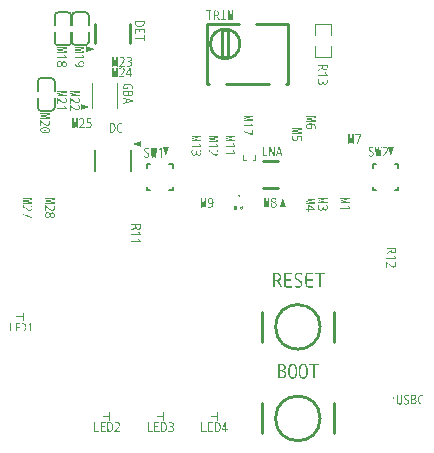
<source format=gto>
G04 Layer: TopSilkscreenLayer*
G04 EasyEDA Pro v2.1.64.d1969c9c.217bcf, 2024-08-30 02:53:31*
G04 Gerber Generator version 0.3*
G04 Scale: 100 percent, Rotated: No, Reflected: No*
G04 Dimensions in millimeters*
G04 Leading zeros omitted, absolute positions, 3 integers and 5 decimals*
%FSLAX35Y35*%
%MOMM*%
%ADD10C,0.1*%
%ADD11C,0.254*%
%ADD12C,0.127*%
%ADD13C,0.11999*%
%ADD14C,0.1524*%
G75*


G04 Text Start*
G36*
G01X321666Y262179D02*
G01X320243Y262128D01*
G01X319634Y261976D01*
G01X318973Y261722D01*
G01X318262Y261417D01*
G01X317754Y261112D01*
G01X317195Y260756D01*
G01X316687Y260299D01*
G01X315925Y259537D01*
G01X315316Y258775D01*
G01X314960Y258267D01*
G01X314503Y257556D01*
G01X313792Y256184D01*
G01X313487Y255524D01*
G01X313182Y254610D01*
G01X312877Y253644D01*
G01X312674Y252628D01*
G01X312522Y251968D01*
G01X312217Y250444D01*
G01X312064Y249377D01*
G01X311912Y248006D01*
G01X311760Y245466D01*
G01X311709Y244907D01*
G01X315163D01*
G01X315265Y246837D01*
G01X315366Y249530D01*
G01X315519Y250749D01*
G01X315671Y251816D01*
G01X315976Y253187D01*
G01X316535Y254762D01*
G01X316840Y255473D01*
G01X317144Y256083D01*
G01X317449Y256591D01*
G01X317754Y256946D01*
G01X318211Y257505D01*
G01X318719Y257962D01*
G01X319278Y258318D01*
G01X319989Y258724D01*
G01X320853Y258928D01*
G01X321767Y259080D01*
G01X322682D01*
G01X323444Y258928D01*
G01X324104Y258724D01*
G01X324764Y258318D01*
G01X325323Y257962D01*
G01X325679Y257658D01*
G01X325984Y257251D01*
G01X326238Y256896D01*
G01X326593Y256337D01*
G01X327304Y255016D01*
G01X327508Y254406D01*
G01X327762Y253695D01*
G01X327965Y252882D01*
G01X328270Y251358D01*
G01X328422Y250292D01*
G01X328574Y249072D01*
G01X328625Y247498D01*
G01X328727Y246380D01*
G01X328778Y244450D01*
G01X328727Y242570D01*
G01X328574Y239979D01*
G01X328422Y238658D01*
G01X328117Y236982D01*
G01X327914Y236220D01*
G01X327609Y235204D01*
G01X327304Y234391D01*
G01X326898Y233629D01*
G01X326441Y232867D01*
G01X326085Y232359D01*
G01X325780Y231953D01*
G01X325374Y231648D01*
G01X325018Y231445D01*
G01X324460Y231038D01*
G01X323748Y230734D01*
G01X323139Y230581D01*
G01X322275Y230429D01*
G01X321615D01*
G01X321056Y230530D01*
G01X320294Y230683D01*
G01X319684Y230886D01*
G01X319278Y231140D01*
G01X318872Y231445D01*
G01X318364Y231902D01*
G01X317906Y232410D01*
G01X317602Y232816D01*
G01X317297Y233274D01*
G01X316992Y233782D01*
G01X316738Y234340D01*
G01X316535Y234899D01*
G01X316230Y235763D01*
G01X315976Y236677D01*
G01X315671Y238201D01*
G01X315519Y239065D01*
G01X315468Y239928D01*
G01X315366Y240436D01*
G01X315265Y243027D01*
G01X315163Y244907D01*
G01X311709D01*
G01X311658Y244450D01*
G01X311760Y243484D01*
G01X311912Y240436D01*
G01X312064Y238912D01*
G01X312217Y237896D01*
G01X312522Y236220D01*
G01X312725Y235458D01*
G01X313030Y234442D01*
G01X313334Y233578D01*
G01X313639Y232867D01*
G01X313944Y232258D01*
G01X314350Y231597D01*
G01X314808Y230886D01*
G01X315163Y230378D01*
G01X315468Y230022D01*
G01X315824Y229616D01*
G01X316586Y229006D01*
G01X317144Y228651D01*
G01X317805Y228244D01*
G01X318414Y227940D01*
G01X319126Y227736D01*
G01X319786Y227584D01*
G01X320142Y227432D01*
G01X322072Y227330D01*
G01X324002Y227432D01*
G01X324612Y227584D01*
G01X325323Y227787D01*
G01X325984Y228092D01*
G01X326593Y228397D01*
G01X327050Y228702D01*
G01X327660Y229159D01*
G01X328574Y230073D01*
G01X328879Y230429D01*
G01X329082Y230835D01*
G01X329489Y231343D01*
G01X329946Y232105D01*
G01X330251Y232816D01*
G01X330454Y233324D01*
G01X330708Y233934D01*
G01X330911Y234594D01*
G01X331165Y235356D01*
G01X331318Y236068D01*
G01X331470Y236677D01*
G01X331622Y237439D01*
G01X331775Y238354D01*
G01X331927Y239370D01*
G01X331978Y240284D01*
G01X332080Y240894D01*
G01X332232Y243942D01*
G01X332283Y244856D01*
G01X332232Y245770D01*
G01X332080Y248158D01*
G01X331927Y249682D01*
G01X331775Y250749D01*
G01X331470Y252578D01*
G01X331216Y253340D01*
G01X331013Y254254D01*
G01X330759Y254914D01*
G01X330302Y256134D01*
G01X329997Y256743D01*
G01X329692Y257251D01*
G01X329336Y257861D01*
G01X328879Y258572D01*
G01X328473Y259080D01*
G01X327355Y260248D01*
G01X327000Y260502D01*
G01X326441Y260909D01*
G01X325831Y261264D01*
G01X325222Y261569D01*
G01X324409Y261874D01*
G01X323444Y262128D01*
G37*
G36*
G01X262280Y261722D02*
G01X262128Y261366D01*
G01X261976Y244551D01*
G01X262128Y227940D01*
G01X263703Y227787D01*
G01X265176D01*
G01X265227Y228194D01*
G01X265328Y242824D01*
G01Y253441D01*
G01X265481Y256946D01*
G01X265633Y256591D01*
G01X265684Y256083D01*
G01X265989Y254254D01*
G01X266141Y253187D01*
G01X266446Y251358D01*
G01X266598Y250292D01*
G01X266751Y249377D01*
G01X266903Y248310D01*
G01X267056Y247447D01*
G01X267208Y246380D01*
G01X267360Y245466D01*
G01X267513Y244399D01*
G01X267818Y242570D01*
G01X267970Y241503D01*
G01X268122Y240589D01*
G01X268275Y239522D01*
G01X268427Y238658D01*
G01X268580Y237592D01*
G01X268732Y236677D01*
G01X268884Y235610D01*
G01X269189Y233782D01*
G01X269342Y232715D01*
G01X269494Y231800D01*
G01X269646Y230734D01*
G01X269799Y230073D01*
G01X270154Y229616D01*
G01X272034Y229464D01*
G01X273304Y229514D01*
G01X273863Y229718D01*
G01X274168Y230581D01*
G01X274320Y231648D01*
G01X274625Y233477D01*
G01X274777Y234544D01*
G01X274930Y235458D01*
G01X275082Y236525D01*
G01X275234Y237439D01*
G01X275387Y238506D01*
G01X275539Y239370D01*
G01X275692Y240436D01*
G01X275996Y242265D01*
G01X276149Y243332D01*
G01X276301Y244246D01*
G01X276454Y245313D01*
G01X276606Y246228D01*
G01X276758Y247294D01*
G01X277063Y249072D01*
G01X277216Y250139D01*
G01X277368Y251054D01*
G01X277520Y252120D01*
G01X277673Y253035D01*
G01X277825Y254102D01*
G01X278130Y255930D01*
G01X278333Y256489D01*
G01X278435Y253035D01*
G01X278486Y242418D01*
G01X278536Y231750D01*
G01X278740Y228041D01*
G01X279248Y227838D01*
G01X280314Y227787D01*
G01X281686D01*
G01X281838Y228194D01*
G01X281991Y244754D01*
G01X281889Y261214D01*
G01X281686Y261569D01*
G01X278790Y261722D01*
G01X276098D01*
G01X275946Y261366D01*
G01X275793Y260604D01*
G01X275692Y259994D01*
G01X272491Y237744D01*
G01X272339Y236525D01*
G01X272186Y235458D01*
G01X272136Y234848D01*
G01X272085Y234594D01*
G01X271983Y234544D01*
G01X271831Y235153D01*
G01X271780Y235915D01*
G01X271628Y236982D01*
G01X271475Y238201D01*
G01X268275Y260452D01*
G01X268122Y261112D01*
G01X267970Y261518D01*
G01X267665Y261671D01*
G01X264770Y261722D01*
G37*
G36*
G01X298399Y261722D02*
G01X297282Y261671D01*
G01X296824Y261518D01*
G01X296062Y260909D01*
G01X294996Y259994D01*
G01X294081Y259232D01*
G01X291998Y257404D01*
G01X291084Y256642D01*
G01X289458Y255321D01*
G01X289154Y255016D01*
G01X289052Y254711D01*
G01Y254102D01*
G01X289306Y253695D01*
G01X290068Y252781D01*
G01X290525Y252578D01*
G01X291135Y252781D01*
G01X291744Y253238D01*
G01X292151Y253644D01*
G01X293065Y254406D01*
G01X293421Y254762D01*
G01X294030Y255219D01*
G01X294538Y255778D01*
G01X295300Y256337D01*
G01X295859Y256794D01*
G01X296520Y257200D01*
G01X296824Y257353D01*
G01Y242519D01*
G01X296926Y227584D01*
G01X298552Y227482D01*
G01X300177D01*
G01X300228Y228041D01*
G01X300330Y245008D01*
G01X300279Y257353D01*
G01X300076Y261569D01*
G37*
G36*
G01X320294Y248869D02*
G01X320243Y248310D01*
G01X320142Y243840D01*
G01X320243Y239776D01*
G01X321970Y239624D01*
G01X323647D01*
G01X323748Y240132D01*
G01X323799Y244602D01*
G01X323748Y247599D01*
G01X323596Y248717D01*
G01X321818Y248869D01*
G37*
G36*
G01X-1054908Y919985D02*
G01X-1030363Y919622D01*
G01X-1006181D01*
G01X-1005999Y920894D01*
G01X-1005817Y923985D01*
G01X-1005999Y925440D01*
G01X-1006545Y926167D01*
G01X-1025817Y926531D01*
G01X-1039681Y926667D01*
G01X-1044181Y927076D01*
G01X-1043454Y927985D01*
G01X-1035272Y936167D01*
G01X-1033817Y937985D01*
G01X-1029272Y942531D01*
G01X-1027817Y944349D01*
G01X-1026908Y945258D01*
G01X-1025454Y947076D01*
G01X-1024545Y947985D01*
G01X-1020908Y952349D01*
G01X-1017272Y956894D01*
G01X-1016726Y957804D01*
G01X-1015999Y958713D01*
G01X-1015090Y959985D01*
G01X-1013999Y961622D01*
G01X-1013090Y963076D01*
G01X-1011636Y965622D01*
G01X-1010181Y968894D01*
G01X-1009636Y970349D01*
G01X-1009090Y971985D01*
G01X-1008545Y973985D01*
G01X-1008181Y975803D01*
G01X-1007636Y980167D01*
G01X-1007817Y981622D01*
G01X-1008181Y984894D01*
G01X-1008545Y986531D01*
G01X-1009090Y988349D01*
G01X-1009817Y990167D01*
G01X-1010726Y991985D01*
G01X-1011817Y993622D01*
G01X-1012908Y994894D01*
G01X-1014726Y996713D01*
G01X-1016545Y998167D01*
G01X-1017817Y999076D01*
G01X-1019454Y999985D01*
G01X-1020908Y1000713D01*
G01X-1022545Y1001440D01*
G01X-1024908Y1002167D01*
G01X-1027817Y1002712D01*
G01X-1033090Y1002894D01*
G01X-1037272Y1002712D01*
G01X-1040545Y1001985D01*
G01X-1042181Y1001440D01*
G01X-1044181Y1000713D01*
G01X-1045999Y999985D01*
G01X-1048908Y998531D01*
G01X-1050727Y997440D01*
G01X-1051408Y996576D01*
G01X-1051636Y995440D01*
G01X-1051454Y993622D01*
G01X-1051090Y991803D01*
G01X-1050727Y990803D01*
G01X-1049999Y990349D01*
G01X-1048181Y990713D01*
G01X-1046363Y991803D01*
G01X-1044545Y992713D01*
G01X-1042727Y993440D01*
G01X-1040727Y994167D01*
G01X-1038363Y994894D01*
G01X-1035454Y995440D01*
G01X-1032545Y995803D01*
G01X-1030363D01*
G01X-1028181Y995440D01*
G01X-1026181Y994894D01*
G01X-1024545Y994167D01*
G01X-1022908Y993258D01*
G01X-1021636Y992349D01*
G01X-1020726Y991440D01*
G01X-1019817Y990167D01*
G01X-1018908Y988531D01*
G01X-1018181Y986894D01*
G01X-1017636Y984894D01*
G01X-1017272Y983076D01*
G01X-1017090Y979076D01*
G01X-1017272Y975076D01*
G01X-1017817Y973258D01*
G01X-1018545Y971076D01*
G01X-1019999Y967804D01*
G01X-1022181Y963985D01*
G01X-1023090Y962713D01*
G01X-1024181Y961076D01*
G01X-1026908Y957258D01*
G01X-1029817Y953622D01*
G01X-1030727Y952713D01*
G01X-1032181Y950894D01*
G01X-1033090Y949985D01*
G01X-1034181Y948531D01*
G01X-1039090Y943622D01*
G01X-1040545Y941804D01*
G01X-1047818Y934531D01*
G01X-1049272Y932713D01*
G01X-1053818Y928167D01*
G01X-1054545Y927258D01*
G01X-1055090Y925622D01*
G01X-1055272Y922349D01*
G01X-1054908Y919985D01*
G37*
G36*
G01X-1113817Y920713D02*
G01X-1109999Y920349D01*
G01X-1106545D01*
G01X-1106363Y921258D01*
G01X-1106181Y956349D01*
G01X-1106090Y981940D01*
G01X-1105817Y990349D01*
G01X-1105454Y989440D01*
G01X-1105272Y988167D01*
G01X-1104545Y983803D01*
G01X-1104181Y981258D01*
G01X-1103454Y976894D01*
G01X-1103090Y974349D01*
G01X-1102727Y972167D01*
G01X-1102363Y969622D01*
G01X-1101999Y967440D01*
G01X-1101636Y964894D01*
G01X-1101272Y962713D01*
G01X-1100908Y960167D01*
G01X-1100181Y955804D01*
G01X-1099817Y953258D01*
G01X-1099454Y951076D01*
G01X-1099090Y948531D01*
G01X-1098727Y946349D01*
G01X-1098363Y943804D01*
G01X-1097999Y941622D01*
G01X-1097636Y939076D01*
G01X-1096908Y934713D01*
G01X-1096545Y932167D01*
G01X-1096181Y929985D01*
G01X-1095817Y927440D01*
G01X-1095454Y925803D01*
G01X-1094545Y924713D01*
G01X-1089999Y924349D01*
G01X-1086999Y924485D01*
G01X-1085636Y924894D01*
G01X-1084908Y927076D01*
G01X-1084545Y929622D01*
G01X-1083817Y933985D01*
G01X-1083454Y936531D01*
G01X-1083090Y938713D01*
G01X-1082727Y941258D01*
G01X-1082363Y943440D01*
G01X-1081999Y945985D01*
G01X-1081636Y948167D01*
G01X-1081272Y950713D01*
G01X-1080545Y955076D01*
G01X-1080181Y957622D01*
G01X-1079817Y959804D01*
G01X-1079454Y962349D01*
G01X-1079090Y964531D01*
G01X-1078727Y967076D01*
G01X-1077999Y971440D01*
G01X-1077636Y973985D01*
G01X-1077272Y976167D01*
G01X-1076908Y978713D01*
G01X-1076545Y980894D01*
G01X-1076181Y983440D01*
G01X-1075454Y987803D01*
G01X-1074908Y989258D01*
G01X-1074636Y980894D01*
G01X-1074545Y955440D01*
G01X-1074408Y929804D01*
G01X-1073999Y920894D01*
G01X-1072772Y920485D01*
G01X-1070181Y920349D01*
G01X-1066908D01*
G01X-1066545Y921258D01*
G01X-1066181Y961076D01*
G01X-1066363Y1000531D01*
G01X-1066908Y1001440D01*
G01X-1073818Y1001803D01*
G01X-1080363D01*
G01X-1080727Y1000894D01*
G01X-1081090Y999076D01*
G01X-1081272Y997622D01*
G01X-1088908Y944167D01*
G01X-1089272Y941258D01*
G01X-1089636Y938713D01*
G01X-1089817Y937258D01*
G01X-1089908Y936622D01*
G01X-1090181Y936531D01*
G01X-1090545Y937985D01*
G01X-1090727Y939804D01*
G01X-1091090Y942349D01*
G01X-1091454Y945258D01*
G01X-1099090Y998713D01*
G01X-1099454Y1000349D01*
G01X-1099817Y1001213D01*
G01X-1100545Y1001622D01*
G01X-1107454Y1001803D01*
G01X-1113454D01*
G01X-1113817Y1000894D01*
G01X-1114181Y960531D01*
G01X-1113817Y920713D01*
G37*
G36*
G01X-980545Y919076D02*
G01X-975272Y918894D01*
G01X-969636Y919076D01*
G01X-965999Y919803D01*
G01X-964363Y920349D01*
G01X-962545Y921076D01*
G01X-960908Y921803D01*
G01X-959454Y922531D01*
G01X-957999Y923440D01*
G01X-956363Y924531D01*
G01X-955090Y925440D01*
G01X-952363Y928167D01*
G01X-951272Y929622D01*
G01X-949999Y931440D01*
G01X-948908Y933258D01*
G01X-948181Y934894D01*
G01X-947636Y936349D01*
G01X-946908Y938349D01*
G01X-946363Y940894D01*
G01X-945999Y943076D01*
G01X-945818Y947258D01*
G01X-945999Y951076D01*
G01X-946363Y952713D01*
G01X-946908Y954531D01*
G01X-947454Y955985D01*
G01X-947999Y957258D01*
G01X-948727Y958531D01*
G01X-949636Y959985D01*
G01X-950545Y961258D01*
G01X-951454Y962167D01*
G01X-952181Y963076D01*
G01X-953090Y963985D01*
G01X-955272Y965804D01*
G01X-956727Y966713D01*
G01X-958363Y967622D01*
G01X-959817Y968349D01*
G01X-961454Y969076D01*
G01X-963817Y969803D01*
G01X-966727Y970349D01*
G01X-971999Y970531D01*
G01X-976181Y970349D01*
G01X-977999Y969985D01*
G01X-979999Y969440D01*
G01X-981272Y969258D01*
G01X-981681Y970576D01*
G01X-981817Y974167D01*
G01X-981636Y979440D01*
G01X-981272Y993985D01*
G01X-980545Y994713D01*
G01X-965090Y994894D01*
G01X-953817Y995076D01*
G01X-949818Y995622D01*
G01X-949454Y998713D01*
G01X-949636Y1000576D01*
G01X-950181Y1001440D01*
G01X-969817Y1001803D01*
G01X-988726D01*
G01X-989090Y1000713D01*
G01X-989454Y992167D01*
G01X-989636Y984167D01*
G01X-989999Y966713D01*
G01X-990181Y964531D01*
G01X-989999Y963076D01*
G01X-989454Y961985D01*
G01X-988681Y961303D01*
G01X-987817Y961076D01*
G01X-986181Y961440D01*
G01X-984545Y961985D01*
G01X-983090Y962349D01*
G01X-981272Y962894D01*
G01X-979272Y963258D01*
G01X-977999Y963440D01*
G01X-974363Y963804D01*
G01X-972908Y963985D01*
G01X-971454Y963804D01*
G01X-967817Y963440D01*
G01X-966181Y963076D01*
G01X-964363Y962531D01*
G01X-962727Y961804D01*
G01X-961090Y960894D01*
G01X-959817Y959985D01*
G01X-957999Y958167D01*
G01X-957090Y957076D01*
G01X-956363Y955804D01*
G01X-955636Y954349D01*
G01X-954908Y952349D01*
G01X-954363Y949622D01*
G01X-953999Y946349D01*
G01Y943440D01*
G01X-954363Y941076D01*
G01X-954908Y939258D01*
G01X-955636Y937622D01*
G01X-956363Y936167D01*
G01X-957272Y934713D01*
G01X-958363Y933440D01*
G01X-960181Y931622D01*
G01X-961090Y930894D01*
G01X-962363Y929985D01*
G01X-963817Y929076D01*
G01X-965090Y928349D01*
G01X-966727Y927622D01*
G01X-968727Y926894D01*
G01X-971090Y926349D01*
G01X-973090Y926167D01*
G01X-975636Y925803D01*
G01X-976908Y925985D01*
G01X-980181Y926349D01*
G01X-981817Y926713D01*
G01X-983636Y927258D01*
G01X-985272Y927803D01*
G01X-986726Y928349D01*
G01X-988363Y929076D01*
G01X-989999Y929622D01*
G01X-990454D01*
G01X-990726Y929258D01*
G01X-990908Y925440D01*
G01Y922167D01*
G01X-989999Y921622D01*
G01X-988181Y920894D01*
G01X-986726Y920531D01*
G01X-985090Y919985D01*
G01X-980545Y919076D01*
G37*
G36*
G01X593598Y329895D02*
G01X588670Y329692D01*
G01X587045Y329336D01*
G01X585216Y328778D01*
G01X581965Y327304D01*
G01X579425Y325882D01*
G01X577748Y324764D01*
G01X575970Y323342D01*
G01X574497Y321666D01*
G01X573380Y320396D01*
G01X572668Y319532D01*
G01X571398Y316941D01*
G01X570687Y314757D01*
G01X570332Y312623D01*
G01X570128Y311150D01*
G01Y309880D01*
G01X578307D01*
G01X578510Y312217D01*
G01X578866Y313487D01*
G01X579577Y315163D01*
G01X580695Y316941D01*
G01X581762Y318211D01*
G01X583235Y319329D01*
G01X584860Y320396D01*
G01X586334Y321158D01*
G01X588112Y321869D01*
G01X590499Y322428D01*
G01X592480Y322580D01*
G01X593750Y322783D01*
G01X595935D01*
G01X598881Y322428D01*
G01X600862Y321869D01*
G01X602488Y321158D01*
G01X603961Y320396D01*
G01X605028Y319684D01*
G01X606501Y318618D01*
G01X607568Y317348D01*
G01X608330Y316078D01*
G01X609244Y314249D01*
G01X609752Y311861D01*
G01X609956Y308966D01*
G01X609600Y306578D01*
G01X608838Y305156D01*
G01X608127Y304038D01*
G01X607416Y303124D01*
G01X603758Y299517D01*
G01X601574Y297688D01*
G01X600659Y296977D01*
G01X599745Y296418D01*
G01X598881Y295707D01*
G01X597560Y294792D01*
G01X595020Y293878D01*
G01X592480Y293675D01*
G01X591414Y294234D01*
G01X590296Y294945D01*
G01X588874Y295859D01*
G01X587197Y296977D01*
G01X585419Y298247D01*
G01X583946Y299314D01*
G01X581203Y302057D01*
G01X580288Y303327D01*
G01X579425Y304952D01*
G01X578663Y306984D01*
G01X578307Y309880D01*
G01X570128D01*
G01Y308966D01*
G01X570687Y306070D01*
G01X571398Y303682D01*
G01X572313Y301854D01*
G01X573227Y300431D01*
G01X573938Y299314D01*
G01X574650Y298399D01*
G01X577393Y295707D01*
G01X579222Y294234D01*
G01X580695Y293167D01*
G01X582320Y292049D01*
G01X583590Y291338D01*
G01X584860Y290424D01*
G01X585419Y289509D01*
G01X584302Y288798D01*
G01X582473Y288036D01*
G01X581050Y287325D01*
G01X578510Y285852D01*
G01X577037Y284988D01*
G01X575767Y284074D01*
G01X574853Y283312D01*
G01X572110Y280619D01*
G01X571195Y279349D01*
G01X570128Y277673D01*
G01X569214Y275692D01*
G01X568655Y274066D01*
G01X568300Y272593D01*
G01X567944Y270764D01*
G01X567842Y268580D01*
G01X575767D01*
G01X575970Y270764D01*
G01X576326Y272237D01*
G01X576834Y273710D01*
G01X577596Y274980D01*
G01X578663Y276606D01*
G01X579780Y278079D01*
G01X580695Y278790D01*
G01X581558Y279349D01*
G01X582473Y280060D01*
G01X583743Y280975D01*
G01X585419Y282042D01*
G01X588315Y283870D01*
G01X590144Y284785D01*
G01X591769Y285496D01*
G01X593395Y286055D01*
G01X595224D01*
G01X596697Y285496D01*
G01X599592Y284074D01*
G01X601015Y283159D01*
G01X602844Y282042D01*
G01X604469Y280975D01*
G01X605790Y280060D01*
G01X608686Y277876D01*
G01X609600Y276758D01*
G01X610311Y275692D01*
G01X611226Y274422D01*
G01X612140Y272440D01*
G01X612699Y269697D01*
G01X612851Y266954D01*
G01X612699Y265328D01*
G01X612140Y263500D01*
G01X611378Y261671D01*
G01X610514Y260248D01*
G01X609397Y258978D01*
G01X608482Y258064D01*
G01X607212Y256946D01*
G01X605587Y255880D01*
G01X603961Y254965D01*
G01X602132Y254254D01*
G01X600151Y253695D01*
G01X598475Y253340D01*
G01X595224Y252984D01*
G01X593750D01*
G01X591414Y253136D01*
G01X589382Y253340D01*
G01X587959Y253695D01*
G01X586334Y254254D01*
G01X584657Y254965D01*
G01X583235Y255676D01*
G01X581762Y256591D01*
G01X580492Y257708D01*
G01X579577Y258623D01*
G01X578510Y259893D01*
G01X577596Y261315D01*
G01X576834Y262788D01*
G01X576326Y264770D01*
G01X575970Y266395D01*
G01X575767Y268580D01*
G01X567842D01*
G01X567741Y267157D01*
G01X567944Y263855D01*
G01X568300Y262230D01*
G01X568858Y260401D01*
G01X569417Y258978D01*
G01X569925Y257708D01*
G01X570840Y256235D01*
G01X571754Y254965D01*
G01X572516Y254051D01*
G01X574294Y252222D01*
G01X575208Y251511D01*
G01X576123Y250952D01*
G01X577393Y250241D01*
G01X580288Y248768D01*
G01X581965Y248056D01*
G01X583743Y247345D01*
G01X585927Y246786D01*
G01X587604Y246431D01*
G01X588670Y246075D01*
G01X594309Y245872D01*
G01X599948Y246075D01*
G01X601777Y246431D01*
G01X603758Y246939D01*
G01X607060Y248056D01*
G01X608686Y248768D01*
G01X610108Y249530D01*
G01X611581Y250393D01*
G01X613410Y251714D01*
G01X614832Y252781D01*
G01X615950Y254051D01*
G01X617779Y256591D01*
G01X618693Y258420D01*
G01X619404Y260045D01*
G01X619963Y261874D01*
G01X620319Y263500D01*
G01X620674Y265684D01*
G01X620878Y268783D01*
G01X620674Y270764D01*
G01X620319Y272593D01*
G01X619760Y274625D01*
G01X619201Y276047D01*
G01X618490Y277520D01*
G01X617423Y279146D01*
G01X616306Y280416D01*
G01X613562Y283159D01*
G01X612699Y283870D01*
G01X611784Y284429D01*
G01X610514Y285344D01*
G01X608838Y286258D01*
G01X607568Y286969D01*
G01X606146Y287680D01*
G01X604317Y288442D01*
G01X603047Y289509D01*
G01X602945Y290170D01*
G01X603402Y290576D01*
G01X604876Y291490D01*
G01X606501Y292608D01*
G01X607771Y293522D01*
G01X610514Y295707D01*
G01X613207Y298399D01*
G01X614324Y299872D01*
G01X615594Y301701D01*
G01X616509Y303530D01*
G01X617220Y305156D01*
G01X617779Y307137D01*
G01X618134Y308966D01*
G01X618287Y311302D01*
G01X618134Y313690D01*
G01X617779Y315316D01*
G01X617220Y316941D01*
G01X616661Y318211D01*
G01X616153Y319329D01*
G01X615239Y320599D01*
G01X614121Y321869D01*
G01X613207Y322783D01*
G01X611937Y323850D01*
G01X609397Y325679D01*
G01X607924Y326593D01*
G01X605028Y328066D01*
G01X603606Y328625D01*
G01X600659Y329336D01*
G01X598881Y329692D01*
G37*
G36*
G01X511048Y328778D02*
G01X510692Y327863D01*
G01X510286Y287528D01*
G01X510692Y247701D01*
G01X514502Y247345D01*
G01X517957D01*
G01X518109Y248260D01*
G01X518312Y283312D01*
G01X518414Y308915D01*
G01X518668Y317348D01*
G01X519024Y316433D01*
G01X519227Y315163D01*
G01X519938Y310794D01*
G01X520294Y308254D01*
G01X521056Y303886D01*
G01X521411Y301346D01*
G01X521767Y299161D01*
G01X522122Y296621D01*
G01X522478Y294437D01*
G01X522834Y291897D01*
G01X523240Y289712D01*
G01X523596Y287122D01*
G01X524307Y282804D01*
G01X524662Y280213D01*
G01X525018Y278079D01*
G01X525424Y275488D01*
G01X525780Y273304D01*
G01X526136Y270764D01*
G01X526491Y268580D01*
G01X526847Y266040D01*
G01X527609Y261671D01*
G01X527964Y259131D01*
G01X528320Y256946D01*
G01X528676Y254406D01*
G01X529031Y252781D01*
G01X529946Y251714D01*
G01X534518Y251308D01*
G01X537515Y251460D01*
G01X538836Y251866D01*
G01X539598Y254051D01*
G01X539953Y256591D01*
G01X540664Y260960D01*
G01X541020Y263500D01*
G01X541426Y265684D01*
G01X541782Y268224D01*
G01X542138Y270408D01*
G01X542493Y272948D01*
G01X542849Y275133D01*
G01X543204Y277673D01*
G01X543966Y282042D01*
G01X544322Y284582D01*
G01X544678Y286766D01*
G01X545033Y289306D01*
G01X545389Y291490D01*
G01X545744Y294030D01*
G01X546506Y298399D01*
G01X546862Y300939D01*
G01X547218Y303124D01*
G01X547573Y305714D01*
G01X547929Y307848D01*
G01X548335Y310439D01*
G01X549046Y314757D01*
G01X549605Y316230D01*
G01X549859Y307848D01*
G01X549961Y282397D01*
G01X550062Y256794D01*
G01X550469Y247853D01*
G01X551739Y247447D01*
G01X554330Y247345D01*
G01X557581D01*
G01X557936Y248260D01*
G01X558292Y288036D01*
G01X558140Y327508D01*
G01X557581Y328422D01*
G01X550672Y328778D01*
G01X544119D01*
G01X543763Y327863D01*
G01X543408Y326034D01*
G01X543204Y324612D01*
G01X535584Y271170D01*
G01X535229Y268224D01*
G01X534873Y265684D01*
G01X534670Y264262D01*
G01X534568Y263601D01*
G01X534314Y263500D01*
G01X533959Y264973D01*
G01X533756Y266802D01*
G01X533400Y269342D01*
G01X533044Y272237D01*
G01X525424Y325679D01*
G01X525018Y327304D01*
G01X524662Y328168D01*
G01X523951Y328625D01*
G01X517042Y328778D01*
G37*
G36*
G01X339638Y1024894D02*
G01X339274Y1021076D01*
G01Y1017622D01*
G01X340183Y1017440D01*
G01X375274Y1017258D01*
G01X400865Y1017167D01*
G01X409274Y1016894D01*
G01X408365Y1016531D01*
G01X407093Y1016349D01*
G01X402729Y1015622D01*
G01X400183Y1015258D01*
G01X395820Y1014531D01*
G01X393274Y1014167D01*
G01X391093Y1013803D01*
G01X388547Y1013440D01*
G01X386365Y1013076D01*
G01X383820Y1012712D01*
G01X381638Y1012349D01*
G01X379092Y1011985D01*
G01X374729Y1011258D01*
G01X372183Y1010894D01*
G01X370002Y1010531D01*
G01X367456Y1010167D01*
G01X365274Y1009803D01*
G01X362729Y1009440D01*
G01X360547Y1009076D01*
G01X358002Y1008712D01*
G01X353638Y1007985D01*
G01X351093Y1007622D01*
G01X348911Y1007258D01*
G01X346365Y1006894D01*
G01X344729Y1006531D01*
G01X343638Y1005622D01*
G01X343274Y1001076D01*
G01X343411Y998076D01*
G01X343820Y996713D01*
G01X346002Y995985D01*
G01X348547Y995622D01*
G01X352911Y994894D01*
G01X355456Y994531D01*
G01X357638Y994167D01*
G01X360183Y993803D01*
G01X362365Y993440D01*
G01X364911Y993076D01*
G01X367092Y992713D01*
G01X369638Y992349D01*
G01X374002Y991622D01*
G01X376547Y991258D01*
G01X378729Y990894D01*
G01X381274Y990531D01*
G01X383456Y990167D01*
G01X386002Y989803D01*
G01X390365Y989076D01*
G01X392911Y988713D01*
G01X395093Y988349D01*
G01X397638Y987985D01*
G01X399820Y987622D01*
G01X402365Y987258D01*
G01X406729Y986531D01*
G01X408184Y985985D01*
G01X399820Y985713D01*
G01X374365Y985622D01*
G01X348729Y985485D01*
G01X339820Y985076D01*
G01X339411Y983849D01*
G01X339274Y981258D01*
G01Y977985D01*
G01X340183Y977622D01*
G01X380002Y977258D01*
G01X419456Y977440D01*
G01X420365Y977985D01*
G01X420729Y984894D01*
G01Y991440D01*
G01X419820Y991803D01*
G01X418002Y992167D01*
G01X416547Y992349D01*
G01X363092Y999985D01*
G01X360183Y1000349D01*
G01X357638Y1000713D01*
G01X356183Y1000894D01*
G01X355547Y1000985D01*
G01X355456Y1001258D01*
G01X356911Y1001622D01*
G01X358729Y1001803D01*
G01X361274Y1002167D01*
G01X364183Y1002531D01*
G01X417638Y1010167D01*
G01X419274Y1010531D01*
G01X420138Y1010894D01*
G01X420547Y1011622D01*
G01X420729Y1018531D01*
G01Y1024531D01*
G01X419820Y1024894D01*
G01X379456Y1025258D01*
G01X339638Y1024894D01*
G37*
G36*
G01X338729Y895985D02*
G01X338547Y891622D01*
G01X338683Y888394D01*
G01X339093Y887076D01*
G01X340183Y886349D01*
G01X341456Y885803D01*
G01X345820Y884167D01*
G01X349456Y882712D01*
G01X352365Y881622D01*
G01X356002Y880167D01*
G01X358911Y879076D01*
G01X362547Y877622D01*
G01X365456Y876531D01*
G01X370911Y874349D01*
G01X372911Y873622D01*
G01X376547Y872167D01*
G01X378547Y871440D01*
G01X384002Y869258D01*
G01X386911Y868167D01*
G01X392365Y865985D01*
G01X394365Y865258D01*
G01X398002Y863803D01*
G01X400002Y863076D01*
G01X405456Y860894D01*
G01X408365Y859803D01*
G01X412002Y858349D01*
G01X413638Y857803D01*
G01X417456Y857622D01*
G01X420365D01*
G01X420547Y858531D01*
G01X420729Y881985D01*
G01Y904531D01*
G01X419820Y904712D01*
G01X416547Y904894D01*
G01X414184D01*
G01X414002Y903985D01*
G01X413820Y884712D01*
G01Y866349D01*
G01X413093Y866531D01*
G01X411638Y867076D01*
G01X371638Y883076D01*
G01X370002Y883803D01*
G01X340911Y895440D01*
G01X339456Y895985D01*
G01X338729D01*
G37*
G36*
G01X338729Y941440D02*
G01X338547Y937440D01*
G01Y933622D01*
G01X339820Y933440D01*
G01X380547Y933258D01*
G01X410229Y933394D01*
G01X420365Y933803D01*
G01X420729Y937803D01*
G01X420593Y940485D01*
G01X420184Y941622D01*
G01X418729Y943440D01*
G01X416547Y945985D01*
G01X414729Y948167D01*
G01X410365Y953258D01*
G01X408547Y955440D01*
G01X405274Y959258D01*
G01X404638Y959985D01*
G01X403820Y960349D01*
G01X402365D01*
G01X401456Y959622D01*
G01X399274Y957804D01*
G01X398729Y956713D01*
G01X399274Y955258D01*
G01X400365Y953804D01*
G01X401274Y952894D01*
G01X403093Y950713D01*
G01X404002Y949804D01*
G01X405093Y948349D01*
G01X406365Y947076D01*
G01X407820Y945258D01*
G01X408911Y943985D01*
G01X409820Y942349D01*
G01X410184Y941622D01*
G01X374547D01*
G01X338729Y941440D01*
G37*
G36*
G01X58166Y329895D02*
G01X54559Y329692D01*
G01X53086Y329336D01*
G01X51460Y328778D01*
G01X49835Y328066D01*
G01X48362Y327304D01*
G01X46888Y326441D01*
G01X45618Y325323D01*
G01X43840Y323850D01*
G01X42012Y322072D01*
G01X40894Y320599D01*
G01X39624Y318770D01*
G01X38710Y317348D01*
G01X37998Y315874D01*
G01X37287Y314249D01*
G01X36525Y312420D01*
G01X36017Y310236D01*
G01X35662Y308610D01*
G01X35255Y306426D01*
G01X35154Y303682D01*
G01X43434D01*
G01X43637Y306426D01*
G01X43993Y308407D01*
G01X44552Y310591D01*
G01X45618Y313487D01*
G01X46380Y314960D01*
G01X47447Y316586D01*
G01X48920Y318414D01*
G01X50190Y319532D01*
G01X51105Y320243D01*
G01X52172Y320954D01*
G01X53442Y321513D01*
G01X55270Y322224D01*
G01X57252Y322580D01*
G01X58522Y322783D01*
G01X60350D01*
G01X62535Y322428D01*
G01X64160Y321869D01*
G01X65837Y320954D01*
G01X67615Y319684D01*
G01X69799Y317500D01*
G01X70561Y316586D01*
G01X71272Y315316D01*
G01X72187Y313690D01*
G01X72898Y312064D01*
G01X73457Y310439D01*
G01X74168Y307492D01*
G01X74371Y305867D01*
G01X74524Y304597D01*
G01X74727Y302768D01*
G01X74524Y300939D01*
G01X74168Y298399D01*
G01X73812Y296977D01*
G01X73254Y295351D01*
G01X72746Y293878D01*
G01X72187Y292608D01*
G01X71272Y291135D01*
G01X70002Y289306D01*
G01X67818Y287122D01*
G01X66904Y286410D01*
G01X64364Y285140D01*
G01X62738Y284429D01*
G01X61112Y284074D01*
G01X59639Y283870D01*
G01X58522D01*
G01X56744Y284074D01*
G01X54712Y284429D01*
G01X53289Y284988D01*
G01X51816Y285699D01*
G01X50546Y286614D01*
G01X47803Y289306D01*
G01X46888Y290576D01*
G01X46025Y292252D01*
G01X45263Y293675D01*
G01X44704Y295148D01*
G01X43993Y298044D01*
G01X43637Y300228D01*
G01X43434Y303682D01*
G01X35154D01*
G01X35103Y301498D01*
G01X35255Y297688D01*
G01X35662Y295707D01*
G01X36170Y293522D01*
G01X36728Y291897D01*
G01X37287Y290424D01*
G01X37998Y288950D01*
G01X38913Y287325D01*
G01X39827Y286055D01*
G01X40894Y284582D01*
G01X43078Y282397D01*
G01X44348Y281330D01*
G01X46888Y279502D01*
G01X50190Y277876D01*
G01X51613Y277317D01*
G01X53086Y276962D01*
G01X54915Y276606D01*
G01X59080Y276403D01*
G01X62535Y276606D01*
G01X64008Y276962D01*
G01X65634Y277520D01*
G01X67259Y278232D01*
G01X69088Y279349D01*
G01X70561Y280416D01*
G01X72390Y281889D01*
G01X74168Y284074D01*
G01X74930Y284988D01*
G01X75438Y285852D01*
G01X76200Y286410D01*
G01X76454Y286106D01*
G01X76556Y284785D01*
G01X76352Y282397D01*
G01X75997Y279502D01*
G01X75286Y275488D01*
G01X74727Y273710D01*
G01X74016Y271323D01*
G01X73254Y269138D01*
G01X72542Y267513D01*
G01X71069Y264617D01*
G01X70206Y263144D01*
G01X69291Y261874D01*
G01X68529Y260960D01*
G01X65837Y258216D01*
G01X64008Y256794D01*
G01X62890Y256032D01*
G01X61468Y255168D01*
G01X59436Y254254D01*
G01X57252Y253492D01*
G01X54915Y252984D01*
G01X52934Y252781D01*
G01X50343Y252425D01*
G01X49073Y252578D01*
G01X46177Y252984D01*
G01X44552Y253340D01*
G01X42723Y253848D01*
G01X41250Y254406D01*
G01X39980Y254762D01*
G01X38913Y254406D01*
G01X38506Y253238D01*
G01X38354Y250800D01*
G01Y247701D01*
G01X39472Y247345D01*
G01X41453Y246786D01*
G01X42926Y246431D01*
G01X44704Y246075D01*
G01X46380Y245669D01*
G01X51257Y245516D01*
G01X56388Y245669D01*
G01X58166Y246075D01*
G01X60198Y246583D01*
G01X63094Y247701D01*
G01X64719Y248412D01*
G01X66345Y249326D01*
G01X68021Y250393D01*
G01X69799Y251714D01*
G01X71069Y252781D01*
G01X71984Y253492D01*
G01X73812Y255321D01*
G01X76556Y258623D01*
G01X77267Y259893D01*
G01X78181Y261315D01*
G01X80569Y266040D01*
G01X81280Y268072D01*
G01X81991Y269850D01*
G01X82550Y271678D01*
G01X82906Y273304D01*
G01X83261Y274777D01*
G01X84023Y278435D01*
G01X84379Y280975D01*
G01X84531Y283312D01*
G01X84734Y284582D01*
G01X84887Y291135D01*
G01X84734Y297688D01*
G01X84379Y301346D01*
G01X84023Y303886D01*
G01X83261Y307492D01*
G01X82753Y309321D01*
G01X81991Y311709D01*
G01X81280Y313690D01*
G01X80569Y315316D01*
G01X79807Y316789D01*
G01X79096Y318059D01*
G01X78181Y319532D01*
G01X77267Y320802D01*
G01X76556Y321666D01*
G01X74727Y323494D01*
G01X73457Y324612D01*
G01X70917Y326441D01*
G01X69444Y327304D01*
G01X68021Y328066D01*
G01X65989Y328778D01*
G01X64008Y329336D01*
G01X62179Y329692D01*
G37*
G36*
G01X-23470Y328422D02*
G01X-23825Y327508D01*
G01X-24181Y287122D01*
G01X-23825Y247345D01*
G01X-20015Y246939D01*
G01X-16561D01*
G01X-16358Y247853D01*
G01X-16205Y282956D01*
G01X-16104Y308559D01*
G01X-15799Y316941D01*
G01X-15443Y316078D01*
G01X-15291Y314757D01*
G01X-14529Y310439D01*
G01X-14173Y307848D01*
G01X-13462Y303530D01*
G01X-13106Y300939D01*
G01X-12751Y298806D01*
G01X-12344Y296215D01*
G01X-11989Y294030D01*
G01X-11633Y291490D01*
G01X-11278Y289306D01*
G01X-10922Y286766D01*
G01X-10160Y282397D01*
G01X-9804Y279857D01*
G01X-9449Y277673D01*
G01X-9093Y275133D01*
G01X-8738Y272948D01*
G01X-8382Y270408D01*
G01X-7976Y268224D01*
G01X-7620Y265684D01*
G01X-6909Y261315D01*
G01X-6553Y258775D01*
G01X-6198Y256591D01*
G01X-5842Y254051D01*
G01X-5436Y252425D01*
G01X-4521Y251308D01*
G01X0Y250952D01*
G01X2997Y251104D01*
G01X4369Y251511D01*
G01X5080Y253695D01*
G01X5436Y256235D01*
G01X6198Y260604D01*
G01X6553Y263144D01*
G01X6909Y265328D01*
G01X7264Y267868D01*
G01X7620Y270053D01*
G01X8026Y272593D01*
G01X8382Y274777D01*
G01X8738Y277317D01*
G01X9449Y281686D01*
G01X9804Y284226D01*
G01X10160Y286410D01*
G01X10566Y288950D01*
G01X10922Y291135D01*
G01X11278Y293675D01*
G01X11989Y298044D01*
G01X12344Y300584D01*
G01X12751Y302768D01*
G01X13106Y305308D01*
G01X13462Y307492D01*
G01X13818Y310032D01*
G01X14529Y314401D01*
G01X15088Y315874D01*
G01X15342Y307492D01*
G01X15443Y282042D01*
G01X15596Y256438D01*
G01X16002Y247498D01*
G01X17221Y247091D01*
G01X19812Y246939D01*
G01X23114D01*
G01X23470Y247853D01*
G01X23825Y287680D01*
G01X23622Y327152D01*
G01X23114Y328066D01*
G01X16205Y328422D01*
G01X9652D01*
G01X9296Y327508D01*
G01X8890Y325679D01*
G01X8738Y324256D01*
G01X1118Y270764D01*
G01X711Y267868D01*
G01X356Y265328D01*
G01X203Y263855D01*
G01X102Y263246D01*
G01X-203Y263144D01*
G01X-559Y264617D01*
G01X-711Y266395D01*
G01X-1067Y268986D01*
G01X-1473Y271882D01*
G01X-9093Y325323D01*
G01X-9449Y326949D01*
G01X-9804Y327812D01*
G01X-10566Y328219D01*
G01X-17475Y328422D01*
G37*
G36*
G01X-101999Y721803D02*
G01X-102181Y715440D01*
G01X-101999Y709258D01*
G01X-101635Y707258D01*
G01X-101090Y705076D01*
G01X-99999Y701803D01*
G01X-99272Y700167D01*
G01X-98544Y698712D01*
G01X-97635Y697258D01*
G01X-96544Y695621D01*
G01X-95635Y694349D01*
G01X-94726Y693440D01*
G01X-93999Y692530D01*
G01X-92908Y691440D01*
G01X-91635Y690349D01*
G01X-90544Y689440D01*
G01X-89271Y688712D01*
G01X-86362Y687258D01*
G01X-84908Y686712D01*
G01X-83453Y686349D01*
G01X-81635Y685985D01*
G01X-79635Y685803D01*
G01X-78362Y685621D01*
G01X-76908D01*
G01X-75090Y685803D01*
G01X-73635Y685985D01*
G01X-71999Y686531D01*
G01X-70180Y687258D01*
G01X-68544Y688167D01*
G01X-66726Y689258D01*
G01X-65453Y690349D01*
G01X-62726Y693076D01*
G01X-61999Y693985D01*
G01X-61453Y695076D01*
G01X-60544Y696530D01*
G01X-59817Y698167D01*
G01X-59271Y699621D01*
G01X-58726Y701258D01*
G01X-57999Y702530D01*
G01X-57544D01*
G01X-57271Y701803D01*
G01X-56726Y700167D01*
G01X-55635Y697621D01*
G01X-54908Y696349D01*
G01X-53999Y694894D01*
G01X-53090Y693621D01*
G01X-51635Y691803D01*
G01X-50726Y690894D01*
G01X-49271Y689803D01*
G01X-47453Y688531D01*
G01X-45453Y687621D01*
G01X-43817Y687076D01*
G01X-42362Y686712D01*
G01X-40544Y686349D01*
G01X-37999Y686167D01*
G01X-35817Y686349D01*
G01X-33999Y686712D01*
G01X-32181Y687258D01*
G01X-30908Y687803D01*
G01X-29453Y688531D01*
G01X-27817Y689621D01*
G01X-26544Y690712D01*
G01X-24726Y692530D01*
G01X-23635Y693985D01*
G01X-22362Y695803D01*
G01X-21453Y697621D01*
G01X-20726Y699258D01*
G01X-19999Y701076D01*
G01X-19271Y703440D01*
G01X-18726Y706349D01*
G01X-18362Y708530D01*
G01X-18181Y713621D01*
G01X-18362Y718712D01*
G01X-19090Y722349D01*
G01X-19635Y724167D01*
G01X-20362Y726349D01*
G01X-21090Y728167D01*
G01X-21999Y729803D01*
G01X-23453Y730712D01*
G01X-25271D01*
G01X-27090Y730530D01*
G01X-28726Y729985D01*
G01X-29226Y729394D01*
G01X-29271Y728712D01*
G01X-27635Y724894D01*
G01X-27090Y723439D01*
G01X-26544Y721803D01*
G01X-25999Y719803D01*
G01X-25635Y717985D01*
G01X-25271Y714712D01*
G01X-25090Y713258D01*
G01X-25271Y711803D01*
G01X-25635Y708167D01*
G01X-25999Y706712D01*
G01X-26544Y705076D01*
G01X-27090Y703621D01*
G01X-27635Y702349D01*
G01X-28362Y701076D01*
G01X-29271Y699621D01*
G01X-30181Y698349D01*
G01X-31453Y697258D01*
G01X-32908Y696349D01*
G01X-34362Y695621D01*
G01X-36544Y695076D01*
G01X-39635Y694894D01*
G01X-41999Y695076D01*
G01X-43453Y695621D01*
G01X-45271Y696530D01*
G01X-47090Y697803D01*
G01X-48544Y699440D01*
G01X-50362Y701985D01*
G01X-51271Y703803D01*
G01X-51999Y705440D01*
G01X-52726Y707440D01*
G01X-53453Y709985D01*
G01X-53999Y712894D01*
G01X-54362Y715076D01*
G01X-54726Y719076D01*
G01X-54908Y720894D01*
G01Y722167D01*
G01X-56180Y722349D01*
G01X-59453Y722530D01*
G01X-61453D01*
G01X-61635Y721621D01*
G01X-61817Y718349D01*
G01X-61999Y715440D01*
G01X-62362Y710712D01*
G01X-63090Y706712D01*
G01X-63635Y705076D01*
G01X-64362Y703076D01*
G01X-65271Y701258D01*
G01X-66180Y699803D01*
G01X-67271Y698349D01*
G01X-68726Y697076D01*
G01X-69817Y696349D01*
G01X-71090Y695621D01*
G01X-73090Y694894D01*
G01X-75817Y694349D01*
G01X-78726Y694167D01*
G01X-80544Y694349D01*
G01X-81999Y694712D01*
G01X-83635Y695258D01*
G01X-85090Y695985D01*
G01X-86726Y697076D01*
G01X-88181Y698167D01*
G01X-89090Y699076D01*
G01X-90181Y700530D01*
G01X-91453Y702167D01*
G01X-92362Y703803D01*
G01X-93090Y705258D01*
G01X-93817Y706894D01*
G01X-94362Y709258D01*
G01X-94726Y711076D01*
G01X-95272Y715985D01*
G01X-95090Y717621D01*
G01X-94726Y721621D01*
G01X-93999Y725258D01*
G01X-93453Y727076D01*
G01X-92726Y729440D01*
G01X-91999Y731440D01*
G01X-91817Y733076D01*
G01X-92226Y733621D01*
G01X-93090Y733803D01*
G01X-94726Y733985D01*
G01X-96908Y734167D01*
G01X-98272Y733940D01*
G01X-99090Y733258D01*
G01X-99817Y731440D01*
G01X-100181Y729985D01*
G01X-100726Y728167D01*
G01X-101272Y725621D01*
G01X-101635Y723439D01*
G01X-101999Y721803D01*
G37*
G36*
G01X-100362Y854894D02*
G01X-100726Y851076D01*
G01Y847621D01*
G01X-99817Y847440D01*
G01X-64726Y847258D01*
G01X-39135Y847167D01*
G01X-30726Y846894D01*
G01X-31635Y846530D01*
G01X-32908Y846349D01*
G01X-37271Y845621D01*
G01X-39817Y845258D01*
G01X-44181Y844530D01*
G01X-46726Y844167D01*
G01X-48908Y843803D01*
G01X-51453Y843440D01*
G01X-53635Y843076D01*
G01X-56180Y842712D01*
G01X-58362Y842349D01*
G01X-60908Y841985D01*
G01X-65271Y841258D01*
G01X-67817Y840894D01*
G01X-69999Y840530D01*
G01X-72544Y840167D01*
G01X-74726Y839803D01*
G01X-77271Y839440D01*
G01X-79453Y839076D01*
G01X-81999Y838712D01*
G01X-86362Y837985D01*
G01X-88908Y837621D01*
G01X-91090Y837258D01*
G01X-93635Y836894D01*
G01X-95272Y836530D01*
G01X-96362Y835621D01*
G01X-96726Y831076D01*
G01X-96590Y828076D01*
G01X-96181Y826712D01*
G01X-93999Y825985D01*
G01X-91453Y825621D01*
G01X-87090Y824894D01*
G01X-84544Y824530D01*
G01X-82362Y824167D01*
G01X-79817Y823803D01*
G01X-77635Y823440D01*
G01X-75090Y823076D01*
G01X-72908Y822712D01*
G01X-70362Y822349D01*
G01X-65999Y821621D01*
G01X-63453Y821258D01*
G01X-61271Y820894D01*
G01X-58726Y820530D01*
G01X-56544Y820167D01*
G01X-53999Y819803D01*
G01X-49635Y819076D01*
G01X-47090Y818712D01*
G01X-44908Y818349D01*
G01X-42362Y817985D01*
G01X-40181Y817621D01*
G01X-37635Y817258D01*
G01X-33271Y816530D01*
G01X-31817Y815985D01*
G01X-40181Y815712D01*
G01X-65635Y815621D01*
G01X-91271Y815485D01*
G01X-100181Y815076D01*
G01X-100590Y813849D01*
G01X-100726Y811258D01*
G01Y807985D01*
G01X-99817Y807621D01*
G01X-59999Y807258D01*
G01X-20544Y807440D01*
G01X-19635Y807985D01*
G01X-19271Y814894D01*
G01Y821440D01*
G01X-20181Y821803D01*
G01X-21999Y822167D01*
G01X-23453Y822349D01*
G01X-76908Y829985D01*
G01X-79817Y830349D01*
G01X-82362Y830712D01*
G01X-83817Y830894D01*
G01X-84453Y830985D01*
G01X-84544Y831258D01*
G01X-83090Y831621D01*
G01X-81271Y831803D01*
G01X-78726Y832167D01*
G01X-75817Y832530D01*
G01X-22362Y840167D01*
G01X-20726Y840530D01*
G01X-19862Y840894D01*
G01X-19453Y841621D01*
G01X-19271Y848530D01*
G01Y854530D01*
G01X-20181Y854894D01*
G01X-60544Y855258D01*
G01X-100362Y854894D01*
G37*
G36*
G01X-101272Y771440D02*
G01X-101453Y767440D01*
G01Y763622D01*
G01X-100181Y763440D01*
G01X-59453Y763258D01*
G01X-29771Y763394D01*
G01X-19635Y763803D01*
G01X-19271Y767803D01*
G01X-19408Y770485D01*
G01X-19817Y771622D01*
G01X-21271Y773440D01*
G01X-23453Y775985D01*
G01X-25271Y778167D01*
G01X-29635Y783258D01*
G01X-31453Y785440D01*
G01X-34726Y789258D01*
G01X-35362Y789985D01*
G01X-36181Y790349D01*
G01X-37635D01*
G01X-38544Y789621D01*
G01X-40726Y787803D01*
G01X-41271Y786712D01*
G01X-40726Y785258D01*
G01X-39635Y783803D01*
G01X-38726Y782894D01*
G01X-36908Y780712D01*
G01X-35999Y779803D01*
G01X-34908Y778349D01*
G01X-33635Y777076D01*
G01X-32181Y775258D01*
G01X-31090Y773985D01*
G01X-30181Y772349D01*
G01X-29817Y771622D01*
G01X-65453D01*
G01X-101272Y771440D01*
G37*
G36*
G01X968002Y256803D02*
G01X967820Y250439D01*
G01X968002Y244257D01*
G01X968366Y242257D01*
G01X968911Y240075D01*
G01X970002Y236802D01*
G01X970729Y235166D01*
G01X971457Y233712D01*
G01X972366Y232257D01*
G01X973457Y230621D01*
G01X974366Y229348D01*
G01X975275Y228439D01*
G01X976002Y227530D01*
G01X977093Y226439D01*
G01X978366Y225348D01*
G01X979457Y224439D01*
G01X980729Y223712D01*
G01X983638Y222257D01*
G01X985093Y221712D01*
G01X986547Y221348D01*
G01X988366Y220984D01*
G01X990366Y220802D01*
G01X991638Y220621D01*
G01X993093D01*
G01X994911Y220802D01*
G01X996366Y220984D01*
G01X998002Y221530D01*
G01X999820Y222257D01*
G01X1001456Y223166D01*
G01X1003275Y224257D01*
G01X1004547Y225348D01*
G01X1007275Y228075D01*
G01X1008002Y228984D01*
G01X1008547Y230075D01*
G01X1009456Y231530D01*
G01X1010184Y233166D01*
G01X1010729Y234621D01*
G01X1011275Y236257D01*
G01X1012002Y237530D01*
G01X1012456D01*
G01X1012729Y236802D01*
G01X1013275Y235166D01*
G01X1014366Y232621D01*
G01X1015093Y231348D01*
G01X1016002Y229893D01*
G01X1016911Y228621D01*
G01X1018366Y226802D01*
G01X1019275Y225893D01*
G01X1020729Y224802D01*
G01X1022547Y223530D01*
G01X1024547Y222621D01*
G01X1026184Y222075D01*
G01X1027638Y221712D01*
G01X1029456Y221348D01*
G01X1032002Y221166D01*
G01X1034184Y221348D01*
G01X1036002Y221712D01*
G01X1037820Y222257D01*
G01X1039093Y222802D01*
G01X1040547Y223530D01*
G01X1042184Y224621D01*
G01X1043456Y225712D01*
G01X1045275Y227530D01*
G01X1046365Y228984D01*
G01X1047638Y230802D01*
G01X1048547Y232621D01*
G01X1049275Y234257D01*
G01X1050002Y236075D01*
G01X1050729Y238439D01*
G01X1051275Y241348D01*
G01X1051638Y243530D01*
G01X1051820Y248621D01*
G01X1051638Y253712D01*
G01X1050911Y257348D01*
G01X1050365Y259166D01*
G01X1049638Y261348D01*
G01X1048911Y263166D01*
G01X1048002Y264803D01*
G01X1046547Y265712D01*
G01X1044729D01*
G01X1042911Y265530D01*
G01X1041275Y264984D01*
G01X1040775Y264393D01*
G01X1040729Y263712D01*
G01X1042365Y259894D01*
G01X1042911Y258439D01*
G01X1043456Y256803D01*
G01X1044002Y254803D01*
G01X1044365Y252984D01*
G01X1044729Y249712D01*
G01X1044911Y248257D01*
G01X1044729Y246803D01*
G01X1044365Y243166D01*
G01X1044002Y241712D01*
G01X1043456Y240075D01*
G01X1042911Y238621D01*
G01X1042365Y237348D01*
G01X1041638Y236075D01*
G01X1040729Y234621D01*
G01X1039820Y233348D01*
G01X1038547Y232257D01*
G01X1037093Y231348D01*
G01X1035638Y230621D01*
G01X1033456Y230075D01*
G01X1030365Y229893D01*
G01X1028002Y230075D01*
G01X1026547Y230621D01*
G01X1024729Y231530D01*
G01X1022911Y232802D01*
G01X1021456Y234439D01*
G01X1019638Y236984D01*
G01X1018729Y238802D01*
G01X1018002Y240439D01*
G01X1017275Y242439D01*
G01X1016547Y244984D01*
G01X1016002Y247893D01*
G01X1015638Y250075D01*
G01X1015275Y254075D01*
G01X1015093Y255894D01*
G01Y257166D01*
G01X1013820Y257348D01*
G01X1010547Y257530D01*
G01X1008547D01*
G01X1008366Y256621D01*
G01X1008184Y253348D01*
G01X1008002Y250439D01*
G01X1007638Y245712D01*
G01X1006911Y241712D01*
G01X1006366Y240075D01*
G01X1005638Y238075D01*
G01X1004729Y236257D01*
G01X1003820Y234802D01*
G01X1002729Y233348D01*
G01X1001275Y232075D01*
G01X1000184Y231348D01*
G01X998911Y230621D01*
G01X996911Y229893D01*
G01X994184Y229348D01*
G01X991275Y229166D01*
G01X989456Y229348D01*
G01X988002Y229712D01*
G01X986366Y230257D01*
G01X984911Y230984D01*
G01X983275Y232075D01*
G01X981820Y233166D01*
G01X980911Y234075D01*
G01X979820Y235530D01*
G01X978547Y237166D01*
G01X977638Y238802D01*
G01X976911Y240257D01*
G01X976184Y241893D01*
G01X975638Y244257D01*
G01X975275Y246075D01*
G01X974729Y250984D01*
G01X974911Y252621D01*
G01X975275Y256621D01*
G01X976002Y260257D01*
G01X976547Y262075D01*
G01X977275Y264439D01*
G01X978002Y266439D01*
G01X978184Y268075D01*
G01X977775Y268621D01*
G01X976911Y268803D01*
G01X975275Y268984D01*
G01X973093Y269166D01*
G01X971729Y268939D01*
G01X970911Y268257D01*
G01X970184Y266439D01*
G01X969820Y264984D01*
G01X969275Y263166D01*
G01X968729Y260621D01*
G01X968366Y258439D01*
G01X968002Y256803D01*
G37*
G36*
G01X969638Y329893D02*
G01X969275Y326075D01*
G01Y322621D01*
G01X970184Y322439D01*
G01X1005275Y322257D01*
G01X1030866Y322166D01*
G01X1039275Y321893D01*
G01X1038365Y321530D01*
G01X1037093Y321348D01*
G01X1032729Y320621D01*
G01X1030184Y320257D01*
G01X1025820Y319530D01*
G01X1023275Y319166D01*
G01X1021093Y318803D01*
G01X1018547Y318439D01*
G01X1016366Y318075D01*
G01X1013820Y317712D01*
G01X1011638Y317348D01*
G01X1009093Y316984D01*
G01X1004729Y316257D01*
G01X1002184Y315893D01*
G01X1000002Y315530D01*
G01X997456Y315166D01*
G01X995275Y314803D01*
G01X992729Y314439D01*
G01X990547Y314075D01*
G01X988002Y313712D01*
G01X983638Y312984D01*
G01X981093Y312621D01*
G01X978911Y312257D01*
G01X976366Y311893D01*
G01X974729Y311530D01*
G01X973638Y310621D01*
G01X973275Y306075D01*
G01X973411Y303075D01*
G01X973820Y301712D01*
G01X976002Y300984D01*
G01X978547Y300621D01*
G01X982911Y299893D01*
G01X985457Y299530D01*
G01X987638Y299166D01*
G01X990184Y298803D01*
G01X992366Y298439D01*
G01X994911Y298075D01*
G01X997093Y297712D01*
G01X999638Y297348D01*
G01X1004002Y296621D01*
G01X1006547Y296257D01*
G01X1008729Y295893D01*
G01X1011275Y295530D01*
G01X1013456Y295166D01*
G01X1016002Y294803D01*
G01X1020365Y294075D01*
G01X1022911Y293712D01*
G01X1025093Y293348D01*
G01X1027638Y292984D01*
G01X1029820Y292621D01*
G01X1032365Y292257D01*
G01X1036729Y291530D01*
G01X1038184Y290984D01*
G01X1029820Y290712D01*
G01X1004366Y290621D01*
G01X978729Y290484D01*
G01X969820Y290075D01*
G01X969411Y288848D01*
G01X969275Y286257D01*
G01Y282984D01*
G01X970184Y282621D01*
G01X1010002Y282257D01*
G01X1049456Y282439D01*
G01X1050365Y282984D01*
G01X1050729Y289894D01*
G01Y296439D01*
G01X1049820Y296803D01*
G01X1048002Y297166D01*
G01X1046547Y297348D01*
G01X993093Y304984D01*
G01X990184Y305348D01*
G01X987638Y305712D01*
G01X986184Y305893D01*
G01X985547Y305984D01*
G01X985457Y306257D01*
G01X986911Y306621D01*
G01X988729Y306803D01*
G01X991275Y307166D01*
G01X994184Y307530D01*
G01X1047638Y315166D01*
G01X1049275Y315530D01*
G01X1050138Y315893D01*
G01X1050547Y316621D01*
G01X1050729Y323530D01*
G01Y329530D01*
G01X1049820Y329893D01*
G01X1009456Y330257D01*
G01X969638Y329893D01*
G37*
G36*
G01X-693115Y1432916D02*
G01X-697281Y1432712D01*
G01X-700532Y1432001D01*
G01X-702158Y1431442D01*
G01X-704190Y1430731D01*
G01X-706018Y1429969D01*
G01X-708914Y1428547D01*
G01X-710743Y1427429D01*
G01X-711403Y1426566D01*
G01X-711657Y1425448D01*
G01X-711454Y1423619D01*
G01X-711098Y1421790D01*
G01X-710743Y1420825D01*
G01X-709981Y1420368D01*
G01X-708203Y1420724D01*
G01X-706374Y1421790D01*
G01X-704545Y1422705D01*
G01X-702716Y1423416D01*
G01X-700735Y1424178D01*
G01X-698348Y1424889D01*
G01X-695452Y1425448D01*
G01X-692556Y1425804D01*
G01X-690372D01*
G01X-688188Y1425448D01*
G01X-686206Y1424889D01*
G01X-684530Y1424178D01*
G01X-682904Y1423264D01*
G01X-681634Y1422349D01*
G01X-680720Y1421435D01*
G01X-679806Y1420165D01*
G01X-678891Y1418539D01*
G01X-678180Y1416914D01*
G01X-677621Y1414882D01*
G01X-677266Y1413053D01*
G01X-677113Y1409090D01*
G01X-677266Y1405077D01*
G01X-677824Y1403248D01*
G01X-678536Y1401064D01*
G01X-680009Y1397813D01*
G01X-682193Y1394003D01*
G01X-683108Y1392733D01*
G01X-684174Y1391056D01*
G01X-686918Y1387246D01*
G01X-689813Y1383640D01*
G01X-690728Y1382725D01*
G01X-692201Y1380896D01*
G01X-693115Y1379982D01*
G01X-694182Y1378509D01*
G01X-699110Y1373632D01*
G01X-700532Y1371803D01*
G01X-707796Y1364539D01*
G01X-709270Y1362710D01*
G01X-713842Y1358189D01*
G01X-714553Y1357274D01*
G01X-715112Y1355598D01*
G01X-715264Y1352347D01*
G01X-714908Y1350010D01*
G01X-690372Y1349604D01*
G01X-666191D01*
G01X-665988Y1350874D01*
G01X-665836Y1353972D01*
G01X-665988Y1355446D01*
G01X-666547Y1356157D01*
G01X-685800Y1356512D01*
G01X-699668Y1356665D01*
G01X-704190Y1357071D01*
G01X-703478Y1357986D01*
G01X-695249Y1366164D01*
G01X-693826Y1367993D01*
G01X-689254Y1372514D01*
G01X-687832Y1374343D01*
G01X-686918Y1375258D01*
G01X-685444Y1377086D01*
G01X-684530Y1378001D01*
G01X-680923Y1382370D01*
G01X-677266Y1386891D01*
G01X-676707Y1387805D01*
G01X-675996Y1388720D01*
G01X-675081Y1389990D01*
G01X-674014Y1391615D01*
G01X-673100Y1393088D01*
G01X-671627Y1395628D01*
G01X-670204Y1398880D01*
G01X-669646Y1400353D01*
G01X-669087Y1401978D01*
G01X-668528Y1404010D01*
G01X-668172Y1405788D01*
G01X-667614Y1410157D01*
G01X-667817Y1411630D01*
G01X-668172Y1414882D01*
G01X-668528Y1416507D01*
G01X-669087Y1418336D01*
G01X-669798Y1420165D01*
G01X-670712Y1421994D01*
G01X-671830Y1423619D01*
G01X-672897Y1424889D01*
G01X-674726Y1426718D01*
G01X-676554Y1428191D01*
G01X-677824Y1429055D01*
G01X-679450Y1429969D01*
G01X-680923Y1430731D01*
G01X-682549Y1431442D01*
G01X-684886Y1432154D01*
G01X-687832Y1432712D01*
G37*
G36*
G01X-622198Y1431798D02*
G01X-626313Y1431646D01*
G01X-627837Y1431239D01*
G01X-628548Y1429969D01*
G01X-631292Y1425092D01*
G01X-632714Y1422552D01*
G01X-647294Y1396340D01*
G01X-648716Y1393800D01*
G01X-655980Y1380693D01*
G01X-656742Y1379423D01*
G01X-656895Y1377798D01*
G01X-648919D01*
G01Y1378712D01*
G01X-648360Y1379982D01*
G01X-647446Y1381455D01*
G01X-646532Y1383233D01*
G01X-645109Y1385824D01*
G01X-643280Y1389075D01*
G01X-642569Y1390548D01*
G01X-641655Y1391971D01*
G01X-640740Y1393800D01*
G01X-639267Y1396340D01*
G01X-635660Y1402893D01*
G01X-634898Y1404366D01*
G01X-633984Y1405788D01*
G01X-633070Y1407617D01*
G01X-631647Y1410157D01*
G01X-629818Y1413459D01*
G01X-629107Y1414882D01*
G01X-628193Y1416355D01*
G01X-627278Y1418184D01*
G01X-625805Y1420724D01*
G01X-624891Y1421994D01*
G01X-624484Y1416660D01*
G01X-624383Y1399997D01*
G01Y1377645D01*
G01X-636524D01*
G01X-648919Y1377798D01*
G01X-656895D01*
G01X-657098Y1375258D01*
G01X-656946Y1372311D01*
G01X-656539Y1371092D01*
G01X-640182Y1370736D01*
G01X-624383D01*
G01Y1360373D01*
G01X-624180Y1349807D01*
G01X-620370Y1349604D01*
G01X-616712D01*
G01X-616356Y1350518D01*
G01X-616001Y1361084D01*
G01Y1370736D01*
G01X-601828D01*
G01X-601624Y1371600D01*
G01X-601472Y1374902D01*
G01Y1377239D01*
G01X-602386Y1377442D01*
G01X-609651Y1377645D01*
G01X-616001D01*
G01Y1403452D01*
G01X-616204Y1429817D01*
G01X-616560Y1431087D01*
G01X-618033Y1431646D01*
G37*
G36*
G01X-773430Y1431798D02*
G01X-773836Y1430884D01*
G01X-774192Y1390548D01*
G01X-773836Y1350721D01*
G01X-769976Y1350366D01*
G01X-766521D01*
G01X-766369Y1351280D01*
G01X-766166Y1386332D01*
G01X-766115Y1411935D01*
G01X-765810Y1420368D01*
G01X-765454Y1419454D01*
G01X-765251Y1418184D01*
G01X-764540Y1413815D01*
G01X-764184Y1411275D01*
G01X-763473Y1406906D01*
G01X-763067Y1404366D01*
G01X-762711Y1402182D01*
G01X-762356Y1399642D01*
G01X-762000Y1397457D01*
G01X-761644Y1394917D01*
G01X-761289Y1392733D01*
G01X-760933Y1390142D01*
G01X-760171Y1385824D01*
G01X-759816Y1383233D01*
G01X-759460Y1381100D01*
G01X-759104Y1378509D01*
G01X-758749Y1376324D01*
G01X-758342Y1373784D01*
G01X-757987Y1371600D01*
G01X-757631Y1369060D01*
G01X-756920Y1364691D01*
G01X-756564Y1362151D01*
G01X-756158Y1359967D01*
G01X-755802Y1357427D01*
G01X-755447Y1355801D01*
G01X-754532Y1354734D01*
G01X-750011Y1354328D01*
G01X-747014Y1354480D01*
G01X-745642Y1354887D01*
G01X-744931Y1357071D01*
G01X-744525Y1359611D01*
G01X-743814Y1363980D01*
G01X-743458Y1366520D01*
G01X-743102Y1368704D01*
G01X-742747Y1371244D01*
G01X-742340Y1373429D01*
G01X-741985Y1375969D01*
G01X-741629Y1378153D01*
G01X-741274Y1380693D01*
G01X-740562Y1385062D01*
G01X-740156Y1387602D01*
G01X-739800Y1389786D01*
G01X-739445Y1392326D01*
G01X-739089Y1394511D01*
G01X-738734Y1397102D01*
G01X-738022Y1401420D01*
G01X-737616Y1404010D01*
G01X-737260Y1406144D01*
G01X-736905Y1408735D01*
G01X-736549Y1410919D01*
G01X-736194Y1413459D01*
G01X-735432Y1417828D01*
G01X-734924Y1419250D01*
G01X-734619Y1410919D01*
G01X-734568Y1385418D01*
G01X-734416Y1359814D01*
G01X-734009Y1350874D01*
G01X-732790Y1350467D01*
G01X-730199Y1350366D01*
G01X-726897D01*
G01X-726542Y1351280D01*
G01X-726186Y1391056D01*
G01X-726338Y1430528D01*
G01X-726897Y1431442D01*
G01X-733806Y1431798D01*
G01X-740359D01*
G01X-740715Y1430884D01*
G01X-741070Y1429055D01*
G01X-741274Y1427632D01*
G01X-748894Y1374191D01*
G01X-749249Y1371244D01*
G01X-749656Y1368704D01*
G01X-749808Y1367282D01*
G01X-749910Y1366622D01*
G01X-750164Y1366520D01*
G01X-750570Y1367993D01*
G01X-750722Y1369822D01*
G01X-751078Y1372362D01*
G01X-751434Y1375258D01*
G01X-759104Y1428699D01*
G01X-759460Y1430325D01*
G01X-759816Y1431188D01*
G01X-760527Y1431646D01*
G01X-767436Y1431798D01*
G37*
G36*
G01X21844Y1915160D02*
G01X21641Y1914246D01*
G01X21488Y1910944D01*
G01Y1908607D01*
G01X22403Y1908404D01*
G01X34036Y1908251D01*
G01X44755D01*
G01Y1871320D01*
G01X45110Y1834032D01*
G01X49479Y1833677D01*
G01X53492D01*
G01X53645Y1834591D01*
G01X53848Y1871878D01*
G01Y1908251D01*
G01X77114D01*
G01X77318Y1909166D01*
G01X77470Y1912417D01*
G01Y1914754D01*
G01X76556Y1914957D01*
G01X48768Y1915160D01*
G37*
G36*
G01X98196Y1915160D02*
G01X89662Y1914957D01*
G01X86563Y1914398D01*
G01X86512Y1908251D01*
G01X94945D01*
G01X99670D01*
G01X104953Y1908048D01*
G01X110033Y1907692D01*
G01X111862Y1907337D01*
G01X113843Y1906778D01*
G01X115468Y1906067D01*
G01X117094Y1905152D01*
G01X118364Y1904238D01*
G01X119278Y1903527D01*
G01X120396Y1902257D01*
G01X121463Y1900784D01*
G01X122225Y1899310D01*
G01X122733Y1897482D01*
G01X123139Y1895704D01*
G01X123292Y1891690D01*
G01X123139Y1888033D01*
G01X122580Y1886407D01*
G01X121666Y1884426D01*
G01X120548Y1882597D01*
G01X119482Y1881327D01*
G01X118567Y1880616D01*
G01X117297Y1879702D01*
G01X115824Y1878787D01*
G01X114402Y1878076D01*
G01X112776Y1877314D01*
G01X110947Y1876755D01*
G01X109322Y1876400D01*
G01X107137Y1876044D01*
G01X104546Y1875892D01*
G01X103124Y1875688D01*
G01X98908Y1875485D01*
G01X95098Y1875688D01*
G01X94945Y1892046D01*
G01Y1908251D01*
G01X86512D01*
G01X86208Y1873860D01*
G01X86411Y1833880D01*
G01X90576Y1833677D01*
G01X94590D01*
G01X94742Y1834591D01*
G01X94945Y1851863D01*
G01Y1868221D01*
G01X100381D01*
G01X106375Y1868424D01*
G01X107848Y1868576D01*
G01X109118Y1868780D01*
G01X109474Y1868678D01*
G01X109830Y1868068D01*
G01X110592Y1866595D01*
G01X111455Y1865122D01*
G01X113132Y1861871D01*
G01X114046Y1860398D01*
G01X115672Y1857146D01*
G01X116586Y1855673D01*
G01X117500Y1853844D01*
G01X118923Y1851304D01*
G01X120752Y1848053D01*
G01X121463Y1846580D01*
G01X122377Y1845158D01*
G01X123292Y1843329D01*
G01X124765Y1840789D01*
G01X125476Y1839316D01*
G01X126390Y1837893D01*
G01X127305Y1836064D01*
G01X128219Y1834794D01*
G01X129134Y1834032D01*
G01X133655Y1833677D01*
G01X137820D01*
G01Y1834591D01*
G01X137465Y1836064D01*
G01X136550Y1837487D01*
G01X135636Y1839163D01*
G01X133502Y1842973D01*
G01X132588Y1844396D01*
G01X131674Y1846072D01*
G01X125120Y1857502D01*
G01X124206Y1858975D01*
G01X123292Y1860601D01*
G01X118212Y1869491D01*
G01X117653Y1870761D01*
G01X117754Y1871370D01*
G01X118364Y1871675D01*
G01X120040Y1872234D01*
G01X121666Y1872945D01*
G01X122936Y1873707D01*
G01X124206Y1874622D01*
G01X125476Y1875688D01*
G01X127305Y1877517D01*
G01X128727Y1879346D01*
G01X129642Y1880616D01*
G01X130556Y1882242D01*
G01X131318Y1883867D01*
G01X131826Y1885848D01*
G01X132182Y1887677D01*
G01X132740Y1892605D01*
G01X132182Y1897482D01*
G01X131826Y1898955D01*
G01X131318Y1900580D01*
G01X130556Y1902257D01*
G01X129845Y1903679D01*
G01X128930Y1905152D01*
G01X127864Y1906422D01*
G01X126390Y1908251D01*
G01X124917Y1909318D01*
G01X123292Y1910588D01*
G01X121666Y1911502D01*
G01X118770Y1912976D01*
G01X116738Y1913687D01*
G01X114757Y1914246D01*
G01X112928Y1914601D01*
G01X110744Y1914957D01*
G37*
G36*
G01X206197Y1915160D02*
G01X205842Y1914246D01*
G01X205486Y1873860D01*
G01X205842Y1834032D01*
G01X209652Y1833677D01*
G01X213106D01*
G01X213309Y1834591D01*
G01X213462Y1869694D01*
G01X213563Y1895297D01*
G01X213817Y1903679D01*
G01X214224Y1902765D01*
G01X214376Y1901495D01*
G01X215138Y1897126D01*
G01X215494Y1894586D01*
G01X216205Y1890217D01*
G01X216560Y1887677D01*
G01X216916Y1885493D01*
G01X217272Y1882953D01*
G01X217678Y1880768D01*
G01X218034Y1878228D01*
G01X218389Y1876044D01*
G01X218745Y1873504D01*
G01X219456Y1869135D01*
G01X219862Y1866595D01*
G01X220218Y1864411D01*
G01X220574Y1861871D01*
G01X220929Y1859686D01*
G01X221285Y1857146D01*
G01X221640Y1854962D01*
G01X222047Y1852422D01*
G01X222758Y1848053D01*
G01X223114Y1845513D01*
G01X223469Y1843329D01*
G01X223825Y1840789D01*
G01X224180Y1839163D01*
G01X225095Y1838046D01*
G01X229667Y1837690D01*
G01X232664Y1837842D01*
G01X234036Y1838249D01*
G01X234747Y1840433D01*
G01X235102Y1842973D01*
G01X235864Y1847342D01*
G01X236220Y1849882D01*
G01X236576Y1852066D01*
G01X236931Y1854606D01*
G01X237287Y1856791D01*
G01X237642Y1859331D01*
G01X238049Y1861515D01*
G01X238404Y1864055D01*
G01X239116Y1868424D01*
G01X239471Y1870964D01*
G01X239827Y1873148D01*
G01X240182Y1875688D01*
G01X240589Y1877873D01*
G01X240944Y1880413D01*
G01X241656Y1884782D01*
G01X242011Y1887322D01*
G01X242367Y1889506D01*
G01X242773Y1892046D01*
G01X243129Y1894230D01*
G01X243484Y1896770D01*
G01X244196Y1901139D01*
G01X244754Y1902612D01*
G01X245008Y1894230D01*
G01X245110Y1868780D01*
G01X245262Y1843126D01*
G01X245669Y1834236D01*
G01X246888Y1833829D01*
G01X249479Y1833677D01*
G01X252730D01*
G01X253136Y1834591D01*
G01X253492Y1874418D01*
G01X253289Y1913890D01*
G01X252730Y1914754D01*
G01X245821Y1915160D01*
G01X239319D01*
G01X238912Y1914246D01*
G01X238557Y1912417D01*
G01X238404Y1910944D01*
G01X230734Y1857502D01*
G01X230378Y1854606D01*
G01X230022Y1852066D01*
G01X229819Y1850593D01*
G01X229768Y1849984D01*
G01X229464Y1849882D01*
G01X229108Y1851304D01*
G01X228956Y1853133D01*
G01X228549Y1855673D01*
G01X228194Y1858620D01*
G01X220574Y1912061D01*
G01X220218Y1913687D01*
G01X219862Y1914550D01*
G01X219100Y1914957D01*
G01X212192Y1915160D01*
G37*
G36*
G01X169113Y1915160D02*
G01X157023Y1914957D01*
G01X152756Y1914398D01*
G01X152400Y1911299D01*
G01X152552Y1909470D01*
G01X153111Y1908607D01*
G01X159309Y1908251D01*
G01X164744D01*
G01Y1840586D01*
G01X151638D01*
G01X151486Y1839671D01*
G01X151282Y1836420D01*
G01X151486Y1833880D01*
G01X169469Y1833677D01*
G01X187300D01*
G01X187503Y1834591D01*
G01X187655Y1837893D01*
G01Y1840230D01*
G01X186741Y1840433D01*
G01X180035Y1840586D01*
G01X174193D01*
G01Y1908251D01*
G01X180035D01*
G01X184455Y1908404D01*
G01X186182Y1908962D01*
G01X186588Y1912061D01*
G01X186385Y1913890D01*
G01X185826Y1914754D01*
G37*
G36*
G01X909117Y1018591D02*
G01X869290Y1018235D01*
G01X868934Y1014425D01*
G01Y1010971D01*
G01X869848Y1010768D01*
G01X904951Y1010615D01*
G01X930504Y1010514D01*
G01X938936Y1010209D01*
G01X938022Y1009853D01*
G01X936752Y1009701D01*
G01X932383Y1008939D01*
G01X929843Y1008583D01*
G01X925474Y1007872D01*
G01X922934Y1007516D01*
G01X920750Y1007161D01*
G01X918210Y1006754D01*
G01X916026Y1006399D01*
G01X913486Y1006043D01*
G01X911301Y1005688D01*
G01X908761Y1005332D01*
G01X904392Y1004621D01*
G01X901852Y1004214D01*
G01X899668Y1003859D01*
G01X897128Y1003503D01*
G01X894944Y1003148D01*
G01X892404Y1002792D01*
G01X890219Y1002436D01*
G01X887679Y1002030D01*
G01X883310Y1001319D01*
G01X880770Y1000963D01*
G01X878586Y1000608D01*
G01X876046Y1000252D01*
G01X874370Y999846D01*
G01X873303Y998982D01*
G01X872947Y994410D01*
G01X873049Y991413D01*
G01X873455Y990041D01*
G01X875640Y989330D01*
G01X878230Y988974D01*
G01X882548Y988212D01*
G01X885139Y987857D01*
G01X887273Y987501D01*
G01X889864Y987146D01*
G01X892048Y986790D01*
G01X894588Y986434D01*
G01X896772Y986028D01*
G01X899312Y985672D01*
G01X903681Y984961D01*
G01X906221Y984606D01*
G01X908406Y984250D01*
G01X910946Y983844D01*
G01X913130Y983488D01*
G01X915670Y983132D01*
G01X920039Y982421D01*
G01X922579Y982066D01*
G01X924763Y981710D01*
G01X927303Y981304D01*
G01X929488Y980948D01*
G01X932028Y980592D01*
G01X936396Y979881D01*
G01X937819Y979322D01*
G01X929488Y979068D01*
G01X904037Y978967D01*
G01X878383Y978814D01*
G01X869493Y978408D01*
G01X869086Y977189D01*
G01X868934Y974598D01*
G01Y971347D01*
G01X869848Y970940D01*
G01X909676Y970585D01*
G01X949096Y970788D01*
G01X950011Y971347D01*
G01X950366Y978256D01*
G01Y984758D01*
G01X949503Y985164D01*
G01X947674Y985520D01*
G01X946201Y985672D01*
G01X892759Y993343D01*
G01X889864Y993699D01*
G01X887273Y994054D01*
G01X885850Y994207D01*
G01X885190Y994308D01*
G01X885139Y994613D01*
G01X886562Y994969D01*
G01X888390Y995121D01*
G01X890930Y995528D01*
G01X893826Y995883D01*
G01X947318Y1003503D01*
G01X948944Y1003859D01*
G01X949808Y1004214D01*
G01X950214Y1004976D01*
G01X950366Y1011885D01*
G01Y1017880D01*
G01X949503Y1018235D01*
G37*
G36*
G01X906374Y959663D02*
G01X901497Y959510D01*
G01X897128Y959155D01*
G01X894182Y958799D01*
G01X890219Y958037D01*
G01X888390Y957529D01*
G01X886003Y956767D01*
G01X884022Y956056D01*
G01X882193Y955345D01*
G01X880770Y954583D01*
G01X879500Y953872D01*
G01X878027Y952957D01*
G01X876757Y952043D01*
G01X874928Y950620D01*
G01X874014Y949706D01*
G01X872947Y948233D01*
G01X871474Y946404D01*
G01X870407Y944778D01*
G01X869645Y943508D01*
G01X869137Y942238D01*
G01X868578Y940765D01*
G01X867867Y938784D01*
G01X867461Y933704D01*
G01Y933298D01*
G01X874573D01*
G01Y934212D01*
G01X874776Y935685D01*
G01X874928Y937311D01*
G01X875487Y938784D01*
G01X876198Y940257D01*
G01X876910Y941324D01*
G01X878027Y942797D01*
G01X879653Y944220D01*
G01X882193Y946048D01*
G01X884022Y946963D01*
G01X885647Y947674D01*
G01X887273Y948233D01*
G01X888746Y948588D01*
G01X890575Y948944D01*
G01X894944Y949147D01*
G01X898550Y948944D01*
G01X900024Y948588D01*
G01X901649Y948030D01*
G01X903122Y947522D01*
G01X904392Y946963D01*
G01X905662Y946252D01*
G01X907288Y945134D01*
G01X908761Y944067D01*
G01X909676Y943153D01*
G01X910742Y941680D01*
G01X911860Y939851D01*
G01X912571Y938225D01*
G01X913130Y936244D01*
G01X913486Y934415D01*
G01Y932231D01*
G01X912927Y929488D01*
G01X912216Y927506D01*
G01X911454Y926236D01*
G01X910742Y925322D01*
G01X909676Y923849D01*
G01X908406Y922782D01*
G01X906577Y921309D01*
G01X904037Y920039D01*
G01X902005Y919328D01*
G01X900024Y918769D01*
G01X898195Y918413D01*
G01X894029Y918210D01*
G01X890219Y918413D01*
G01X888390Y918769D01*
G01X886409Y919328D01*
G01X884936Y919886D01*
G01X883666Y920394D01*
G01X882193Y921156D01*
G01X880923Y922071D01*
G01X879094Y923493D01*
G01X878230Y924408D01*
G01X877316Y925525D01*
G01X876402Y926948D01*
G01X875640Y928421D01*
G01X875132Y929843D01*
G01X874776Y931672D01*
G01X874573Y933298D01*
G01X867461D01*
G01X867664Y929335D01*
G01X868020Y927862D01*
G01X868578Y926236D01*
G01X869290Y924611D01*
G01X870001Y923138D01*
G01X870915Y921664D01*
G01X872185Y919886D01*
G01X875284Y916788D01*
G01X877113Y915314D01*
G01X878383Y914400D01*
G01X879856Y913486D01*
G01X881126Y912774D01*
G01X882752Y912063D01*
G01X884580Y911301D01*
G01X886562Y910793D01*
G01X890219Y910031D01*
G01X892556Y909879D01*
G01X894182Y909676D01*
G01X895502Y909523D01*
G01X896772Y909676D01*
G01X900735Y910031D01*
G01X902411Y910438D01*
G01X904189Y910946D01*
G01X907136Y912063D01*
G01X908558Y912774D01*
G01X909828Y913486D01*
G01X910946Y914248D01*
G01X912368Y915314D01*
G01X915467Y918413D01*
G01X916940Y920242D01*
G01X917651Y921309D01*
G01X918566Y922782D01*
G01X919480Y924763D01*
G01X920039Y926389D01*
G01X920547Y928218D01*
G01X920953Y933145D01*
G01X920750Y937311D01*
G01X920191Y939140D01*
G01X919480Y941121D01*
G01X918769Y942594D01*
G01X917651Y944220D01*
G01X916584Y945693D01*
G01X913841Y948436D01*
G01X910946Y950620D01*
G01X910641Y950925D01*
G01X910946Y951128D01*
G01X912216Y951332D01*
G01X913486Y951128D01*
G01X917092Y950773D01*
G01X921106Y950062D01*
G01X922731Y949706D01*
G01X924560Y949147D01*
G01X926186Y948588D01*
G01X927659Y948030D01*
G01X930199Y946963D01*
G01X931672Y946252D01*
G01X932942Y945490D01*
G01X935126Y944067D01*
G01X936041Y943305D01*
G01X939648Y939698D01*
G01X940562Y938581D01*
G01X941476Y937158D01*
G01X942391Y935482D01*
G01X943102Y934060D01*
G01X943661Y932586D01*
G01X944016Y931164D01*
G01X944372Y929335D01*
G01X944728Y926389D01*
G01Y923849D01*
G01X944575Y922223D01*
G01X944372Y920953D01*
G01X944016Y919328D01*
G01X943458Y917499D01*
G01X942950Y915873D01*
G01X942594Y914400D01*
G01Y913892D01*
G01X943102Y913486D01*
G01X945490Y913130D01*
G01X947674Y912978D01*
G01X948944D01*
G01X949554Y913384D01*
G01X950011Y914248D01*
G01X950773Y916584D01*
G01X951281Y919480D01*
G01X951636Y921664D01*
G01X951840Y926389D01*
G01X951636Y931164D01*
G01X951281Y932790D01*
G01X950773Y934618D01*
G01X950214Y936244D01*
G01X949655Y937666D01*
G01X948182Y940613D01*
G01X947318Y942035D01*
G01X946048Y943864D01*
G01X944575Y945693D01*
G01X941476Y948792D01*
G01X940003Y949858D01*
G01X938378Y951128D01*
G01X936752Y952246D01*
G01X935279Y953160D01*
G01X932383Y954583D01*
G01X930758Y955345D01*
G01X928929Y956056D01*
G01X925678Y957123D01*
G01X923646Y957682D01*
G01X920039Y958393D01*
G01X917854Y958799D01*
G01X915314Y959155D01*
G01X912774Y959307D01*
G01X911301Y959510D01*
G37*
G36*
G01X749297Y918232D02*
G01X748933Y914414D01*
G01Y910959D01*
G01X749842Y910778D01*
G01X784933Y910596D01*
G01X810524Y910505D01*
G01X818933Y910232D01*
G01X818024Y909868D01*
G01X816751Y909687D01*
G01X812388Y908959D01*
G01X809842Y908596D01*
G01X805479Y907868D01*
G01X802933Y907505D01*
G01X800752Y907141D01*
G01X798206Y906777D01*
G01X796024Y906414D01*
G01X793479Y906050D01*
G01X791297Y905687D01*
G01X788751Y905323D01*
G01X784388Y904596D01*
G01X781842Y904232D01*
G01X779660Y903868D01*
G01X777115Y903505D01*
G01X774933Y903141D01*
G01X772388Y902777D01*
G01X770206Y902414D01*
G01X767660Y902050D01*
G01X763297Y901323D01*
G01X760751Y900959D01*
G01X758569Y900596D01*
G01X756024Y900232D01*
G01X754388Y899868D01*
G01X753297Y898959D01*
G01X752933Y894414D01*
G01X753070Y891414D01*
G01X753479Y890050D01*
G01X755660Y889323D01*
G01X758206Y888959D01*
G01X762569Y888232D01*
G01X765115Y887868D01*
G01X767297Y887505D01*
G01X769842Y887141D01*
G01X772024Y886778D01*
G01X774569Y886414D01*
G01X776751Y886050D01*
G01X779297Y885687D01*
G01X783660Y884959D01*
G01X786206Y884596D01*
G01X788388Y884232D01*
G01X790933Y883868D01*
G01X793115Y883505D01*
G01X795661Y883141D01*
G01X800024Y882414D01*
G01X802570Y882050D01*
G01X804752Y881687D01*
G01X807297Y881323D01*
G01X809479Y880959D01*
G01X812024Y880596D01*
G01X816388Y879868D01*
G01X817842Y879323D01*
G01X809479Y879050D01*
G01X784024Y878959D01*
G01X758388Y878823D01*
G01X749479Y878414D01*
G01X749070Y877187D01*
G01X748933Y874596D01*
G01Y871323D01*
G01X749842Y870959D01*
G01X789661Y870596D01*
G01X829115Y870778D01*
G01X830024Y871323D01*
G01X830388Y878232D01*
G01Y884778D01*
G01X829479Y885141D01*
G01X827661Y885505D01*
G01X826206Y885687D01*
G01X772751Y893323D01*
G01X769842Y893687D01*
G01X767297Y894050D01*
G01X765842Y894232D01*
G01X765206Y894323D01*
G01X765115Y894596D01*
G01X766569Y894959D01*
G01X768388Y895141D01*
G01X770933Y895505D01*
G01X773842Y895868D01*
G01X827297Y903505D01*
G01X828933Y903868D01*
G01X829797Y904232D01*
G01X830206Y904959D01*
G01X830388Y911868D01*
G01Y917868D01*
G01X829479Y918232D01*
G01X789115Y918596D01*
G01X749297Y918232D01*
G37*
G36*
G01X747660Y844959D02*
G01X747479Y839687D01*
G01X747660Y834050D01*
G01X748388Y830414D01*
G01X748933Y828778D01*
G01X749660Y826959D01*
G01X750388Y825323D01*
G01X751115Y823869D01*
G01X752024Y822414D01*
G01X753115Y820778D01*
G01X754024Y819505D01*
G01X756751Y816778D01*
G01X758206Y815687D01*
G01X760024Y814414D01*
G01X761842Y813323D01*
G01X763479Y812596D01*
G01X764933Y812050D01*
G01X766933Y811323D01*
G01X769479Y810778D01*
G01X771660Y810414D01*
G01X775842Y810232D01*
G01X779660Y810414D01*
G01X781297Y810778D01*
G01X783115Y811323D01*
G01X784570Y811869D01*
G01X785842Y812414D01*
G01X787115Y813141D01*
G01X788570Y814050D01*
G01X789842Y814960D01*
G01X790751Y815869D01*
G01X791661Y816596D01*
G01X792570Y817505D01*
G01X794388Y819687D01*
G01X795297Y821141D01*
G01X796206Y822778D01*
G01X796933Y824232D01*
G01X797661Y825869D01*
G01X798388Y828232D01*
G01X798933Y831141D01*
G01X799115Y836414D01*
G01X798933Y840596D01*
G01X798570Y842414D01*
G01X798024Y844414D01*
G01X797842Y845687D01*
G01X799160Y846096D01*
G01X802752Y846232D01*
G01X808024Y846050D01*
G01X822570Y845687D01*
G01X823297Y844959D01*
G01X823479Y829505D01*
G01X823661Y818232D01*
G01X824206Y814232D01*
G01X827297Y813869D01*
G01X829160Y814050D01*
G01X830024Y814596D01*
G01X830388Y834232D01*
G01Y853141D01*
G01X829297Y853505D01*
G01X820751Y853868D01*
G01X812751Y854050D01*
G01X795297Y854414D01*
G01X793115Y854596D01*
G01X791661Y854414D01*
G01X790570Y853868D01*
G01X789888Y853096D01*
G01X789661Y852232D01*
G01X790024Y850596D01*
G01X790570Y848959D01*
G01X790933Y847505D01*
G01X791479Y845687D01*
G01X791842Y843687D01*
G01X792024Y842414D01*
G01X792388Y838778D01*
G01X792570Y837323D01*
G01X792388Y835869D01*
G01X792024Y832232D01*
G01X791661Y830596D01*
G01X791115Y828778D01*
G01X790388Y827141D01*
G01X789479Y825505D01*
G01X788570Y824232D01*
G01X786751Y822414D01*
G01X785660Y821505D01*
G01X784388Y820778D01*
G01X782933Y820050D01*
G01X780933Y819323D01*
G01X778206Y818778D01*
G01X774933Y818414D01*
G01X772024D01*
G01X769660Y818778D01*
G01X767842Y819323D01*
G01X766206Y820050D01*
G01X764751Y820778D01*
G01X763297Y821687D01*
G01X762024Y822778D01*
G01X760206Y824596D01*
G01X759479Y825505D01*
G01X758569Y826778D01*
G01X757660Y828232D01*
G01X756933Y829505D01*
G01X756206Y831141D01*
G01X755479Y833141D01*
G01X754933Y835505D01*
G01X754751Y837505D01*
G01X754388Y840050D01*
G01X754569Y841323D01*
G01X754933Y844596D01*
G01X755297Y846232D01*
G01X755842Y848050D01*
G01X756388Y849687D01*
G01X756933Y851141D01*
G01X757660Y852778D01*
G01X758206Y854414D01*
G01Y854868D01*
G01X757842Y855141D01*
G01X754024Y855323D01*
G01X750751D01*
G01X750206Y854414D01*
G01X749479Y852596D01*
G01X749115Y851141D01*
G01X748569Y849505D01*
G01X747660Y844959D01*
G37*
G36*
G01X-1241090Y1175985D02*
G01X-1241454Y1151440D01*
G01Y1127258D01*
G01X-1240181Y1127076D01*
G01X-1237090Y1126894D01*
G01X-1235636Y1127076D01*
G01X-1234908Y1127622D01*
G01X-1234545Y1146894D01*
G01X-1234408Y1160758D01*
G01X-1233999Y1165258D01*
G01X-1233090Y1164531D01*
G01X-1224908Y1156349D01*
G01X-1223090Y1154894D01*
G01X-1218545Y1150349D01*
G01X-1216727Y1148894D01*
G01X-1215817Y1147985D01*
G01X-1213999Y1146531D01*
G01X-1213090Y1145622D01*
G01X-1208727Y1141985D01*
G01X-1204181Y1138349D01*
G01X-1203272Y1137803D01*
G01X-1202363Y1137076D01*
G01X-1201090Y1136167D01*
G01X-1199454Y1135076D01*
G01X-1197999Y1134167D01*
G01X-1195454Y1132712D01*
G01X-1192181Y1131258D01*
G01X-1190727Y1130712D01*
G01X-1189090Y1130167D01*
G01X-1187090Y1129622D01*
G01X-1185272Y1129258D01*
G01X-1180908Y1128712D01*
G01X-1179454Y1128894D01*
G01X-1176181Y1129258D01*
G01X-1174545Y1129622D01*
G01X-1172727Y1130167D01*
G01X-1170908Y1130894D01*
G01X-1169090Y1131803D01*
G01X-1167454Y1132894D01*
G01X-1166181Y1133985D01*
G01X-1164363Y1135803D01*
G01X-1162908Y1137622D01*
G01X-1161999Y1138894D01*
G01X-1161090Y1140531D01*
G01X-1160363Y1141985D01*
G01X-1159636Y1143622D01*
G01X-1158908Y1145985D01*
G01X-1158363Y1148894D01*
G01X-1158181Y1154167D01*
G01X-1158363Y1158349D01*
G01X-1159090Y1161622D01*
G01X-1159636Y1163258D01*
G01X-1160363Y1165258D01*
G01X-1161090Y1167076D01*
G01X-1162545Y1169985D01*
G01X-1163636Y1171803D01*
G01X-1164499Y1172485D01*
G01X-1165636Y1172712D01*
G01X-1167454Y1172531D01*
G01X-1169272Y1172167D01*
G01X-1170272Y1171803D01*
G01X-1170727Y1171076D01*
G01X-1170363Y1169258D01*
G01X-1169272Y1167440D01*
G01X-1168363Y1165621D01*
G01X-1167636Y1163803D01*
G01X-1166908Y1161803D01*
G01X-1166181Y1159440D01*
G01X-1165636Y1156531D01*
G01X-1165272Y1153622D01*
G01Y1151440D01*
G01X-1165636Y1149258D01*
G01X-1166181Y1147258D01*
G01X-1166908Y1145622D01*
G01X-1167817Y1143985D01*
G01X-1168727Y1142712D01*
G01X-1169636Y1141803D01*
G01X-1170908Y1140894D01*
G01X-1172545Y1139985D01*
G01X-1174181Y1139258D01*
G01X-1176181Y1138712D01*
G01X-1177999Y1138349D01*
G01X-1181999Y1138167D01*
G01X-1185999Y1138349D01*
G01X-1187818Y1138894D01*
G01X-1189999Y1139622D01*
G01X-1193272Y1141076D01*
G01X-1197090Y1143258D01*
G01X-1198363Y1144167D01*
G01X-1199999Y1145258D01*
G01X-1203818Y1147985D01*
G01X-1207454Y1150894D01*
G01X-1208363Y1151803D01*
G01X-1210181Y1153258D01*
G01X-1211090Y1154167D01*
G01X-1212545Y1155258D01*
G01X-1217454Y1160167D01*
G01X-1219272Y1161622D01*
G01X-1226545Y1168894D01*
G01X-1228363Y1170349D01*
G01X-1232908Y1174894D01*
G01X-1233817Y1175621D01*
G01X-1235454Y1176167D01*
G01X-1238727Y1176349D01*
G01X-1241090Y1175985D01*
G37*
G36*
G01X-1240363Y1234894D02*
G01X-1240726Y1231076D01*
G01Y1227621D01*
G01X-1239817Y1227440D01*
G01X-1204727Y1227258D01*
G01X-1179136Y1227167D01*
G01X-1170727Y1226894D01*
G01X-1171636Y1226530D01*
G01X-1172908Y1226349D01*
G01X-1177272Y1225621D01*
G01X-1179818Y1225258D01*
G01X-1184181Y1224530D01*
G01X-1186727Y1224167D01*
G01X-1188908Y1223803D01*
G01X-1191454Y1223440D01*
G01X-1193636Y1223076D01*
G01X-1196181Y1222712D01*
G01X-1198363Y1222349D01*
G01X-1200908Y1221985D01*
G01X-1205272Y1221258D01*
G01X-1207817Y1220894D01*
G01X-1209999Y1220530D01*
G01X-1212545Y1220167D01*
G01X-1214727Y1219803D01*
G01X-1217272Y1219440D01*
G01X-1219454Y1219076D01*
G01X-1221999Y1218712D01*
G01X-1226363Y1217985D01*
G01X-1228908Y1217621D01*
G01X-1231090Y1217258D01*
G01X-1233636Y1216894D01*
G01X-1235272Y1216530D01*
G01X-1236363Y1215621D01*
G01X-1236727Y1211076D01*
G01X-1236590Y1208076D01*
G01X-1236181Y1206712D01*
G01X-1233999Y1205985D01*
G01X-1231454Y1205621D01*
G01X-1227090Y1204894D01*
G01X-1224545Y1204530D01*
G01X-1222363Y1204167D01*
G01X-1219817Y1203803D01*
G01X-1217636Y1203440D01*
G01X-1215090Y1203076D01*
G01X-1212908Y1202712D01*
G01X-1210363Y1202349D01*
G01X-1205999Y1201621D01*
G01X-1203454Y1201258D01*
G01X-1201272Y1200894D01*
G01X-1198727Y1200530D01*
G01X-1196545Y1200167D01*
G01X-1193999Y1199803D01*
G01X-1189636Y1199076D01*
G01X-1187090Y1198712D01*
G01X-1184908Y1198349D01*
G01X-1182363Y1197985D01*
G01X-1180181Y1197621D01*
G01X-1177636Y1197258D01*
G01X-1173272Y1196531D01*
G01X-1171817Y1195985D01*
G01X-1180181Y1195712D01*
G01X-1205636Y1195621D01*
G01X-1231272Y1195485D01*
G01X-1240181Y1195076D01*
G01X-1240590Y1193849D01*
G01X-1240726Y1191258D01*
G01Y1187985D01*
G01X-1239817Y1187621D01*
G01X-1199999Y1187258D01*
G01X-1160545Y1187440D01*
G01X-1159636Y1187985D01*
G01X-1159272Y1194894D01*
G01Y1201440D01*
G01X-1160181Y1201803D01*
G01X-1161999Y1202167D01*
G01X-1163454Y1202349D01*
G01X-1216908Y1209985D01*
G01X-1219817Y1210349D01*
G01X-1222363Y1210712D01*
G01X-1223817Y1210894D01*
G01X-1224454Y1210985D01*
G01X-1224545Y1211258D01*
G01X-1223090Y1211621D01*
G01X-1221272Y1211803D01*
G01X-1218727Y1212167D01*
G01X-1215817Y1212530D01*
G01X-1162363Y1220167D01*
G01X-1160726Y1220530D01*
G01X-1159863Y1220894D01*
G01X-1159454Y1221621D01*
G01X-1159272Y1228530D01*
G01Y1234530D01*
G01X-1160181Y1234894D01*
G01X-1200545Y1235258D01*
G01X-1240363Y1234894D01*
G37*
G36*
G01X-1241272Y1091440D02*
G01X-1241454Y1087440D01*
G01Y1083621D01*
G01X-1240181Y1083440D01*
G01X-1199454Y1083258D01*
G01X-1169772Y1083394D01*
G01X-1159636Y1083803D01*
G01X-1159272Y1087803D01*
G01X-1159408Y1090485D01*
G01X-1159817Y1091621D01*
G01X-1161272Y1093440D01*
G01X-1163454Y1095985D01*
G01X-1165272Y1098167D01*
G01X-1169636Y1103258D01*
G01X-1171454Y1105440D01*
G01X-1174727Y1109258D01*
G01X-1175363Y1109985D01*
G01X-1176181Y1110349D01*
G01X-1177636D01*
G01X-1178545Y1109621D01*
G01X-1180727Y1107803D01*
G01X-1181272Y1106712D01*
G01X-1180727Y1105258D01*
G01X-1179636Y1103803D01*
G01X-1178727Y1102894D01*
G01X-1176908Y1100712D01*
G01X-1175999Y1099803D01*
G01X-1174908Y1098349D01*
G01X-1173636Y1097076D01*
G01X-1172181Y1095258D01*
G01X-1171090Y1093985D01*
G01X-1170181Y1092349D01*
G01X-1169817Y1091621D01*
G01X-1205454D01*
G01X-1241272Y1091440D01*
G37*
G36*
G01X-1131090Y1175985D02*
G01X-1131454Y1151440D01*
G01Y1127258D01*
G01X-1130181Y1127076D01*
G01X-1127090Y1126894D01*
G01X-1125636Y1127076D01*
G01X-1124908Y1127622D01*
G01X-1124545Y1146894D01*
G01X-1124408Y1160758D01*
G01X-1123999Y1165258D01*
G01X-1123090Y1164531D01*
G01X-1114908Y1156349D01*
G01X-1113090Y1154894D01*
G01X-1108545Y1150349D01*
G01X-1106727Y1148894D01*
G01X-1105817Y1147985D01*
G01X-1103999Y1146531D01*
G01X-1103090Y1145622D01*
G01X-1098727Y1141985D01*
G01X-1094181Y1138349D01*
G01X-1093272Y1137803D01*
G01X-1092363Y1137076D01*
G01X-1091090Y1136167D01*
G01X-1089454Y1135076D01*
G01X-1087999Y1134167D01*
G01X-1085454Y1132712D01*
G01X-1082181Y1131258D01*
G01X-1080727Y1130712D01*
G01X-1079090Y1130167D01*
G01X-1077090Y1129622D01*
G01X-1075272Y1129258D01*
G01X-1070908Y1128712D01*
G01X-1069454Y1128894D01*
G01X-1066181Y1129258D01*
G01X-1064545Y1129622D01*
G01X-1062727Y1130167D01*
G01X-1060908Y1130894D01*
G01X-1059090Y1131803D01*
G01X-1057454Y1132894D01*
G01X-1056181Y1133985D01*
G01X-1054363Y1135803D01*
G01X-1052908Y1137622D01*
G01X-1051999Y1138894D01*
G01X-1051090Y1140531D01*
G01X-1050363Y1141985D01*
G01X-1049636Y1143622D01*
G01X-1048908Y1145985D01*
G01X-1048363Y1148894D01*
G01X-1048181Y1154167D01*
G01X-1048363Y1158349D01*
G01X-1049090Y1161622D01*
G01X-1049636Y1163258D01*
G01X-1050363Y1165258D01*
G01X-1051090Y1167076D01*
G01X-1052545Y1169985D01*
G01X-1053636Y1171803D01*
G01X-1054499Y1172485D01*
G01X-1055636Y1172712D01*
G01X-1057454Y1172531D01*
G01X-1059272Y1172167D01*
G01X-1060272Y1171803D01*
G01X-1060727Y1171076D01*
G01X-1060363Y1169258D01*
G01X-1059272Y1167440D01*
G01X-1058363Y1165621D01*
G01X-1057636Y1163803D01*
G01X-1056908Y1161803D01*
G01X-1056181Y1159440D01*
G01X-1055636Y1156531D01*
G01X-1055272Y1153622D01*
G01Y1151440D01*
G01X-1055636Y1149258D01*
G01X-1056181Y1147258D01*
G01X-1056908Y1145622D01*
G01X-1057817Y1143985D01*
G01X-1058727Y1142712D01*
G01X-1059636Y1141803D01*
G01X-1060908Y1140894D01*
G01X-1062545Y1139985D01*
G01X-1064181Y1139258D01*
G01X-1066181Y1138712D01*
G01X-1067999Y1138349D01*
G01X-1071999Y1138167D01*
G01X-1075999Y1138349D01*
G01X-1077818Y1138894D01*
G01X-1079999Y1139622D01*
G01X-1083272Y1141076D01*
G01X-1087090Y1143258D01*
G01X-1088363Y1144167D01*
G01X-1089999Y1145258D01*
G01X-1093817Y1147985D01*
G01X-1097454Y1150894D01*
G01X-1098363Y1151803D01*
G01X-1100181Y1153258D01*
G01X-1101090Y1154167D01*
G01X-1102545Y1155258D01*
G01X-1107454Y1160167D01*
G01X-1109272Y1161622D01*
G01X-1116545Y1168894D01*
G01X-1118363Y1170349D01*
G01X-1122908Y1174894D01*
G01X-1123817Y1175621D01*
G01X-1125454Y1176167D01*
G01X-1128726Y1176349D01*
G01X-1131090Y1175985D01*
G37*
G36*
G01X-1131090Y1115985D02*
G01X-1131454Y1091440D01*
G01Y1067258D01*
G01X-1130181Y1067076D01*
G01X-1127090Y1066894D01*
G01X-1125636Y1067076D01*
G01X-1124908Y1067621D01*
G01X-1124545Y1086894D01*
G01X-1124408Y1100758D01*
G01X-1123999Y1105258D01*
G01X-1123090Y1104530D01*
G01X-1114908Y1096349D01*
G01X-1113090Y1094894D01*
G01X-1108545Y1090349D01*
G01X-1106727Y1088894D01*
G01X-1105817Y1087985D01*
G01X-1103999Y1086530D01*
G01X-1103090Y1085621D01*
G01X-1098727Y1081985D01*
G01X-1094181Y1078349D01*
G01X-1093272Y1077803D01*
G01X-1092363Y1077076D01*
G01X-1091090Y1076167D01*
G01X-1089454Y1075076D01*
G01X-1087999Y1074167D01*
G01X-1085454Y1072712D01*
G01X-1082181Y1071258D01*
G01X-1080727Y1070712D01*
G01X-1079090Y1070167D01*
G01X-1077090Y1069621D01*
G01X-1075272Y1069258D01*
G01X-1070908Y1068712D01*
G01X-1069454Y1068894D01*
G01X-1066181Y1069258D01*
G01X-1064545Y1069621D01*
G01X-1062727Y1070167D01*
G01X-1060908Y1070894D01*
G01X-1059090Y1071803D01*
G01X-1057454Y1072894D01*
G01X-1056181Y1073985D01*
G01X-1054363Y1075803D01*
G01X-1052908Y1077621D01*
G01X-1051999Y1078894D01*
G01X-1051090Y1080530D01*
G01X-1050363Y1081985D01*
G01X-1049636Y1083621D01*
G01X-1048908Y1085985D01*
G01X-1048363Y1088894D01*
G01X-1048181Y1094167D01*
G01X-1048363Y1098349D01*
G01X-1049090Y1101621D01*
G01X-1049636Y1103258D01*
G01X-1050363Y1105258D01*
G01X-1051090Y1107076D01*
G01X-1052545Y1109985D01*
G01X-1053636Y1111803D01*
G01X-1054499Y1112485D01*
G01X-1055636Y1112712D01*
G01X-1057454Y1112530D01*
G01X-1059272Y1112167D01*
G01X-1060272Y1111803D01*
G01X-1060727Y1111076D01*
G01X-1060363Y1109258D01*
G01X-1059272Y1107440D01*
G01X-1058363Y1105621D01*
G01X-1057636Y1103803D01*
G01X-1056908Y1101803D01*
G01X-1056181Y1099440D01*
G01X-1055636Y1096530D01*
G01X-1055272Y1093621D01*
G01Y1091440D01*
G01X-1055636Y1089258D01*
G01X-1056181Y1087258D01*
G01X-1056908Y1085621D01*
G01X-1057817Y1083985D01*
G01X-1058727Y1082712D01*
G01X-1059636Y1081803D01*
G01X-1060908Y1080894D01*
G01X-1062545Y1079985D01*
G01X-1064181Y1079258D01*
G01X-1066181Y1078712D01*
G01X-1067999Y1078349D01*
G01X-1071999Y1078167D01*
G01X-1075999Y1078349D01*
G01X-1077818Y1078894D01*
G01X-1079999Y1079621D01*
G01X-1083272Y1081076D01*
G01X-1087090Y1083258D01*
G01X-1088363Y1084167D01*
G01X-1089999Y1085258D01*
G01X-1093817Y1087985D01*
G01X-1097454Y1090894D01*
G01X-1098363Y1091803D01*
G01X-1100181Y1093258D01*
G01X-1101090Y1094167D01*
G01X-1102545Y1095258D01*
G01X-1107454Y1100167D01*
G01X-1109272Y1101621D01*
G01X-1116545Y1108894D01*
G01X-1118363Y1110349D01*
G01X-1122908Y1114894D01*
G01X-1123817Y1115621D01*
G01X-1125454Y1116167D01*
G01X-1128726Y1116349D01*
G01X-1131090Y1115985D01*
G37*
G36*
G01X-1130363Y1234894D02*
G01X-1130726Y1231076D01*
G01Y1227621D01*
G01X-1129817Y1227440D01*
G01X-1094727Y1227258D01*
G01X-1069136Y1227167D01*
G01X-1060727Y1226894D01*
G01X-1061636Y1226530D01*
G01X-1062908Y1226349D01*
G01X-1067272Y1225621D01*
G01X-1069818Y1225258D01*
G01X-1074181Y1224530D01*
G01X-1076727Y1224167D01*
G01X-1078908Y1223803D01*
G01X-1081454Y1223440D01*
G01X-1083636Y1223076D01*
G01X-1086181Y1222712D01*
G01X-1088363Y1222349D01*
G01X-1090908Y1221985D01*
G01X-1095272Y1221258D01*
G01X-1097817Y1220894D01*
G01X-1099999Y1220530D01*
G01X-1102545Y1220167D01*
G01X-1104727Y1219803D01*
G01X-1107272Y1219440D01*
G01X-1109454Y1219076D01*
G01X-1111999Y1218712D01*
G01X-1116363Y1217985D01*
G01X-1118908Y1217621D01*
G01X-1121090Y1217258D01*
G01X-1123636Y1216894D01*
G01X-1125272Y1216530D01*
G01X-1126363Y1215621D01*
G01X-1126726Y1211076D01*
G01X-1126590Y1208076D01*
G01X-1126181Y1206712D01*
G01X-1123999Y1205985D01*
G01X-1121454Y1205621D01*
G01X-1117090Y1204894D01*
G01X-1114545Y1204530D01*
G01X-1112363Y1204167D01*
G01X-1109817Y1203803D01*
G01X-1107636Y1203440D01*
G01X-1105090Y1203076D01*
G01X-1102908Y1202712D01*
G01X-1100363Y1202349D01*
G01X-1095999Y1201621D01*
G01X-1093454Y1201258D01*
G01X-1091272Y1200894D01*
G01X-1088727Y1200530D01*
G01X-1086545Y1200167D01*
G01X-1083999Y1199803D01*
G01X-1079636Y1199076D01*
G01X-1077090Y1198712D01*
G01X-1074908Y1198349D01*
G01X-1072363Y1197985D01*
G01X-1070181Y1197621D01*
G01X-1067636Y1197258D01*
G01X-1063272Y1196531D01*
G01X-1061817Y1195985D01*
G01X-1070181Y1195712D01*
G01X-1095636Y1195621D01*
G01X-1121272Y1195485D01*
G01X-1130181Y1195076D01*
G01X-1130590Y1193849D01*
G01X-1130726Y1191258D01*
G01Y1187985D01*
G01X-1129817Y1187621D01*
G01X-1089999Y1187258D01*
G01X-1050545Y1187440D01*
G01X-1049636Y1187985D01*
G01X-1049272Y1194894D01*
G01Y1201440D01*
G01X-1050181Y1201803D01*
G01X-1051999Y1202167D01*
G01X-1053454Y1202349D01*
G01X-1106908Y1209985D01*
G01X-1109817Y1210349D01*
G01X-1112363Y1210712D01*
G01X-1113817Y1210894D01*
G01X-1114454Y1210985D01*
G01X-1114545Y1211258D01*
G01X-1113090Y1211621D01*
G01X-1111272Y1211803D01*
G01X-1108727Y1212167D01*
G01X-1105817Y1212530D01*
G01X-1052363Y1220167D01*
G01X-1050726Y1220530D01*
G01X-1049863Y1220894D01*
G01X-1049454Y1221621D01*
G01X-1049272Y1228530D01*
G01Y1234530D01*
G01X-1050181Y1234894D01*
G01X-1090545Y1235258D01*
G01X-1130363Y1234894D01*
G37*
G36*
G01X189638Y854894D02*
G01X189274Y851076D01*
G01Y847621D01*
G01X190183Y847440D01*
G01X225274Y847258D01*
G01X250865Y847167D01*
G01X259274Y846894D01*
G01X258365Y846530D01*
G01X257092Y846349D01*
G01X252729Y845621D01*
G01X250183Y845258D01*
G01X245820Y844530D01*
G01X243274Y844167D01*
G01X241092Y843803D01*
G01X238547Y843439D01*
G01X236365Y843076D01*
G01X233820Y842712D01*
G01X231638Y842349D01*
G01X229092Y841985D01*
G01X224729Y841258D01*
G01X222183Y840894D01*
G01X220001Y840530D01*
G01X217456Y840167D01*
G01X215274Y839803D01*
G01X212729Y839439D01*
G01X210547Y839076D01*
G01X208001Y838712D01*
G01X203638Y837985D01*
G01X201092Y837621D01*
G01X198910Y837258D01*
G01X196365Y836894D01*
G01X194729Y836530D01*
G01X193638Y835621D01*
G01X193274Y831076D01*
G01X193411Y828076D01*
G01X193820Y826712D01*
G01X196001Y825985D01*
G01X198547Y825621D01*
G01X202910Y824894D01*
G01X205456Y824530D01*
G01X207638Y824167D01*
G01X210183Y823803D01*
G01X212365Y823439D01*
G01X214910Y823076D01*
G01X217092Y822712D01*
G01X219638Y822348D01*
G01X224001Y821621D01*
G01X226547Y821257D01*
G01X228729Y820894D01*
G01X231274Y820530D01*
G01X233456Y820167D01*
G01X236002Y819803D01*
G01X240365Y819076D01*
G01X242911Y818712D01*
G01X245092Y818348D01*
G01X247638Y817985D01*
G01X249820Y817621D01*
G01X252365Y817257D01*
G01X256729Y816530D01*
G01X258183Y815985D01*
G01X249820Y815712D01*
G01X224365Y815621D01*
G01X198729Y815485D01*
G01X189820Y815076D01*
G01X189411Y813849D01*
G01X189274Y811257D01*
G01Y807985D01*
G01X190183Y807621D01*
G01X230002Y807257D01*
G01X269456Y807439D01*
G01X270365Y807985D01*
G01X270729Y814894D01*
G01Y821439D01*
G01X269820Y821803D01*
G01X268001Y822167D01*
G01X266547Y822348D01*
G01X213092Y829985D01*
G01X210183Y830348D01*
G01X207638Y830712D01*
G01X206183Y830894D01*
G01X205547Y830985D01*
G01X205456Y831258D01*
G01X206910Y831621D01*
G01X208729Y831803D01*
G01X211274Y832167D01*
G01X214183Y832530D01*
G01X267638Y840167D01*
G01X269274Y840530D01*
G01X270138Y840894D01*
G01X270547Y841621D01*
G01X270729Y848530D01*
G01Y854530D01*
G01X269820Y854894D01*
G01X229456Y855258D01*
G01X189638Y854894D01*
G37*
G36*
G01X188729Y771439D02*
G01X188547Y767439D01*
G01Y763621D01*
G01X189820Y763439D01*
G01X230547Y763258D01*
G01X260229Y763394D01*
G01X270365Y763803D01*
G01X270729Y767803D01*
G01X270592Y770485D01*
G01X270183Y771621D01*
G01X268729Y773439D01*
G01X266547Y775985D01*
G01X264729Y778167D01*
G01X260365Y783258D01*
G01X258547Y785439D01*
G01X255274Y789258D01*
G01X254638Y789985D01*
G01X253820Y790348D01*
G01X252365D01*
G01X251456Y789621D01*
G01X249274Y787803D01*
G01X248729Y786712D01*
G01X249274Y785258D01*
G01X250365Y783803D01*
G01X251274Y782894D01*
G01X253092Y780712D01*
G01X254002Y779803D01*
G01X255092Y778348D01*
G01X256365Y777076D01*
G01X257820Y775258D01*
G01X258911Y773985D01*
G01X259820Y772348D01*
G01X260183Y771621D01*
G01X224547D01*
G01X188729Y771439D01*
G37*
G36*
G01X188729Y711439D02*
G01X188547Y707439D01*
G01Y703621D01*
G01X189820Y703439D01*
G01X230547Y703258D01*
G01X260229Y703394D01*
G01X270365Y703803D01*
G01X270729Y707803D01*
G01X270592Y710485D01*
G01X270183Y711621D01*
G01X268729Y713439D01*
G01X266547Y715985D01*
G01X264729Y718167D01*
G01X260365Y723258D01*
G01X258547Y725439D01*
G01X255274Y729258D01*
G01X254638Y729985D01*
G01X253820Y730349D01*
G01X252365D01*
G01X251456Y729621D01*
G01X249274Y727803D01*
G01X248729Y726712D01*
G01X249274Y725258D01*
G01X250365Y723803D01*
G01X251274Y722894D01*
G01X253092Y720712D01*
G01X254002Y719803D01*
G01X255092Y718349D01*
G01X256365Y717076D01*
G01X257820Y715258D01*
G01X258911Y713985D01*
G01X259820Y712348D01*
G01X260183Y711621D01*
G01X224547D01*
G01X188729Y711439D01*
G37*
G36*
G01X1159635Y329893D02*
G01X1159271Y326075D01*
G01Y322621D01*
G01X1160180Y322439D01*
G01X1195271Y322257D01*
G01X1220862Y322166D01*
G01X1229271Y321893D01*
G01X1228362Y321530D01*
G01X1227089Y321348D01*
G01X1222726Y320621D01*
G01X1220180Y320257D01*
G01X1215816Y319530D01*
G01X1213271Y319166D01*
G01X1211089Y318803D01*
G01X1208544Y318439D01*
G01X1206362Y318075D01*
G01X1203816Y317712D01*
G01X1201635Y317348D01*
G01X1199089Y316984D01*
G01X1194726Y316257D01*
G01X1192180Y315893D01*
G01X1189998Y315530D01*
G01X1187453Y315166D01*
G01X1185271Y314803D01*
G01X1182726Y314439D01*
G01X1180544Y314075D01*
G01X1177998Y313712D01*
G01X1173635Y312984D01*
G01X1171089Y312621D01*
G01X1168907Y312257D01*
G01X1166362Y311893D01*
G01X1164725Y311530D01*
G01X1163635Y310621D01*
G01X1163271Y306075D01*
G01X1163407Y303075D01*
G01X1163816Y301712D01*
G01X1165998Y300984D01*
G01X1168544Y300621D01*
G01X1172907Y299893D01*
G01X1175453Y299530D01*
G01X1177635Y299166D01*
G01X1180180Y298803D01*
G01X1182362Y298439D01*
G01X1184907Y298075D01*
G01X1187089Y297712D01*
G01X1189635Y297348D01*
G01X1193998Y296621D01*
G01X1196544Y296257D01*
G01X1198726Y295893D01*
G01X1201271Y295530D01*
G01X1203453Y295166D01*
G01X1205998Y294803D01*
G01X1210362Y294075D01*
G01X1212907Y293712D01*
G01X1215089Y293348D01*
G01X1217635Y292984D01*
G01X1219816Y292621D01*
G01X1222362Y292257D01*
G01X1226726Y291530D01*
G01X1228180Y290984D01*
G01X1219816Y290712D01*
G01X1194362Y290621D01*
G01X1168726Y290484D01*
G01X1159816Y290075D01*
G01X1159407Y288848D01*
G01X1159271Y286257D01*
G01Y282984D01*
G01X1160180Y282621D01*
G01X1199998Y282257D01*
G01X1239453Y282439D01*
G01X1240362Y282984D01*
G01X1240725Y289894D01*
G01Y296439D01*
G01X1239816Y296803D01*
G01X1237998Y297166D01*
G01X1236544Y297348D01*
G01X1183089Y304984D01*
G01X1180180Y305348D01*
G01X1177635Y305712D01*
G01X1176180Y305893D01*
G01X1175544Y305984D01*
G01X1175453Y306257D01*
G01X1176907Y306621D01*
G01X1178726Y306803D01*
G01X1181271Y307166D01*
G01X1184180Y307530D01*
G01X1237635Y315166D01*
G01X1239271Y315530D01*
G01X1240135Y315893D01*
G01X1240544Y316621D01*
G01X1240725Y323530D01*
G01Y329530D01*
G01X1239816Y329893D01*
G01X1199453Y330257D01*
G01X1159635Y329893D01*
G37*
G36*
G01X1158725Y246439D02*
G01X1158544Y242439D01*
G01Y238621D01*
G01X1159816Y238439D01*
G01X1200544Y238257D01*
G01X1230226Y238393D01*
G01X1240362Y238802D01*
G01X1240725Y242802D01*
G01X1240589Y245484D01*
G01X1240180Y246621D01*
G01X1238725Y248439D01*
G01X1236544Y250984D01*
G01X1234725Y253166D01*
G01X1230362Y258257D01*
G01X1228544Y260439D01*
G01X1225271Y264257D01*
G01X1224635Y264984D01*
G01X1223816Y265348D01*
G01X1222362D01*
G01X1221453Y264621D01*
G01X1219271Y262803D01*
G01X1218726Y261712D01*
G01X1219271Y260257D01*
G01X1220362Y258803D01*
G01X1221271Y257894D01*
G01X1223089Y255712D01*
G01X1223998Y254803D01*
G01X1225089Y253348D01*
G01X1226362Y252075D01*
G01X1227816Y250257D01*
G01X1228907Y248984D01*
G01X1229816Y247348D01*
G01X1230180Y246621D01*
G01X1194544D01*
G01X1158725Y246439D01*
G37*
G36*
G01X843382Y-1075639D02*
G01X837387Y-1075944D01*
G01X834898Y-1076452D01*
G01X832206Y-1077265D01*
G01X829716Y-1078382D01*
G01X827532Y-1079449D01*
G01X825348Y-1080821D01*
G01X823468Y-1082446D01*
G01X821842Y-1083818D01*
G01X820471Y-1085190D01*
G01X819353Y-1086561D01*
G01X817982Y-1088187D01*
G01X816915Y-1089812D01*
G01X814730Y-1093673D01*
G01X813613Y-1095858D01*
G01X812546Y-1098296D01*
G01X811733Y-1100480D01*
G01X810920Y-1102919D01*
G01X810108Y-1105662D01*
G01X809549Y-1108100D01*
G01X808990Y-1110285D01*
G01X808431Y-1113028D01*
G01X807923Y-1116279D01*
G01X807364Y-1120089D01*
G01X807110Y-1123391D01*
G01X806806Y-1125576D01*
G01X806298Y-1137006D01*
G01X806145Y-1138377D01*
G01X819099D01*
G01X819353Y-1128268D01*
G01X819912Y-1121207D01*
G01X820471Y-1116838D01*
G01X821538Y-1110844D01*
G01X822350Y-1108100D01*
G01X823468Y-1104544D01*
G01X824535Y-1101547D01*
G01X825652Y-1099363D01*
G01X826719Y-1097483D01*
G01X828345Y-1094994D01*
G01X830021Y-1092810D01*
G01X831647Y-1091489D01*
G01X834898Y-1089304D01*
G01X837387Y-1088187D01*
G01X840080Y-1087374D01*
G01X843636Y-1086815D01*
G01X846633D01*
G01X848563Y-1087120D01*
G01X850748Y-1087628D01*
G01X852932Y-1088492D01*
G01X855116Y-1089558D01*
G01X856996Y-1090930D01*
G01X859739Y-1093673D01*
G01X860806Y-1094994D01*
G01X861924Y-1096924D01*
G01X863295Y-1099363D01*
G01X864362Y-1101547D01*
G01X865175Y-1103732D01*
G01X865988Y-1106221D01*
G01X866800Y-1108913D01*
G01X867359Y-1111402D01*
G01X867918Y-1114095D01*
G01X868477Y-1117397D01*
G01X868985Y-1121207D01*
G01X869290Y-1124763D01*
G01X869544Y-1126642D01*
G01X869798Y-1140003D01*
G01X869544Y-1153363D01*
G01X868985Y-1158850D01*
G01X868477Y-1162660D01*
G01X867359Y-1168654D01*
G01X865480Y-1174394D01*
G01X864362Y-1177392D01*
G01X863295Y-1179576D01*
G01X861924Y-1181760D01*
G01X859993Y-1184453D01*
G01X858114Y-1186383D01*
G01X856742Y-1187450D01*
G01X854812Y-1188822D01*
G01X851814Y-1190193D01*
G01X848817Y-1191006D01*
G01X845566Y-1191565D01*
G01X843382D01*
G01X841197Y-1191311D01*
G01X838200Y-1190752D01*
G01X836016Y-1189939D01*
G01X834390Y-1189126D01*
G01X833018Y-1188009D01*
G01X830834Y-1186383D01*
G01X829208Y-1184453D01*
G01X828345Y-1183132D01*
G01X827024Y-1181202D01*
G01X824535Y-1176274D01*
G01X823722Y-1174090D01*
G01X822909Y-1171651D01*
G01X822096Y-1168654D01*
G01X820979Y-1163218D01*
G01X820471Y-1159916D01*
G01X820166Y-1157478D01*
G01X819912Y-1155548D01*
G01X819353Y-1148486D01*
G01X819099Y-1138377D01*
G01X806145D01*
G01X805993Y-1140003D01*
G01X806298Y-1143000D01*
G01X806806Y-1154481D01*
G01X807364Y-1159916D01*
G01X807923Y-1163726D01*
G01X808990Y-1169721D01*
G01X809803Y-1172464D01*
G01X810920Y-1176020D01*
G01X811987Y-1179271D01*
G01X813105Y-1182014D01*
G01X814172Y-1184199D01*
G01X816356Y-1188009D01*
G01X817474Y-1189634D01*
G01X818540Y-1191006D01*
G01X819912Y-1192378D01*
G01X820979Y-1193749D01*
G01X822096Y-1194816D01*
G01X823468Y-1195934D01*
G01X825094Y-1197305D01*
G01X827024Y-1198372D01*
G01X831342Y-1200556D01*
G01X833831Y-1201369D01*
G01X836270Y-1201928D01*
G01X837641Y-1202487D01*
G01X844753Y-1202741D01*
G01X852068Y-1202487D01*
G01X854558Y-1201928D01*
G01X857250Y-1201115D01*
G01X859739Y-1199998D01*
G01X861924Y-1198931D01*
G01X864108Y-1197559D01*
G01X865988Y-1195934D01*
G01X870102Y-1191819D01*
G01X871474Y-1190193D01*
G01X872795Y-1188009D01*
G01X874166Y-1185570D01*
G01X876351Y-1181202D01*
G01X877468Y-1178204D01*
G01X878535Y-1174902D01*
G01X879653Y-1171397D01*
G01X880466Y-1167282D01*
G01X881024Y-1164285D01*
G01X881532Y-1160475D01*
G01X882091Y-1156106D01*
G01X882650Y-1148486D01*
G01X882904Y-1138377D01*
G01X882650Y-1128268D01*
G01X882091Y-1120648D01*
G01X881532Y-1116279D01*
G01X881024Y-1112469D01*
G01X879907Y-1107034D01*
G01X876910Y-1097991D01*
G01X875843Y-1095553D01*
G01X874725Y-1093368D01*
G01X873354Y-1090930D01*
G01X871728Y-1088492D01*
G01X870102Y-1086561D01*
G01X865988Y-1082446D01*
G01X864362Y-1081126D01*
G01X862432Y-1080008D01*
G01X858114Y-1077824D01*
G01X855624Y-1077011D01*
G01X853186Y-1076452D01*
G01X850443Y-1075944D01*
G37*
G36*
G01X753364Y-1075639D02*
G01X747370Y-1075944D01*
G01X744931Y-1076452D01*
G01X742188Y-1077265D01*
G01X739750Y-1078382D01*
G01X737565Y-1079449D01*
G01X735381Y-1080821D01*
G01X733450Y-1082446D01*
G01X731825Y-1083818D01*
G01X730453Y-1085190D01*
G01X729386Y-1086561D01*
G01X728015Y-1088187D01*
G01X726897Y-1089812D01*
G01X724713Y-1093673D01*
G01X723646Y-1095858D01*
G01X722528Y-1098296D01*
G01X721716Y-1100480D01*
G01X720903Y-1102919D01*
G01X720090Y-1105662D01*
G01X719531Y-1108100D01*
G01X719023Y-1110285D01*
G01X718464Y-1113028D01*
G01X717906Y-1116279D01*
G01X717347Y-1120089D01*
G01X717093Y-1123391D01*
G01X716839Y-1125576D01*
G01X716280Y-1137006D01*
G01X716178Y-1138377D01*
G01X729082D01*
G01X729386Y-1128268D01*
G01X729894Y-1121207D01*
G01X730453Y-1116838D01*
G01X731571Y-1110844D01*
G01X732384Y-1108100D01*
G01X733450Y-1104544D01*
G01X734568Y-1101547D01*
G01X735635Y-1099363D01*
G01X736752Y-1097483D01*
G01X738378Y-1094994D01*
G01X740004Y-1092810D01*
G01X741629Y-1091489D01*
G01X744931Y-1089304D01*
G01X747370Y-1088187D01*
G01X750113Y-1087374D01*
G01X753618Y-1086815D01*
G01X756615D01*
G01X758546Y-1087120D01*
G01X760730Y-1087628D01*
G01X762914Y-1088492D01*
G01X765099Y-1089558D01*
G01X766978Y-1090930D01*
G01X769722Y-1093673D01*
G01X770839Y-1094994D01*
G01X771906Y-1096924D01*
G01X773278Y-1099363D01*
G01X774344Y-1101547D01*
G01X775208Y-1103732D01*
G01X776021Y-1106221D01*
G01X776834Y-1108913D01*
G01X777342Y-1111402D01*
G01X777900Y-1114095D01*
G01X778459Y-1117397D01*
G01X779018Y-1121207D01*
G01X779272Y-1124763D01*
G01X779526Y-1126642D01*
G01X779831Y-1140003D01*
G01X779526Y-1153363D01*
G01X779018Y-1158850D01*
G01X778459Y-1162660D01*
G01X777342Y-1168654D01*
G01X775462Y-1174394D01*
G01X774344Y-1177392D01*
G01X773278Y-1179576D01*
G01X771906Y-1181760D01*
G01X770026Y-1184453D01*
G01X768096Y-1186383D01*
G01X766724Y-1187450D01*
G01X764845Y-1188822D01*
G01X761797Y-1190193D01*
G01X758800Y-1191006D01*
G01X755548Y-1191565D01*
G01X753364D01*
G01X751180Y-1191311D01*
G01X748182Y-1190752D01*
G01X745998Y-1189939D01*
G01X744372Y-1189126D01*
G01X743001Y-1188009D01*
G01X740816Y-1186383D01*
G01X739191Y-1184453D01*
G01X738378Y-1183132D01*
G01X737006Y-1181202D01*
G01X734568Y-1176274D01*
G01X733704Y-1174090D01*
G01X732892Y-1171651D01*
G01X732079Y-1168654D01*
G01X731012Y-1163218D01*
G01X730453Y-1159916D01*
G01X730199Y-1157478D01*
G01X729894Y-1155548D01*
G01X729386Y-1148486D01*
G01X729082Y-1138377D01*
G01X716178D01*
G01X716026Y-1140003D01*
G01X716280Y-1143000D01*
G01X716839Y-1154481D01*
G01X717347Y-1159916D01*
G01X717906Y-1163726D01*
G01X719023Y-1169721D01*
G01X719836Y-1172464D01*
G01X720903Y-1176020D01*
G01X722020Y-1179271D01*
G01X723087Y-1182014D01*
G01X724205Y-1184199D01*
G01X726389Y-1188009D01*
G01X727456Y-1189634D01*
G01X728523Y-1191006D01*
G01X729894Y-1192378D01*
G01X731012Y-1193749D01*
G01X732079Y-1194816D01*
G01X733450Y-1195934D01*
G01X735076Y-1197305D01*
G01X737006Y-1198372D01*
G01X741375Y-1200556D01*
G01X743814Y-1201369D01*
G01X746252Y-1201928D01*
G01X747624Y-1202487D01*
G01X754736Y-1202741D01*
G01X762102Y-1202487D01*
G01X764540Y-1201928D01*
G01X767283Y-1201115D01*
G01X769722Y-1199998D01*
G01X771906Y-1198931D01*
G01X774090Y-1197559D01*
G01X776021Y-1195934D01*
G01X780085Y-1191819D01*
G01X781456Y-1190193D01*
G01X782828Y-1188009D01*
G01X784200Y-1185570D01*
G01X786384Y-1181202D01*
G01X787451Y-1178204D01*
G01X788568Y-1174902D01*
G01X789635Y-1171397D01*
G01X790448Y-1167282D01*
G01X791007Y-1164285D01*
G01X791566Y-1160475D01*
G01X792074Y-1156106D01*
G01X792632Y-1148486D01*
G01X792886Y-1138377D01*
G01X792632Y-1128268D01*
G01X792074Y-1120648D01*
G01X791566Y-1116279D01*
G01X791007Y-1112469D01*
G01X789889Y-1107034D01*
G01X786892Y-1097991D01*
G01X785825Y-1095553D01*
G01X784708Y-1093368D01*
G01X783387Y-1090930D01*
G01X781710Y-1088492D01*
G01X780085Y-1086561D01*
G01X776021Y-1082446D01*
G01X774344Y-1081126D01*
G01X772465Y-1080008D01*
G01X768096Y-1077824D01*
G01X765658Y-1077011D01*
G01X763168Y-1076452D01*
G01X760476Y-1075944D01*
G37*
G36*
G01X893267Y-1077824D02*
G01X893013Y-1079195D01*
G01X892708Y-1084123D01*
G01Y-1087628D01*
G01X894080Y-1087933D01*
G01X911555Y-1088187D01*
G01X927659D01*
G01Y-1143559D01*
G01X928167Y-1199490D01*
G01X934720Y-1199998D01*
G01X940714D01*
G01X941019Y-1198677D01*
G01X941273Y-1142746D01*
G01Y-1088187D01*
G01X976173D01*
G01X976478Y-1086815D01*
G01X976732Y-1081938D01*
G01Y-1078382D01*
G01X975360Y-1078128D01*
G01X933653Y-1077824D01*
G37*
G36*
G01X632003Y-1077824D02*
G01X631749Y-1079754D01*
G01X631698Y-1088187D01*
G01X644550D01*
G01X651662D01*
G01X659536Y-1088492D01*
G01X665531Y-1089000D01*
G01X668274Y-1089558D01*
G01X671271Y-1090371D01*
G01X673710Y-1091489D01*
G01X675894Y-1092556D01*
G01X677570Y-1093673D01*
G01X680263Y-1096366D01*
G01X681380Y-1097991D01*
G01X682193Y-1099922D01*
G01X683006Y-1102665D01*
G01X683565Y-1105357D01*
G01X683819Y-1107846D01*
G01X683565Y-1110285D01*
G01X683006Y-1112723D01*
G01X682193Y-1115212D01*
G01X681076Y-1117092D01*
G01X679450Y-1119581D01*
G01X677570Y-1121461D01*
G01X675386Y-1123086D01*
G01X672643Y-1124763D01*
G01X670458Y-1125830D01*
G01X668274Y-1126642D01*
G01X666090Y-1127201D01*
G01X663346Y-1128014D01*
G01X659282Y-1128573D01*
G01X656285Y-1128827D01*
G01X650291Y-1129132D01*
G01X644804Y-1128827D01*
G01X644550Y-1108354D01*
G01Y-1088187D01*
G01X631698D01*
G01X631444Y-1140003D01*
G01X644550D01*
G01X649173D01*
G01X654660Y-1140308D01*
G01X661721Y-1140816D01*
G01X665531Y-1141374D01*
G01X668274Y-1142187D01*
G01X671830Y-1143305D01*
G01X674522Y-1144372D01*
G01X677012Y-1145743D01*
G01X679196Y-1147115D01*
G01X681380Y-1148740D01*
G01X683565Y-1151179D01*
G01X685190Y-1153668D01*
G01X686562Y-1156360D01*
G01X687375Y-1159916D01*
G01X687629Y-1165403D01*
G01X687375Y-1169721D01*
G01X686562Y-1172210D01*
G01X685444Y-1175207D01*
G01X684378Y-1177087D01*
G01X683260Y-1178458D01*
G01X680568Y-1181202D01*
G01X678891Y-1182573D01*
G01X676707Y-1183945D01*
G01X674522Y-1185012D01*
G01X672643Y-1185824D01*
G01X670204Y-1186637D01*
G01X667715Y-1187196D01*
G01X665531Y-1187755D01*
G01X662280Y-1188314D01*
G01X658165Y-1188568D01*
G01X655168Y-1188822D01*
G01X649732Y-1189126D01*
G01X644804Y-1188822D01*
G01X644550Y-1164285D01*
G01Y-1140003D01*
G01X631444D01*
G01Y-1140308D01*
G01X632003Y-1199490D01*
G01X648106Y-1199998D01*
G01X664464Y-1199744D01*
G01X668274Y-1199185D01*
G01X671271Y-1198677D01*
G01X674522Y-1197813D01*
G01X677266Y-1197000D01*
G01X679704Y-1196188D01*
G01X683565Y-1194562D01*
G01X685444Y-1193495D01*
G01X687934Y-1191819D01*
G01X690067Y-1190193D01*
G01X692810Y-1187450D01*
G01X694436Y-1185570D01*
G01X696112Y-1183132D01*
G01X697433Y-1180643D01*
G01X698551Y-1178204D01*
G01X699618Y-1175207D01*
G01X700481Y-1171397D01*
G01X700989Y-1168095D01*
G01X701294Y-1162355D01*
G01X700989Y-1157173D01*
G01X700176Y-1154735D01*
G01X699110Y-1152296D01*
G01X697992Y-1150366D01*
G01X696620Y-1148182D01*
G01X695249Y-1146302D01*
G01X692556Y-1143559D01*
G01X690626Y-1141933D01*
G01X688746Y-1140562D01*
G01X687070Y-1139495D01*
G01X685190Y-1138377D01*
G01X683006Y-1137310D01*
G01X680568Y-1136193D01*
G01X678383Y-1135380D01*
G01X676453Y-1134821D01*
G01X675386Y-1134008D01*
G01X675640Y-1133450D01*
G01X677012Y-1132942D01*
G01X680568Y-1131824D01*
G01X683006Y-1130757D01*
G01X685190Y-1129640D01*
G01X687070Y-1128573D01*
G01X688442Y-1127455D01*
G01X691185Y-1124763D01*
G01X692556Y-1123086D01*
G01X693623Y-1121207D01*
G01X694741Y-1119022D01*
G01X695808Y-1116584D01*
G01X696620Y-1113028D01*
G01X697179Y-1108659D01*
G01X697433Y-1105662D01*
G01X697179Y-1103732D01*
G01X696620Y-1099363D01*
G01X695808Y-1096924D01*
G01X694741Y-1093927D01*
G01X693369Y-1091489D01*
G01X691998Y-1089558D01*
G01X689254Y-1086815D01*
G01X687375Y-1085190D01*
G01X685190Y-1083818D01*
G01X680822Y-1081634D01*
G01X678637Y-1080821D01*
G01X676199Y-1080008D01*
G01X674014Y-1079449D01*
G01X672084Y-1079195D01*
G01X669341Y-1078636D01*
G01X665531Y-1078128D01*
G01X647802Y-1077824D01*
G37*
G36*
G01X809092Y-305664D02*
G01X801167Y-305918D01*
G01X797357Y-306476D01*
G01X794614Y-307289D01*
G01X791108Y-308356D01*
G01X788619Y-309474D01*
G01X786435Y-310540D01*
G01X784555Y-311658D01*
G01X780440Y-314909D01*
G01X777748Y-318211D01*
G01X776630Y-319583D01*
G01X773633Y-325577D01*
G01X772820Y-328016D01*
G01X772262Y-330454D01*
G01X771754Y-333197D01*
G01X771449Y-338938D01*
G01X771754Y-343560D01*
G01X772262Y-345745D01*
G01X773074Y-347929D01*
G01X774192Y-350114D01*
G01X775818Y-352857D01*
G01X777443Y-354990D01*
G01X778815Y-356362D01*
G01X780186Y-358038D01*
G01X781812Y-359664D01*
G01X783438Y-361036D01*
G01X785368Y-362661D01*
G01X789178Y-365404D01*
G01X794106Y-368656D01*
G01X796290Y-370027D01*
G01X800100Y-372212D01*
G01X802284Y-373583D01*
G01X804977Y-375209D01*
G01X807466Y-376834D01*
G01X809650Y-378206D01*
G01X812089Y-379832D01*
G01X816458Y-383083D01*
G01X819709Y-386385D01*
G01X821385Y-388264D01*
G01X823011Y-390754D01*
G01X824078Y-392938D01*
G01X824636Y-394818D01*
G01X825195Y-397561D01*
G01Y-401930D01*
G01X824636Y-405181D01*
G01X823824Y-407365D01*
G01X822706Y-409550D01*
G01X821385Y-411734D01*
G01X819709Y-413664D01*
G01X818388Y-415036D01*
G01X817016Y-416103D01*
G01X815645Y-416916D01*
G01X813714Y-418033D01*
G01X811530Y-419100D01*
G01X808838Y-420218D01*
G01X804977Y-421030D01*
G01X800659Y-421538D01*
G01X795731D01*
G01X792175Y-421284D01*
G01X790296Y-421030D01*
G01X787806Y-420472D01*
G01X785114Y-419659D01*
G01X782930Y-418846D01*
G01X780999Y-418033D01*
G01X778815Y-416916D01*
G01X775259Y-415849D01*
G01X773074Y-415290D01*
G01X772820Y-416662D01*
G01X772566Y-419100D01*
G01X772262Y-421030D01*
G01X772008Y-424586D01*
G01X772262Y-426669D01*
G01X773074Y-427584D01*
G01X776935Y-429209D01*
G01X779069Y-430022D01*
G01X781812Y-430835D01*
G01X784250Y-431394D01*
G01X787298Y-432206D01*
G01X797662Y-432765D01*
G01X806653Y-432460D01*
G01X809346Y-431902D01*
G01X812343Y-431089D01*
G01X817270Y-429463D01*
G01X819709Y-428396D01*
G01X821893Y-427279D01*
G01X824078Y-425907D01*
G01X826008Y-424282D01*
G01X827634Y-422910D01*
G01X829259Y-421284D01*
G01X832002Y-418033D01*
G01X833069Y-416103D01*
G01X834441Y-413918D01*
G01X835812Y-410921D01*
G01X836930Y-407670D01*
G01X837743Y-403555D01*
G01X837997Y-397307D01*
G01X837743Y-392633D01*
G01X837184Y-390449D01*
G01X836371Y-388264D01*
G01X835558Y-386385D01*
G01X834746Y-384759D01*
G01X832002Y-380949D01*
G01X830936Y-379578D01*
G01X829564Y-378206D01*
G01X826821Y-376022D01*
G01X825449Y-374650D01*
G01X824078Y-373583D01*
G01X822706Y-372720D01*
G01X820826Y-371399D01*
G01X813460Y-366471D01*
G01X802538Y-359664D01*
G01X800659Y-358546D01*
G01X798474Y-357175D01*
G01X796544Y-355854D01*
G01X795172Y-354736D01*
G01X792988Y-353111D01*
G01X791108Y-351485D01*
G01X789991Y-350368D01*
G01X787806Y-347675D01*
G01X786435Y-345745D01*
G01X785114Y-342748D01*
G01X784250Y-338633D01*
G01Y-334264D01*
G01X785114Y-330759D01*
G01X786181Y-328270D01*
G01X787552Y-326085D01*
G01X789178Y-324206D01*
G01X790550Y-322834D01*
G01X792480Y-321208D01*
G01X794614Y-319837D01*
G01X796798Y-319024D01*
G01X799287Y-318211D01*
G01X801472Y-317652D01*
G01X803351Y-317398D01*
G01X808279Y-316840D01*
G01X810463Y-316586D01*
G01X812648Y-316840D01*
G01X818083Y-317398D01*
G01X820572Y-317906D01*
G01X823265Y-318719D01*
G01X825754Y-319583D01*
G01X827888Y-320396D01*
G01X829818Y-320650D01*
G01X830682Y-319888D01*
G01X831190Y-318211D01*
G01X831748Y-315214D01*
G01X832256Y-312471D01*
G01X832155Y-310845D01*
G01X831190Y-309728D01*
G01X828446Y-308661D01*
G01X826008Y-307848D01*
G01X823265Y-307035D01*
G01X820826Y-306476D01*
G01X817016Y-305918D01*
G37*
G36*
G01X943254Y-307848D02*
G01X943000Y-309220D01*
G01X942746Y-314096D01*
G01Y-317652D01*
G01X944067Y-317906D01*
G01X961542Y-318211D01*
G01X977646D01*
G01Y-373583D01*
G01X978205Y-429463D01*
G01X984707Y-430022D01*
G01X990752D01*
G01X991006Y-428650D01*
G01X991260Y-372720D01*
G01Y-318211D01*
G01X1026160D01*
G01X1026465Y-316840D01*
G01X1026719Y-311912D01*
G01Y-308356D01*
G01X1025347Y-308102D01*
G01X983640Y-307848D01*
G37*
G36*
G01X607822Y-307848D02*
G01X595020Y-308102D01*
G01X590347Y-308915D01*
G01X590245Y-318211D01*
G01X602894D01*
G01X610006D01*
G01X617931Y-318465D01*
G01X625551Y-319024D01*
G01X628294Y-319583D01*
G01X631292Y-320396D01*
G01X633730Y-321462D01*
G01X636168Y-322834D01*
G01X638099Y-324206D01*
G01X639470Y-325272D01*
G01X641096Y-327203D01*
G01X642722Y-329387D01*
G01X643839Y-331572D01*
G01X644652Y-334264D01*
G01X645160Y-337007D01*
G01X645465Y-343002D01*
G01X645160Y-348488D01*
G01X644347Y-350926D01*
G01X643026Y-353924D01*
G01X641350Y-356667D01*
G01X639724Y-358546D01*
G01X638353Y-359664D01*
G01X636473Y-361036D01*
G01X634289Y-362356D01*
G01X632104Y-363474D01*
G01X629615Y-364541D01*
G01X626923Y-365404D01*
G01X624434Y-365912D01*
G01X621182Y-366471D01*
G01X617372Y-366725D01*
G01X615188Y-367030D01*
G01X608889Y-367284D01*
G01X603199Y-367030D01*
G01X602894Y-342494D01*
G01Y-318211D01*
G01X590245D01*
G01X589839Y-369722D01*
G01X590093Y-429768D01*
G01X596341Y-430022D01*
G01X602386D01*
G01X602640Y-428650D01*
G01X602894Y-402742D01*
G01Y-378206D01*
G01X611073D01*
G01X620116Y-377901D01*
G01X622249Y-377647D01*
G01X624180Y-377393D01*
G01X624738Y-377495D01*
G01X625297Y-378460D01*
G01X626364Y-380644D01*
G01X627736Y-382829D01*
G01X630174Y-387756D01*
G01X631546Y-389941D01*
G01X633984Y-394818D01*
G01X635356Y-397002D01*
G01X636727Y-399745D01*
G01X638912Y-403555D01*
G01X641655Y-408483D01*
G01X642722Y-410667D01*
G01X644093Y-412852D01*
G01X645465Y-415544D01*
G01X647649Y-419354D01*
G01X648716Y-421538D01*
G01X650088Y-423723D01*
G01X651459Y-426466D01*
G01X652831Y-428396D01*
G01X654202Y-429463D01*
G01X661010Y-430022D01*
G01X667258D01*
G01Y-428650D01*
G01X666750Y-426466D01*
G01X665378Y-424282D01*
G01X664007Y-421843D01*
G01X660705Y-416103D01*
G01X659384Y-413918D01*
G01X658012Y-411480D01*
G01X648208Y-394310D01*
G01X646836Y-392125D01*
G01X645465Y-389636D01*
G01X637845Y-376276D01*
G01X636981Y-374396D01*
G01X637134Y-373482D01*
G01X638099Y-373024D01*
G01X640537Y-372212D01*
G01X643026Y-371094D01*
G01X644906Y-370027D01*
G01X646836Y-368656D01*
G01X648716Y-367030D01*
G01X651459Y-364287D01*
G01X653644Y-361544D01*
G01X655015Y-359664D01*
G01X656387Y-357175D01*
G01X657454Y-354736D01*
G01X658266Y-351739D01*
G01X658825Y-348996D01*
G01X659638Y-341630D01*
G01X658825Y-334264D01*
G01X658266Y-332130D01*
G01X657454Y-329641D01*
G01X656387Y-327203D01*
G01X655269Y-325018D01*
G01X653898Y-322834D01*
G01X652272Y-320904D01*
G01X650088Y-318211D01*
G01X647903Y-316586D01*
G01X645465Y-314655D01*
G01X643026Y-313284D01*
G01X638658Y-311099D01*
G01X635660Y-310032D01*
G01X632663Y-309220D01*
G01X629920Y-308661D01*
G01X626618Y-308102D01*
G37*
G36*
G01X684174Y-307848D02*
G01X683616Y-309474D01*
G01X683108Y-369722D01*
G01X683616Y-429463D01*
G01X692048Y-430276D01*
G01X716077Y-430581D01*
G01X747979D01*
G01X748538Y-429209D01*
G01X749097Y-424586D01*
G01X748894Y-421894D01*
G01X748284Y-420472D01*
G01X741324Y-419862D01*
G01X722071Y-419659D01*
G01X696722D01*
G01Y-372212D01*
G01X719887D01*
G01X737413Y-371907D01*
G01X743661Y-371094D01*
G01X744169Y-366217D01*
G01X743915Y-363220D01*
G01X743102Y-361848D01*
G01X719379Y-361290D01*
G01X696722D01*
G01Y-318719D01*
G01X745795D01*
G01X746354Y-317398D01*
G01X746912Y-312725D01*
G01X746709Y-310083D01*
G01X746100Y-308661D01*
G01X737819Y-308051D01*
G01X714705Y-307848D01*
G37*
G36*
G01X864159Y-307848D02*
G01X863651Y-309474D01*
G01X863092Y-369722D01*
G01X863651Y-429463D01*
G01X872033Y-430276D01*
G01X896112Y-430581D01*
G01X928014D01*
G01X928522Y-429209D01*
G01X929081Y-424586D01*
G01X928878Y-421894D01*
G01X928268Y-420472D01*
G01X921309Y-419862D01*
G01X902106Y-419659D01*
G01X876706D01*
G01Y-372212D01*
G01X899922D01*
G01X917448Y-371907D01*
G01X923646Y-371094D01*
G01X924204Y-366217D01*
G01X923900Y-363220D01*
G01X923087Y-361848D01*
G01X899363Y-361290D01*
G01X876706D01*
G01Y-318719D01*
G01X925830D01*
G01X926389Y-317398D01*
G01X926897Y-312725D01*
G01X926694Y-310083D01*
G01X926084Y-308661D01*
G01X917854Y-308051D01*
G01X894740Y-307848D01*
G37*
G36*
G01X-1340561Y1045261D02*
G01X-1380338Y1044905D01*
G01X-1380744Y1041095D01*
G01Y1037641D01*
G01X-1379830Y1037438D01*
G01X-1344727Y1037234D01*
G01X-1319124Y1037184D01*
G01X-1310742Y1036879D01*
G01X-1311656Y1036523D01*
G01X-1312926Y1036371D01*
G01X-1317295Y1035609D01*
G01X-1319835Y1035253D01*
G01X-1324204Y1034542D01*
G01X-1326744Y1034186D01*
G01X-1328928Y1033780D01*
G01X-1331468Y1033424D01*
G01X-1333652Y1033069D01*
G01X-1336192Y1032713D01*
G01X-1338377Y1032358D01*
G01X-1340917Y1032002D01*
G01X-1345286Y1031240D01*
G01X-1347826Y1030884D01*
G01X-1350010Y1030529D01*
G01X-1352550Y1030173D01*
G01X-1354734Y1029818D01*
G01X-1357274Y1029462D01*
G01X-1359459Y1029056D01*
G01X-1361999Y1028700D01*
G01X-1366368Y1027989D01*
G01X-1368908Y1027633D01*
G01X-1371092Y1027278D01*
G01X-1373632Y1026871D01*
G01X-1375258Y1026516D01*
G01X-1376375Y1025601D01*
G01X-1376731Y1021080D01*
G01X-1376578Y1018083D01*
G01X-1376172Y1016711D01*
G01X-1373988Y1016000D01*
G01X-1371448Y1015644D01*
G01X-1367079Y1014882D01*
G01X-1364539Y1014527D01*
G01X-1362354Y1014171D01*
G01X-1359814Y1013816D01*
G01X-1357630Y1013460D01*
G01X-1355090Y1013054D01*
G01X-1352906Y1012698D01*
G01X-1350366Y1012342D01*
G01X-1345997Y1011631D01*
G01X-1343457Y1011276D01*
G01X-1341272Y1010869D01*
G01X-1338732Y1010514D01*
G01X-1336548Y1010158D01*
G01X-1334008Y1009802D01*
G01X-1329639Y1009091D01*
G01X-1327099Y1008736D01*
G01X-1324915Y1008329D01*
G01X-1322375Y1007974D01*
G01X-1320190Y1007618D01*
G01X-1317650Y1007262D01*
G01X-1313282Y1006551D01*
G01X-1311808Y1005992D01*
G01X-1320190Y1005688D01*
G01X-1345641Y1005637D01*
G01X-1371295Y1005484D01*
G01X-1380185Y1005078D01*
G01X-1380592Y1003859D01*
G01X-1380744Y1001268D01*
G01Y997966D01*
G01X-1379830Y997610D01*
G01X-1340002Y997255D01*
G01X-1300531Y997458D01*
G01X-1299616Y997966D01*
G01X-1299261Y1004875D01*
G01Y1011428D01*
G01X-1300175Y1011784D01*
G01X-1302004Y1012190D01*
G01X-1303477Y1012342D01*
G01X-1356919Y1019962D01*
G01X-1359814Y1020369D01*
G01X-1362354Y1020724D01*
G01X-1363828Y1020877D01*
G01X-1364437Y1020978D01*
G01X-1364539Y1021283D01*
G01X-1363066Y1021639D01*
G01X-1361288Y1021791D01*
G01X-1358748Y1022147D01*
G01X-1355801Y1022553D01*
G01X-1302360Y1030173D01*
G01X-1300734Y1030529D01*
G01X-1299870Y1030884D01*
G01X-1299464Y1031646D01*
G01X-1299261Y1038555D01*
G01Y1044550D01*
G01X-1300175Y1044905D01*
G37*
G36*
G01X-1378712Y986333D02*
G01X-1381100Y985977D01*
G01X-1381455Y961441D01*
G01Y937260D01*
G01X-1380185Y937057D01*
G01X-1377086Y936904D01*
G01X-1375613Y937057D01*
G01X-1374902Y937616D01*
G01X-1374546Y956869D01*
G01X-1374394Y970737D01*
G01X-1373988Y975258D01*
G01X-1373073Y974547D01*
G01X-1364894Y966368D01*
G01X-1363066Y964895D01*
G01X-1358544Y960374D01*
G01X-1356716Y958901D01*
G01X-1355801Y957986D01*
G01X-1354023Y956513D01*
G01X-1353109Y955599D01*
G01X-1348740Y951992D01*
G01X-1344168Y948334D01*
G01X-1343254Y947826D01*
G01X-1342339Y947064D01*
G01X-1341069Y946150D01*
G01X-1339444Y945083D01*
G01X-1338021Y944169D01*
G01X-1335430Y942696D01*
G01X-1332179Y941273D01*
G01X-1330706Y940714D01*
G01X-1329080Y940156D01*
G01X-1327099Y939597D01*
G01X-1325270Y939241D01*
G01X-1320902Y938733D01*
G01X-1319479Y938886D01*
G01X-1316177Y939241D01*
G01X-1314552Y939597D01*
G01X-1312723Y940156D01*
G01X-1310894Y940918D01*
G01X-1309065Y941781D01*
G01X-1307440Y942899D01*
G01X-1306170Y943966D01*
G01X-1304341Y945794D01*
G01X-1302918Y947623D01*
G01X-1302004Y948893D01*
G01X-1301090Y950519D01*
G01X-1300378Y951992D01*
G01X-1299616Y953618D01*
G01X-1298905Y956005D01*
G01X-1298346Y958901D01*
G01X-1298194Y964184D01*
G01X-1298346Y968350D01*
G01X-1299108Y971601D01*
G01X-1299616Y973277D01*
G01X-1300378Y975258D01*
G01X-1301090Y977087D01*
G01X-1302563Y979983D01*
G01X-1303630Y981812D01*
G01X-1304493Y982472D01*
G01X-1305611Y982726D01*
G01X-1307440Y982523D01*
G01X-1309268Y982167D01*
G01X-1310284Y981812D01*
G01X-1310742Y981100D01*
G01X-1310386Y979272D01*
G01X-1309268Y977443D01*
G01X-1308354Y975614D01*
G01X-1307643Y973785D01*
G01X-1306932Y971804D01*
G01X-1306170Y969416D01*
G01X-1305611Y966521D01*
G01X-1305255Y963625D01*
G01Y961441D01*
G01X-1305611Y959256D01*
G01X-1306170Y957275D01*
G01X-1306932Y955599D01*
G01X-1307795Y953973D01*
G01X-1308710Y952703D01*
G01X-1309624Y951789D01*
G01X-1310894Y950874D01*
G01X-1312570Y949960D01*
G01X-1314196Y949249D01*
G01X-1316177Y948690D01*
G01X-1318006Y948334D01*
G01X-1322019Y948182D01*
G01X-1325982Y948334D01*
G01X-1327810Y948893D01*
G01X-1329995Y949604D01*
G01X-1333297Y951078D01*
G01X-1337107Y953262D01*
G01X-1338377Y954176D01*
G01X-1340002Y955243D01*
G01X-1343812Y957986D01*
G01X-1347470Y960882D01*
G01X-1348384Y961796D01*
G01X-1350162Y963270D01*
G01X-1351077Y964184D01*
G01X-1352550Y965251D01*
G01X-1357478Y970178D01*
G01X-1359256Y971601D01*
G01X-1366520Y978916D01*
G01X-1368349Y980338D01*
G01X-1372921Y984910D01*
G01X-1373835Y985622D01*
G01X-1375461Y986180D01*
G37*
G36*
G01X-1340714Y925982D02*
G01X-1343101Y925779D01*
G01X-1350366Y925424D01*
G01X-1354023Y925068D01*
G01X-1356563Y924712D01*
G01X-1360526Y924001D01*
G01X-1362354Y923442D01*
G01X-1364742Y922731D01*
G01X-1366926Y921969D01*
G01X-1368552Y921258D01*
G01X-1369974Y920547D01*
G01X-1371651Y919632D01*
G01X-1373276Y918515D01*
G01X-1374546Y917600D01*
G01X-1375461Y916889D01*
G01X-1376375Y915975D01*
G01X-1377798Y914146D01*
G01X-1378712Y912876D01*
G01X-1379626Y911250D01*
G01X-1380338Y909828D01*
G01X-1380896Y908152D01*
G01X-1381252Y906526D01*
G01X-1381658Y905612D01*
G01X-1381811Y901090D01*
G01Y900532D01*
G01X-1374343D01*
G01Y902157D01*
G01X-1374191Y903427D01*
G01X-1373835Y905256D01*
G01X-1373276Y906729D01*
G01X-1372718Y907796D01*
G01X-1372006Y908710D01*
G01X-1370889Y909980D01*
G01X-1369619Y911098D01*
G01X-1368704Y911809D01*
G01X-1367638Y912520D01*
G01X-1366368Y913282D01*
G01X-1365098Y913790D01*
G01X-1363624Y914349D01*
G01X-1361643Y915060D01*
G01X-1359459Y915619D01*
G01X-1355801Y916330D01*
G01X-1353617Y916737D01*
G01X-1351636Y916889D01*
G01X-1350366Y917092D01*
G01X-1344168Y917448D01*
G01X-1339647Y917600D01*
G01X-1335075Y917448D01*
G01X-1328522Y917092D01*
G01X-1325626Y916737D01*
G01X-1323086Y916330D01*
G01X-1319835Y915619D01*
G01X-1316025Y914349D01*
G01X-1314348Y913638D01*
G01X-1312926Y912876D01*
G01X-1311656Y912165D01*
G01X-1310742Y911454D01*
G01X-1309472Y910336D01*
G01X-1308354Y909066D01*
G01X-1307440Y907796D01*
G01X-1306525Y905967D01*
G01X-1306017Y903986D01*
G01X-1305611Y901802D01*
G01Y899617D01*
G01X-1306017Y897788D01*
G01X-1306525Y896163D01*
G01X-1307440Y894537D01*
G01X-1308354Y893267D01*
G01X-1309065Y892353D01*
G01X-1309980Y891642D01*
G01X-1310894Y891083D01*
G01X-1312164Y890168D01*
G01X-1315466Y888543D01*
G01X-1316888Y887984D01*
G01X-1318565Y887425D01*
G01X-1320546Y886917D01*
G01X-1324204Y886155D01*
G01X-1326744Y885800D01*
G01X-1329639Y885444D01*
G01X-1333449Y885241D01*
G01X-1336192Y885088D01*
G01X-1340714Y884885D01*
G01X-1345286Y885088D01*
G01X-1351432Y885444D01*
G01X-1354734Y885800D01*
G01X-1358748Y886511D01*
G01X-1360526Y887070D01*
G01X-1362913Y887781D01*
G01X-1364894Y888543D01*
G01X-1366723Y889457D01*
G01X-1368552Y890524D01*
G01X-1369822Y891438D01*
G01X-1370736Y892150D01*
G01X-1371448Y893064D01*
G01X-1372006Y893978D01*
G01X-1372921Y895248D01*
G01X-1373632Y897077D01*
G01X-1373988Y898550D01*
G01X-1374343Y900532D01*
G01X-1381811D01*
G01X-1381658Y896366D01*
G01X-1381252Y894893D01*
G01X-1380744Y893267D01*
G01X-1379982Y891642D01*
G01X-1379271Y890168D01*
G01X-1378560Y889102D01*
G01X-1377442Y887628D01*
G01X-1375258Y885444D01*
G01X-1374343Y884733D01*
G01X-1373429Y884174D01*
G01X-1372159Y883260D01*
G01X-1370381Y882142D01*
G01X-1368704Y881431D01*
G01X-1367434Y880872D01*
G01X-1366012Y880364D01*
G01X-1364386Y879805D01*
G01X-1362558Y879246D01*
G01X-1360932Y878891D01*
G01X-1359459Y878535D01*
G01X-1357630Y878180D01*
G01X-1355446Y877824D01*
G01X-1352906Y877418D01*
G01X-1350721Y877265D01*
G01X-1349248Y877062D01*
G01X-1341984Y876706D01*
G01X-1339799Y876554D01*
G01X-1337615Y876706D01*
G01X-1331824Y877062D01*
G01X-1328166Y877418D01*
G01X-1325626Y877824D01*
G01X-1321257Y878535D01*
G01X-1319479Y879094D01*
G01X-1317295Y879602D01*
G01X-1315618Y880161D01*
G01X-1312723Y881278D01*
G01X-1311250Y881990D01*
G01X-1309980Y882701D01*
G01X-1308557Y883615D01*
G01X-1306932Y884733D01*
G01X-1305611Y885596D01*
G01X-1302918Y888340D01*
G01X-1302156Y889254D01*
G01X-1301293Y890524D01*
G01X-1300378Y891997D01*
G01X-1299616Y893420D01*
G01X-1298905Y895452D01*
G01X-1298346Y897788D01*
G01X-1298194Y902005D01*
G01X-1298346Y905459D01*
G01X-1298702Y906882D01*
G01X-1299261Y908507D01*
G01X-1300023Y910184D01*
G01X-1300734Y911454D01*
G01X-1301648Y912724D01*
G01X-1302715Y913994D01*
G01X-1304544Y915822D01*
G01X-1306373Y917245D01*
G01X-1307643Y918159D01*
G01X-1309268Y919277D01*
G01X-1312570Y920902D01*
G01X-1314196Y921614D01*
G01X-1316380Y922325D01*
G01X-1318717Y923087D01*
G01X-1321105Y923646D01*
G01X-1322730Y924001D01*
G01X-1326388Y924712D01*
G01X-1328928Y925068D01*
G01X-1332179Y925424D01*
G01X-1338377Y925779D01*
G37*
G36*
G01X-1342187Y905612D02*
G01X-1351991Y905459D01*
G01X-1352347Y901243D01*
G01Y897280D01*
G01X-1351077Y897077D01*
G01X-1340358Y896874D01*
G01X-1333195Y897026D01*
G01X-1330554Y897433D01*
G01X-1330198Y901598D01*
G01Y905256D01*
G01X-1331468Y905459D01*
G37*
G36*
G01X-1200556Y1605280D02*
G01X-1240384Y1604874D01*
G01X-1240739Y1601064D01*
G01Y1597609D01*
G01X-1239825Y1597457D01*
G01X-1204722Y1597254D01*
G01X-1179119Y1597152D01*
G01X-1170737Y1596898D01*
G01X-1171651Y1596542D01*
G01X-1172921Y1596339D01*
G01X-1177290Y1595628D01*
G01X-1179830Y1595272D01*
G01X-1184199Y1594510D01*
G01X-1186739Y1594155D01*
G01X-1188923Y1593799D01*
G01X-1191463Y1593444D01*
G01X-1193648Y1593088D01*
G01X-1196188Y1592732D01*
G01X-1198372Y1592326D01*
G01X-1200912Y1591970D01*
G01X-1205281Y1591259D01*
G01X-1207821Y1590904D01*
G01X-1210005Y1590548D01*
G01X-1212545Y1590192D01*
G01X-1214730Y1589786D01*
G01X-1217270Y1589430D01*
G01X-1219454Y1589075D01*
G01X-1221994Y1588719D01*
G01X-1226363Y1588008D01*
G01X-1228903Y1587602D01*
G01X-1231087Y1587246D01*
G01X-1233627Y1586890D01*
G01X-1235253Y1586535D01*
G01X-1236370Y1585620D01*
G01X-1236726Y1581099D01*
G01X-1236574Y1578051D01*
G01X-1236167Y1576730D01*
G01X-1233983Y1575968D01*
G01X-1231443Y1575613D01*
G01X-1227074Y1574902D01*
G01X-1224534Y1574546D01*
G01X-1222350Y1574190D01*
G01X-1219810Y1573784D01*
G01X-1217625Y1573428D01*
G01X-1215085Y1573073D01*
G01X-1212901Y1572717D01*
G01X-1210361Y1572362D01*
G01X-1205992Y1571600D01*
G01X-1203452Y1571244D01*
G01X-1201268Y1570888D01*
G01X-1198728Y1570533D01*
G01X-1196543Y1570177D01*
G01X-1194003Y1569822D01*
G01X-1189634Y1569060D01*
G01X-1187094Y1568704D01*
G01X-1184910Y1568348D01*
G01X-1182370Y1567993D01*
G01X-1180186Y1567637D01*
G01X-1177646Y1567282D01*
G01X-1173277Y1566520D01*
G01X-1171804Y1565961D01*
G01X-1180186Y1565707D01*
G01X-1205636Y1565605D01*
G01X-1231290Y1565504D01*
G01X-1240180Y1565097D01*
G01X-1240587Y1563827D01*
G01X-1240739Y1561236D01*
G01Y1557985D01*
G01X-1239825Y1557630D01*
G01X-1199998Y1557274D01*
G01X-1160526Y1557426D01*
G01X-1159612Y1557985D01*
G01X-1159256Y1564894D01*
G01Y1571447D01*
G01X-1160170Y1571803D01*
G01X-1161999Y1572158D01*
G01X-1163472Y1572362D01*
G01X-1216914Y1579982D01*
G01X-1219810Y1580337D01*
G01X-1222350Y1580693D01*
G01X-1223823Y1580896D01*
G01X-1224432Y1580998D01*
G01X-1224534Y1581252D01*
G01X-1223112Y1581607D01*
G01X-1221283Y1581810D01*
G01X-1218743Y1582166D01*
G01X-1215796Y1582522D01*
G01X-1162355Y1590192D01*
G01X-1160729Y1590548D01*
G01X-1159866Y1590904D01*
G01X-1159459Y1591615D01*
G01X-1159256Y1598524D01*
G01Y1604518D01*
G01X-1160170Y1604874D01*
G37*
G36*
G01X-1177646Y1540358D02*
G01X-1178560Y1539646D01*
G01X-1180744Y1537818D01*
G01X-1181252Y1536700D01*
G01X-1180744Y1535278D01*
G01X-1179627Y1533804D01*
G01X-1178712Y1532890D01*
G01X-1176884Y1530706D01*
G01X-1176020Y1529791D01*
G01X-1174902Y1528369D01*
G01X-1173632Y1527099D01*
G01X-1172159Y1525270D01*
G01X-1171092Y1524000D01*
G01X-1170178Y1522324D01*
G01X-1169822Y1521612D01*
G01X-1205433D01*
G01X-1241247Y1521460D01*
G01X-1241450Y1517447D01*
G01Y1513637D01*
G01X-1240180Y1513434D01*
G01X-1199439Y1513281D01*
G01X-1169772Y1513383D01*
G01X-1159612Y1513789D01*
G01X-1159256Y1517802D01*
G01X-1159408Y1520495D01*
G01X-1159815Y1521612D01*
G01X-1161288Y1523441D01*
G01X-1163472Y1525981D01*
G01X-1165250Y1528166D01*
G01X-1169619Y1533246D01*
G01X-1171448Y1535430D01*
G01X-1174750Y1539240D01*
G01X-1175360Y1540002D01*
G01X-1176172Y1540358D01*
G37*
G36*
G01X-1220927Y1487780D02*
G01X-1224178Y1487627D01*
G01X-1225804Y1487272D01*
G01X-1227633Y1486713D01*
G01X-1229106Y1486154D01*
G01X-1230376Y1485646D01*
G01X-1231798Y1484732D01*
G01X-1233068Y1483817D01*
G01X-1233983Y1483055D01*
G01X-1235812Y1481277D01*
G01X-1236523Y1480363D01*
G01X-1237082Y1479448D01*
G01X-1237793Y1478178D01*
G01X-1239266Y1475283D01*
G01X-1239977Y1473606D01*
G01X-1240739Y1471828D01*
G01X-1241247Y1469644D01*
G01X-1241654Y1467968D01*
G01X-1242009Y1466901D01*
G01X-1242162Y1461262D01*
G01Y1460348D01*
G01X-1235100D01*
G01Y1461821D01*
G01X-1234897Y1464158D01*
G01X-1234745Y1466190D01*
G01X-1234338Y1467612D01*
G01X-1233830Y1469238D01*
G01X-1233068Y1470914D01*
G01X-1232357Y1472336D01*
G01X-1231443Y1473810D01*
G01X-1230376Y1475080D01*
G01X-1229462Y1475994D01*
G01X-1228192Y1477061D01*
G01X-1226718Y1477975D01*
G01X-1225296Y1478737D01*
G01X-1223264Y1479245D01*
G01X-1221638Y1479601D01*
G01X-1219454Y1479804D01*
G01X-1217270Y1479601D01*
G01X-1215796Y1479245D01*
G01X-1214374Y1478737D01*
G01X-1213104Y1477975D01*
G01X-1211478Y1476908D01*
G01X-1210005Y1475791D01*
G01X-1209294Y1474876D01*
G01X-1208735Y1473962D01*
G01X-1208024Y1473098D01*
G01X-1207110Y1471828D01*
G01X-1205992Y1470152D01*
G01X-1204163Y1467256D01*
G01X-1203249Y1465428D01*
G01X-1202538Y1463802D01*
G01X-1202284Y1463091D01*
G01X-1194359D01*
G01X-1193800Y1464158D01*
G01X-1193089Y1465275D01*
G01X-1192174Y1466698D01*
G01X-1191108Y1468374D01*
G01X-1189838Y1470152D01*
G01X-1188720Y1471625D01*
G01X-1185977Y1474368D01*
G01X-1184707Y1475283D01*
G01X-1183081Y1476146D01*
G01X-1181100Y1476908D01*
G01X-1178204Y1477264D01*
G01X-1175817Y1477061D01*
G01X-1174547Y1476705D01*
G01X-1172921Y1475994D01*
G01X-1171092Y1474876D01*
G01X-1169822Y1473810D01*
G01X-1168705Y1472336D01*
G01X-1167638Y1470711D01*
G01X-1166927Y1469238D01*
G01X-1166165Y1467460D01*
G01X-1165657Y1465072D01*
G01X-1165454Y1463091D01*
G01X-1165250Y1461821D01*
G01Y1459636D01*
G01X-1165657Y1456690D01*
G01X-1166165Y1454709D01*
G01X-1166927Y1453083D01*
G01X-1167638Y1451610D01*
G01X-1168349Y1450543D01*
G01X-1169467Y1449070D01*
G01X-1170737Y1448003D01*
G01X-1172007Y1447241D01*
G01X-1173836Y1446327D01*
G01X-1176172Y1445819D01*
G01X-1179068Y1445616D01*
G01X-1181456Y1445971D01*
G01X-1182929Y1446733D01*
G01X-1183996Y1447444D01*
G01X-1184910Y1448156D01*
G01X-1188568Y1451813D01*
G01X-1190346Y1453998D01*
G01X-1191108Y1454912D01*
G01X-1191616Y1455826D01*
G01X-1192378Y1456690D01*
G01X-1193292Y1457960D01*
G01X-1194206Y1460551D01*
G01X-1194359Y1463091D01*
G01X-1202284D01*
G01X-1201979Y1462176D01*
G01Y1460348D01*
G01X-1202538Y1458874D01*
G01X-1204011Y1455979D01*
G01X-1204925Y1454506D01*
G01X-1205992Y1452728D01*
G01X-1207110Y1451051D01*
G01X-1208024Y1449781D01*
G01X-1210158Y1446886D01*
G01X-1211275Y1445971D01*
G01X-1212342Y1445260D01*
G01X-1213612Y1444346D01*
G01X-1215644Y1443431D01*
G01X-1218387Y1442872D01*
G01X-1221080Y1442720D01*
G01X-1222705Y1442872D01*
G01X-1224534Y1443431D01*
G01X-1226363Y1444142D01*
G01X-1227836Y1445057D01*
G01X-1229106Y1446174D01*
G01X-1230020Y1447089D01*
G01X-1231087Y1448359D01*
G01X-1232205Y1449984D01*
G01X-1233068Y1451610D01*
G01X-1233830Y1453439D01*
G01X-1234338Y1455420D01*
G01X-1234745Y1457096D01*
G01X-1235100Y1460348D01*
G01X-1242162D01*
G01X-1242009Y1455623D01*
G01X-1241654Y1453794D01*
G01X-1241095Y1451813D01*
G01X-1239977Y1448511D01*
G01X-1239266Y1446886D01*
G01X-1238555Y1445463D01*
G01X-1237640Y1443990D01*
G01X-1236370Y1442161D01*
G01X-1235253Y1440688D01*
G01X-1233983Y1439621D01*
G01X-1231443Y1437792D01*
G01X-1229614Y1436878D01*
G01X-1227988Y1436167D01*
G01X-1226160Y1435608D01*
G01X-1224534Y1435252D01*
G01X-1222350Y1434897D01*
G01X-1219251Y1434694D01*
G01X-1217270Y1434897D01*
G01X-1215441Y1435252D01*
G01X-1213460Y1435811D01*
G01X-1211986Y1436370D01*
G01X-1210564Y1437081D01*
G01X-1208888Y1438148D01*
G01X-1207618Y1439266D01*
G01X-1204925Y1442009D01*
G01X-1204163Y1442872D01*
G01X-1203655Y1443787D01*
G01X-1202741Y1445057D01*
G01X-1201826Y1446733D01*
G01X-1201115Y1448003D01*
G01X-1200353Y1449426D01*
G01X-1199642Y1451254D01*
G01X-1198524Y1452524D01*
G01X-1197915Y1452626D01*
G01X-1197458Y1452169D01*
G01X-1196543Y1450696D01*
G01X-1195476Y1449070D01*
G01X-1194562Y1447800D01*
G01X-1192378Y1445057D01*
G01X-1189634Y1442364D01*
G01X-1188161Y1441247D01*
G01X-1186383Y1439977D01*
G01X-1184554Y1439062D01*
G01X-1182929Y1438351D01*
G01X-1180897Y1437792D01*
G01X-1179068Y1437437D01*
G01X-1176731Y1437234D01*
G01X-1174344Y1437437D01*
G01X-1172718Y1437792D01*
G01X-1171092Y1438351D01*
G01X-1169822Y1438910D01*
G01X-1168705Y1439418D01*
G01X-1167435Y1440332D01*
G01X-1166165Y1441450D01*
G01X-1165250Y1442364D01*
G01X-1164184Y1443634D01*
G01X-1162355Y1446174D01*
G01X-1161440Y1447597D01*
G01X-1160018Y1450543D01*
G01X-1159459Y1451966D01*
G01X-1158748Y1454912D01*
G01X-1158342Y1456690D01*
G01X-1158189Y1461973D01*
G01X-1158342Y1466901D01*
G01X-1158748Y1468526D01*
G01X-1159256Y1470355D01*
G01X-1160729Y1473606D01*
G01X-1162202Y1476146D01*
G01X-1163269Y1477823D01*
G01X-1164742Y1479601D01*
G01X-1166368Y1481074D01*
G01X-1167638Y1482192D01*
G01X-1168552Y1482903D01*
G01X-1171092Y1484173D01*
G01X-1173277Y1484884D01*
G01X-1175461Y1485240D01*
G01X-1176884Y1485443D01*
G01X-1179068D01*
G01X-1182014Y1484884D01*
G01X-1184351Y1484173D01*
G01X-1186180Y1483258D01*
G01X-1187653Y1482344D01*
G01X-1188720Y1481633D01*
G01X-1189634Y1480871D01*
G01X-1192378Y1478178D01*
G01X-1193800Y1476350D01*
G01X-1194918Y1474876D01*
G01X-1195984Y1473251D01*
G01X-1196746Y1471981D01*
G01X-1197661Y1470711D01*
G01X-1198524Y1470152D01*
G01X-1199286Y1471270D01*
G01X-1199998Y1473098D01*
G01X-1200709Y1474521D01*
G01X-1202182Y1477061D01*
G01X-1203096Y1478534D01*
G01X-1204011Y1479804D01*
G01X-1204722Y1480718D01*
G01X-1207465Y1483462D01*
G01X-1208735Y1484325D01*
G01X-1210361Y1485443D01*
G01X-1212342Y1486357D01*
G01X-1214018Y1486916D01*
G01X-1215441Y1487272D01*
G01X-1217270Y1487627D01*
G37*
G36*
G01X-1050544Y1605280D02*
G01X-1090371Y1604874D01*
G01X-1090727Y1601064D01*
G01Y1597609D01*
G01X-1089812Y1597457D01*
G01X-1054710Y1597254D01*
G01X-1029157Y1597152D01*
G01X-1020724Y1596898D01*
G01X-1021639Y1596542D01*
G01X-1022909Y1596339D01*
G01X-1027278Y1595628D01*
G01X-1029818Y1595272D01*
G01X-1034186Y1594510D01*
G01X-1036726Y1594155D01*
G01X-1038911Y1593799D01*
G01X-1041451Y1593444D01*
G01X-1043635Y1593088D01*
G01X-1046175Y1592732D01*
G01X-1048360Y1592326D01*
G01X-1050900Y1591970D01*
G01X-1055268Y1591259D01*
G01X-1057808Y1590904D01*
G01X-1059993Y1590548D01*
G01X-1062533Y1590192D01*
G01X-1064717Y1589786D01*
G01X-1067257Y1589430D01*
G01X-1069442Y1589075D01*
G01X-1071982Y1588719D01*
G01X-1076350Y1588008D01*
G01X-1078890Y1587602D01*
G01X-1081075Y1587246D01*
G01X-1083615Y1586890D01*
G01X-1085291Y1586535D01*
G01X-1086358Y1585620D01*
G01X-1086714Y1581099D01*
G01X-1086612Y1578051D01*
G01X-1086206Y1576730D01*
G01X-1084021Y1575968D01*
G01X-1081430Y1575613D01*
G01X-1077112Y1574902D01*
G01X-1074522Y1574546D01*
G01X-1072388Y1574190D01*
G01X-1069797Y1573784D01*
G01X-1067613Y1573428D01*
G01X-1065073Y1573073D01*
G01X-1062888Y1572717D01*
G01X-1060348Y1572362D01*
G01X-1055980Y1571600D01*
G01X-1053440Y1571244D01*
G01X-1051255Y1570888D01*
G01X-1048715Y1570533D01*
G01X-1046531Y1570177D01*
G01X-1043991Y1569822D01*
G01X-1039622Y1569060D01*
G01X-1037082Y1568704D01*
G01X-1034898Y1568348D01*
G01X-1032358Y1567993D01*
G01X-1030173Y1567637D01*
G01X-1027633Y1567282D01*
G01X-1023264Y1566520D01*
G01X-1021842Y1565961D01*
G01X-1030173Y1565707D01*
G01X-1055624Y1565605D01*
G01X-1081278Y1565504D01*
G01X-1090168Y1565097D01*
G01X-1090574Y1563827D01*
G01X-1090727Y1561236D01*
G01Y1557985D01*
G01X-1089812Y1557630D01*
G01X-1049985Y1557274D01*
G01X-1010564Y1557426D01*
G01X-1009650Y1557985D01*
G01X-1009294Y1564894D01*
G01Y1571447D01*
G01X-1010158Y1571803D01*
G01X-1011987Y1572158D01*
G01X-1013460Y1572362D01*
G01X-1066902Y1579982D01*
G01X-1069797Y1580337D01*
G01X-1072388Y1580693D01*
G01X-1073810Y1580896D01*
G01X-1074471Y1580998D01*
G01X-1074522Y1581252D01*
G01X-1073099Y1581607D01*
G01X-1071270Y1581810D01*
G01X-1068730Y1582166D01*
G01X-1065835Y1582522D01*
G01X-1012342Y1590192D01*
G01X-1010717Y1590548D01*
G01X-1009853Y1590904D01*
G01X-1009447Y1591615D01*
G01X-1009294Y1598524D01*
G01Y1604518D01*
G01X-1010158Y1604874D01*
G37*
G36*
G01X-1027633Y1540358D02*
G01X-1028548Y1539646D01*
G01X-1030732Y1537818D01*
G01X-1031291Y1536700D01*
G01X-1030732Y1535278D01*
G01X-1029614Y1533804D01*
G01X-1028751Y1532890D01*
G01X-1026922Y1530706D01*
G01X-1026008Y1529791D01*
G01X-1024890Y1528369D01*
G01X-1023620Y1527099D01*
G01X-1022198Y1525270D01*
G01X-1021080Y1524000D01*
G01X-1020166Y1522324D01*
G01X-1019810Y1521612D01*
G01X-1055472D01*
G01X-1091286Y1521460D01*
G01X-1091438Y1517447D01*
G01Y1513637D01*
G01X-1090168Y1513434D01*
G01X-1049477Y1513281D01*
G01X-1019759Y1513383D01*
G01X-1009650Y1513789D01*
G01X-1009294Y1517802D01*
G01X-1009396Y1520495D01*
G01X-1009802Y1521612D01*
G01X-1011276Y1523441D01*
G01X-1013460Y1525981D01*
G01X-1015289Y1528166D01*
G01X-1019658Y1533246D01*
G01X-1021436Y1535430D01*
G01X-1024738Y1539240D01*
G01X-1025347Y1540002D01*
G01X-1026160Y1540358D01*
G37*
G36*
G01X-1036168Y1486002D02*
G01X-1039978Y1485798D01*
G01X-1042010Y1485443D01*
G01X-1044194Y1484884D01*
G01X-1045820Y1484325D01*
G01X-1047293Y1483817D01*
G01X-1048715Y1483055D01*
G01X-1050341Y1482192D01*
G01X-1051611Y1481277D01*
G01X-1053084Y1480160D01*
G01X-1055268Y1477975D01*
G01X-1056386Y1476705D01*
G01X-1058164Y1474165D01*
G01X-1059840Y1470914D01*
G01X-1060348Y1469441D01*
G01X-1060704Y1467968D01*
G01X-1061110Y1466190D01*
G01X-1061263Y1461973D01*
G01Y1461414D01*
G01X-1053795D01*
G01Y1462532D01*
G01X-1053643Y1464361D01*
G01X-1053287Y1466342D01*
G01X-1052728Y1467815D01*
G01X-1052017Y1469238D01*
G01X-1051103Y1470508D01*
G01X-1048360Y1473251D01*
G01X-1047090Y1474165D01*
G01X-1045464Y1475080D01*
G01X-1043991Y1475791D01*
G01X-1042568Y1476350D01*
G01X-1039622Y1477061D01*
G01X-1037438Y1477416D01*
G01X-1033983Y1477620D01*
G01X-1031291Y1477416D01*
G01X-1029259Y1477061D01*
G01X-1027074Y1476553D01*
G01X-1024179Y1475435D01*
G01X-1022706Y1474724D01*
G01X-1021080Y1473606D01*
G01X-1019251Y1472184D01*
G01X-1018184Y1470914D01*
G01X-1017473Y1470000D01*
G01X-1016711Y1468882D01*
G01X-1016203Y1467612D01*
G01X-1015441Y1465783D01*
G01X-1015086Y1463802D01*
G01X-1014933Y1462532D01*
G01Y1460703D01*
G01X-1015289Y1458519D01*
G01X-1015797Y1456893D01*
G01X-1016711Y1455268D01*
G01X-1017981Y1453439D01*
G01X-1020166Y1451254D01*
G01X-1021080Y1450543D01*
G01X-1022350Y1449781D01*
G01X-1023976Y1448918D01*
G01X-1025652Y1448156D01*
G01X-1027278Y1447597D01*
G01X-1030173Y1446886D01*
G01X-1031799Y1446733D01*
G01X-1033069Y1446530D01*
G01X-1034898Y1446327D01*
G01X-1036726Y1446530D01*
G01X-1039266Y1446886D01*
G01X-1040740Y1447241D01*
G01X-1042365Y1447800D01*
G01X-1043838Y1448359D01*
G01X-1045108Y1448918D01*
G01X-1046531Y1449781D01*
G01X-1048360Y1451051D01*
G01X-1050544Y1453236D01*
G01X-1051255Y1454150D01*
G01X-1052525Y1456690D01*
G01X-1053287Y1458366D01*
G01X-1053643Y1459992D01*
G01X-1053795Y1461414D01*
G01X-1061263D01*
G01X-1061110Y1458519D01*
G01X-1060704Y1457096D01*
G01X-1060196Y1455420D01*
G01X-1059434Y1453794D01*
G01X-1058367Y1451966D01*
G01X-1057250Y1450543D01*
G01X-1055827Y1448714D01*
G01X-1053643Y1446886D01*
G01X-1052728Y1446174D01*
G01X-1051814Y1445616D01*
G01X-1051255Y1444904D01*
G01X-1051611Y1444600D01*
G01X-1052932Y1444549D01*
G01X-1055268Y1444701D01*
G01X-1058164Y1445057D01*
G01X-1062177Y1445819D01*
G01X-1064006Y1446327D01*
G01X-1066343Y1447089D01*
G01X-1068527Y1447800D01*
G01X-1070204Y1448511D01*
G01X-1073099Y1449984D01*
G01X-1074522Y1450899D01*
G01X-1075842Y1451813D01*
G01X-1076706Y1452524D01*
G01X-1079449Y1455268D01*
G01X-1080922Y1457096D01*
G01X-1081634Y1458163D01*
G01X-1082548Y1459636D01*
G01X-1083462Y1461618D01*
G01X-1084174Y1463802D01*
G01X-1084732Y1466190D01*
G01X-1084885Y1468171D01*
G01X-1085291Y1470711D01*
G01X-1085088Y1471981D01*
G01X-1084732Y1474876D01*
G01X-1084377Y1476553D01*
G01X-1083818Y1478331D01*
G01X-1083259Y1479804D01*
G01X-1082904Y1481074D01*
G01X-1083259Y1482192D01*
G01X-1084478Y1482598D01*
G01X-1086917Y1482700D01*
G01X-1090016D01*
G01X-1090371Y1481633D01*
G01X-1090930Y1479601D01*
G01X-1091286Y1478178D01*
G01X-1091641Y1476350D01*
G01X-1091997Y1474724D01*
G01X-1092200Y1469796D01*
G01X-1091997Y1464716D01*
G01X-1091641Y1462888D01*
G01X-1091082Y1460906D01*
G01X-1090016Y1457960D01*
G01X-1089254Y1456334D01*
G01X-1088339Y1454709D01*
G01X-1087272Y1453083D01*
G01X-1086002Y1451254D01*
G01X-1084885Y1449984D01*
G01X-1084174Y1449070D01*
G01X-1082345Y1447241D01*
G01X-1079094Y1444549D01*
G01X-1077824Y1443787D01*
G01X-1076350Y1442872D01*
G01X-1071626Y1440536D01*
G01X-1069645Y1439824D01*
G01X-1067816Y1439062D01*
G01X-1065987Y1438554D01*
G01X-1064362Y1438148D01*
G01X-1062888Y1437792D01*
G01X-1059282Y1437081D01*
G01X-1056742Y1436726D01*
G01X-1054354Y1436522D01*
G01X-1053084Y1436370D01*
G01X-1046531Y1436167D01*
G01X-1039978Y1436370D01*
G01X-1036371Y1436726D01*
G01X-1033831Y1437081D01*
G01X-1030173Y1437792D01*
G01X-1028344Y1438351D01*
G01X-1026008Y1439062D01*
G01X-1023976Y1439824D01*
G01X-1022350Y1440536D01*
G01X-1020928Y1441247D01*
G01X-1019658Y1442009D01*
G01X-1018184Y1442872D01*
G01X-1016914Y1443787D01*
G01X-1016000Y1444549D01*
G01X-1014171Y1446327D01*
G01X-1013104Y1447597D01*
G01X-1011276Y1450188D01*
G01X-1010361Y1451610D01*
G01X-1009650Y1453083D01*
G01X-1008888Y1455064D01*
G01X-1008380Y1457096D01*
G01X-1008024Y1458874D01*
G01X-1007821Y1462888D01*
G01X-1008024Y1466545D01*
G01X-1008380Y1467968D01*
G01X-1008888Y1469644D01*
G01X-1009650Y1471270D01*
G01X-1010361Y1472692D01*
G01X-1011276Y1474165D01*
G01X-1012342Y1475435D01*
G01X-1013816Y1477264D01*
G01X-1015644Y1479093D01*
G01X-1017067Y1480160D01*
G01X-1018896Y1481430D01*
G01X-1020369Y1482344D01*
G01X-1021842Y1483055D01*
G01X-1023468Y1483817D01*
G01X-1025296Y1484528D01*
G01X-1027430Y1485087D01*
G01X-1029106Y1485443D01*
G01X-1031291Y1485798D01*
G37*
G36*
G01X1009447Y1454506D02*
G01X969467Y1454353D01*
G01X969264Y1450188D01*
G01Y1446174D01*
G01X970178Y1445971D01*
G01X987450Y1445819D01*
G01X1003808D01*
G01Y1441806D01*
G01X1011072D01*
G01X1011276Y1445616D01*
G01X1027633Y1445819D01*
G01X1043838D01*
G01Y1441094D01*
G01X1043635Y1435811D01*
G01X1043280Y1430731D01*
G01X1042924Y1428902D01*
G01X1042365Y1426870D01*
G01X1041654Y1425245D01*
G01X1040740Y1423619D01*
G01X1039825Y1422349D01*
G01X1039114Y1421435D01*
G01X1037844Y1420368D01*
G01X1036371Y1419250D01*
G01X1034898Y1418539D01*
G01X1033069Y1417980D01*
G01X1031291Y1417625D01*
G01X1027278Y1417422D01*
G01X1023620Y1417625D01*
G01X1021994Y1418184D01*
G01X1020013Y1419098D01*
G01X1018184Y1420165D01*
G01X1016914Y1421282D01*
G01X1016203Y1422146D01*
G01X1015289Y1423416D01*
G01X1014374Y1424889D01*
G01X1013663Y1426362D01*
G01X1012901Y1427988D01*
G01X1012342Y1429817D01*
G01X1011987Y1431442D01*
G01X1011631Y1433627D01*
G01X1011479Y1436167D01*
G01X1011276Y1437640D01*
G01X1011072Y1441806D01*
G01X1003808D01*
G01Y1440332D01*
G01X1004011Y1434338D01*
G01X1004164Y1432916D01*
G01X1004367Y1431646D01*
G01X1004265Y1431239D01*
G01X1003656Y1430884D01*
G01X1002182Y1430172D01*
G01X1000709Y1429258D01*
G01X997458Y1427632D01*
G01X995985Y1426718D01*
G01X992734Y1425092D01*
G01X991260Y1424178D01*
G01X989432Y1423264D01*
G01X986892Y1421790D01*
G01X983640Y1419962D01*
G01X982167Y1419250D01*
G01X980745Y1418336D01*
G01X978916Y1417422D01*
G01X976376Y1415999D01*
G01X974903Y1415237D01*
G01X973480Y1414374D01*
G01X971652Y1413459D01*
G01X970382Y1412545D01*
G01X969620Y1411630D01*
G01X969264Y1407058D01*
G01Y1402893D01*
G01X970178D01*
G01X971652Y1403248D01*
G01X973074Y1404163D01*
G01X974750Y1405077D01*
G01X978560Y1407262D01*
G01X979983Y1408176D01*
G01X981659Y1409090D01*
G01X993089Y1415644D01*
G01X994562Y1416507D01*
G01X996188Y1417422D01*
G01X1005078Y1422552D01*
G01X1006348Y1423060D01*
G01X1006958Y1423010D01*
G01X1007262Y1422349D01*
G01X1007821Y1420724D01*
G01X1008532Y1419098D01*
G01X1009294Y1417828D01*
G01X1010209Y1416507D01*
G01X1011276Y1415237D01*
G01X1013104Y1413459D01*
G01X1014933Y1411986D01*
G01X1016203Y1411072D01*
G01X1017829Y1410157D01*
G01X1019454Y1409446D01*
G01X1021436Y1408887D01*
G01X1023264Y1408532D01*
G01X1028192Y1407973D01*
G01X1033069Y1408532D01*
G01X1034542Y1408887D01*
G01X1036168Y1409446D01*
G01X1037844Y1410157D01*
G01X1039266Y1410919D01*
G01X1040740Y1411783D01*
G01X1042010Y1412900D01*
G01X1043838Y1414374D01*
G01X1044905Y1415796D01*
G01X1046175Y1417422D01*
G01X1047090Y1419098D01*
G01X1048563Y1421994D01*
G01X1049274Y1423975D01*
G01X1049833Y1426007D01*
G01X1050188Y1427785D01*
G01X1050544Y1429969D01*
G01X1050747Y1442517D01*
G01X1050544Y1451051D01*
G01X1049985Y1454150D01*
G37*
G36*
G01X1032358Y1390345D02*
G01X1031443Y1389634D01*
G01X1029259Y1387805D01*
G01X1028751Y1386688D01*
G01X1029259Y1385265D01*
G01X1030376Y1383792D01*
G01X1031291Y1382878D01*
G01X1033069Y1380693D01*
G01X1033983Y1379779D01*
G01X1035101Y1378356D01*
G01X1036371Y1377086D01*
G01X1037844Y1375258D01*
G01X1038911Y1373988D01*
G01X1039825Y1372362D01*
G01X1040181Y1371600D01*
G01X1004570D01*
G01X968705Y1371448D01*
G01X968553Y1367434D01*
G01Y1363624D01*
G01X969823Y1363421D01*
G01X1010564Y1363269D01*
G01X1040232Y1363370D01*
G01X1050341Y1363828D01*
G01X1050747Y1367790D01*
G01X1050595Y1370482D01*
G01X1050188Y1371600D01*
G01X1048715Y1373429D01*
G01X1046531Y1375969D01*
G01X1044753Y1378153D01*
G01X1040384Y1383233D01*
G01X1038555Y1385418D01*
G01X1035253Y1389278D01*
G01X1034644Y1389990D01*
G01X1033831Y1390345D01*
G37*
G36*
G01X973074Y1334160D02*
G01X971753Y1333957D01*
G01X970890Y1333246D01*
G01X970178Y1331417D01*
G01X969823Y1329995D01*
G01X969264Y1328166D01*
G01X968705Y1325626D01*
G01X968350Y1323442D01*
G01X967994Y1321816D01*
G01X967842Y1315415D01*
G01X967994Y1309268D01*
G01X968350Y1307236D01*
G01X968908Y1305052D01*
G01X970026Y1301801D01*
G01X970737Y1300175D01*
G01X971448Y1298702D01*
G01X972363Y1297280D01*
G01X973480Y1295603D01*
G01X974344Y1294333D01*
G01X975258Y1293419D01*
G01X976020Y1292555D01*
G01X977087Y1291438D01*
G01X978357Y1290371D01*
G01X979475Y1289456D01*
G01X980745Y1288694D01*
G01X983640Y1287272D01*
G01X985114Y1286713D01*
G01X986536Y1286358D01*
G01X988365Y1286002D01*
G01X990346Y1285799D01*
G01X991616Y1285646D01*
G01X993089D01*
G01X994918Y1285799D01*
G01X996340Y1286002D01*
G01X998017Y1286510D01*
G01X999846Y1287272D01*
G01X1001471Y1288186D01*
G01X1003300Y1289253D01*
G01X1004570Y1290371D01*
G01X1007262Y1293063D01*
G01X1008024Y1293978D01*
G01X1008532Y1295095D01*
G01X1009447Y1296518D01*
G01X1010209Y1298143D01*
G01X1010717Y1299616D01*
G01X1011276Y1301242D01*
G01X1011987Y1302512D01*
G01X1012444D01*
G01X1012749Y1301801D01*
G01X1013257Y1300175D01*
G01X1014374Y1297635D01*
G01X1015086Y1296365D01*
G01X1016000Y1294892D01*
G01X1016914Y1293622D01*
G01X1018388Y1291793D01*
G01X1019251Y1290879D01*
G01X1020724Y1289812D01*
G01X1022553Y1288542D01*
G01X1024534Y1287628D01*
G01X1026160Y1287069D01*
G01X1027633Y1286713D01*
G01X1029462Y1286358D01*
G01X1032002Y1286154D01*
G01X1034186Y1286358D01*
G01X1036015Y1286713D01*
G01X1037844Y1287272D01*
G01X1039114Y1287780D01*
G01X1040536Y1288542D01*
G01X1042162Y1289609D01*
G01X1043432Y1290726D01*
G01X1045261Y1292555D01*
G01X1046378Y1293978D01*
G01X1047648Y1295806D01*
G01X1048563Y1297635D01*
G01X1049274Y1299261D01*
G01X1049985Y1301090D01*
G01X1050747Y1303426D01*
G01X1051255Y1306373D01*
G01X1051662Y1308506D01*
G01X1051814Y1313637D01*
G01X1051662Y1318717D01*
G01X1050900Y1322324D01*
G01X1050341Y1324153D01*
G01X1049630Y1326337D01*
G01X1048918Y1328166D01*
G01X1048004Y1329792D01*
G01X1046531Y1330706D01*
G01X1044753D01*
G01X1042924Y1330554D01*
G01X1041298Y1329995D01*
G01X1040790Y1329385D01*
G01X1040740Y1328725D01*
G01X1042365Y1324915D01*
G01X1042924Y1323442D01*
G01X1043432Y1321816D01*
G01X1043991Y1319784D01*
G01X1044346Y1318006D01*
G01X1044753Y1314704D01*
G01X1044905Y1313282D01*
G01X1044753Y1311808D01*
G01X1044346Y1308151D01*
G01X1043991Y1306728D01*
G01X1043432Y1305052D01*
G01X1042924Y1303630D01*
G01X1042365Y1302360D01*
G01X1041654Y1301090D01*
G01X1040740Y1299616D01*
G01X1039825Y1298346D01*
G01X1038555Y1297280D01*
G01X1037082Y1296365D01*
G01X1035660Y1295603D01*
G01X1033475Y1295095D01*
G01X1030376Y1294892D01*
G01X1027989Y1295095D01*
G01X1026566Y1295603D01*
G01X1024738Y1296518D01*
G01X1022909Y1297788D01*
G01X1021436Y1299464D01*
G01X1019658Y1302004D01*
G01X1018743Y1303782D01*
G01X1017981Y1305458D01*
G01X1017270Y1307440D01*
G01X1016559Y1309980D01*
G01X1016000Y1312875D01*
G01X1015644Y1315060D01*
G01X1015289Y1319073D01*
G01X1015086Y1320902D01*
G01Y1322172D01*
G01X1013816Y1322324D01*
G01X1010564Y1322527D01*
G01X1008532D01*
G01X1008380Y1321613D01*
G01X1008177Y1318362D01*
G01X1008024Y1315415D01*
G01X1007618Y1310691D01*
G01X1006907Y1306728D01*
G01X1006348Y1305052D01*
G01X1005637Y1303071D01*
G01X1004722Y1301242D01*
G01X1003808Y1299820D01*
G01X1002741Y1298346D01*
G01X1001268Y1297076D01*
G01X1000201Y1296365D01*
G01X998931Y1295603D01*
G01X996899Y1294892D01*
G01X994207Y1294333D01*
G01X991260Y1294181D01*
G01X989432Y1294333D01*
G01X988009Y1294689D01*
G01X986384Y1295248D01*
G01X984910Y1296010D01*
G01X983285Y1297076D01*
G01X981812Y1298143D01*
G01X980897Y1299058D01*
G01X979830Y1300531D01*
G01X978560Y1302156D01*
G01X977646Y1303782D01*
G01X976935Y1305255D01*
G01X976173Y1306881D01*
G01X975614Y1309268D01*
G01X975258Y1311097D01*
G01X974750Y1315974D01*
G01X974903Y1317600D01*
G01X975258Y1321613D01*
G01X976020Y1325270D01*
G01X976528Y1327099D01*
G01X977290Y1329436D01*
G01X978002Y1331417D01*
G01X978205Y1333094D01*
G01X977798Y1333602D01*
G01X976935Y1333805D01*
G01X975258Y1334008D01*
G37*
G36*
G01X-714908Y1439985D02*
G01X-690363Y1439622D01*
G01X-666181D01*
G01X-665999Y1440895D01*
G01X-665817Y1443985D01*
G01X-665999Y1445440D01*
G01X-666545Y1446167D01*
G01X-685817Y1446531D01*
G01X-699681Y1446667D01*
G01X-704181Y1447076D01*
G01X-703454Y1447985D01*
G01X-695272Y1456167D01*
G01X-693817Y1457985D01*
G01X-689272Y1462531D01*
G01X-687817Y1464349D01*
G01X-686908Y1465258D01*
G01X-685454Y1467076D01*
G01X-684545Y1467985D01*
G01X-680908Y1472349D01*
G01X-677272Y1476895D01*
G01X-676726Y1477804D01*
G01X-675999Y1478713D01*
G01X-675090Y1479986D01*
G01X-673999Y1481622D01*
G01X-673090Y1483077D01*
G01X-671635Y1485622D01*
G01X-670181Y1488895D01*
G01X-669635Y1490349D01*
G01X-669090Y1491986D01*
G01X-668545Y1493986D01*
G01X-668181Y1495804D01*
G01X-667635Y1500167D01*
G01X-667817Y1501622D01*
G01X-668181Y1504895D01*
G01X-668545Y1506531D01*
G01X-669090Y1508349D01*
G01X-669817Y1510167D01*
G01X-670726Y1511986D01*
G01X-671817Y1513622D01*
G01X-672908Y1514895D01*
G01X-674726Y1516713D01*
G01X-676545Y1518167D01*
G01X-677817Y1519076D01*
G01X-679454Y1519986D01*
G01X-680908Y1520713D01*
G01X-682545Y1521440D01*
G01X-684908Y1522167D01*
G01X-687817Y1522713D01*
G01X-693090Y1522895D01*
G01X-697272Y1522713D01*
G01X-700545Y1521986D01*
G01X-702181Y1521440D01*
G01X-704181Y1520713D01*
G01X-705999Y1519986D01*
G01X-708908Y1518531D01*
G01X-710727Y1517440D01*
G01X-711408Y1516576D01*
G01X-711636Y1515440D01*
G01X-711454Y1513622D01*
G01X-711090Y1511804D01*
G01X-710727Y1510804D01*
G01X-709999Y1510349D01*
G01X-708181Y1510713D01*
G01X-706363Y1511804D01*
G01X-704545Y1512713D01*
G01X-702727Y1513440D01*
G01X-700727Y1514167D01*
G01X-698363Y1514895D01*
G01X-695454Y1515440D01*
G01X-692545Y1515804D01*
G01X-690363D01*
G01X-688181Y1515440D01*
G01X-686181Y1514895D01*
G01X-684545Y1514167D01*
G01X-682908Y1513258D01*
G01X-681636Y1512349D01*
G01X-680726Y1511440D01*
G01X-679817Y1510167D01*
G01X-678908Y1508531D01*
G01X-678181Y1506895D01*
G01X-677636Y1504895D01*
G01X-677272Y1503076D01*
G01X-677090Y1499077D01*
G01X-677272Y1495077D01*
G01X-677817Y1493258D01*
G01X-678545Y1491077D01*
G01X-679999Y1487804D01*
G01X-682181Y1483986D01*
G01X-683090Y1482713D01*
G01X-684181Y1481077D01*
G01X-686908Y1477258D01*
G01X-689817Y1473622D01*
G01X-690727Y1472713D01*
G01X-692181Y1470895D01*
G01X-693090Y1469985D01*
G01X-694181Y1468531D01*
G01X-699090Y1463622D01*
G01X-700545Y1461804D01*
G01X-707817Y1454531D01*
G01X-709272Y1452713D01*
G01X-713817Y1448167D01*
G01X-714545Y1447258D01*
G01X-715090Y1445622D01*
G01X-715272Y1442349D01*
G01X-714908Y1439985D01*
G37*
G36*
G01X-640726Y1439076D02*
G01X-634363Y1438895D01*
G01X-628181Y1439076D01*
G01X-626181Y1439440D01*
G01X-623999Y1439985D01*
G01X-620726Y1441076D01*
G01X-619090Y1441804D01*
G01X-617636Y1442531D01*
G01X-616181Y1443440D01*
G01X-614545Y1444531D01*
G01X-613272Y1445440D01*
G01X-612363Y1446349D01*
G01X-611454Y1447076D01*
G01X-610363Y1448167D01*
G01X-609272Y1449440D01*
G01X-608363Y1450531D01*
G01X-607636Y1451804D01*
G01X-606181Y1454713D01*
G01X-605636Y1456167D01*
G01X-605272Y1457622D01*
G01X-604908Y1459440D01*
G01X-604727Y1461440D01*
G01X-604545Y1462713D01*
G01Y1464167D01*
G01X-604727Y1465985D01*
G01X-604908Y1467440D01*
G01X-605454Y1469076D01*
G01X-606181Y1470895D01*
G01X-607090Y1472531D01*
G01X-608181Y1474349D01*
G01X-609272Y1475622D01*
G01X-611999Y1478349D01*
G01X-612908Y1479076D01*
G01X-613999Y1479622D01*
G01X-615454Y1480531D01*
G01X-617090Y1481258D01*
G01X-618545Y1481804D01*
G01X-620181Y1482349D01*
G01X-621454Y1483077D01*
G01Y1483531D01*
G01X-620726Y1483804D01*
G01X-619090Y1484349D01*
G01X-616545Y1485440D01*
G01X-615272Y1486167D01*
G01X-613817Y1487077D01*
G01X-612545Y1487986D01*
G01X-610726Y1489440D01*
G01X-609817Y1490349D01*
G01X-608726Y1491804D01*
G01X-607454Y1493622D01*
G01X-606545Y1495622D01*
G01X-605999Y1497258D01*
G01X-605636Y1498713D01*
G01X-605272Y1500531D01*
G01X-605090Y1503076D01*
G01X-605272Y1505258D01*
G01X-605636Y1507076D01*
G01X-606181Y1508895D01*
G01X-606726Y1510167D01*
G01X-607454Y1511622D01*
G01X-608545Y1513258D01*
G01X-609636Y1514531D01*
G01X-611454Y1516349D01*
G01X-612908Y1517440D01*
G01X-614726Y1518713D01*
G01X-616545Y1519622D01*
G01X-618181Y1520349D01*
G01X-619999Y1521076D01*
G01X-622363Y1521804D01*
G01X-625272Y1522349D01*
G01X-627454Y1522713D01*
G01X-632545Y1522895D01*
G01X-637636Y1522713D01*
G01X-641272Y1521986D01*
G01X-643090Y1521440D01*
G01X-645272Y1520713D01*
G01X-647090Y1519986D01*
G01X-648726Y1519076D01*
G01X-649635Y1517622D01*
G01Y1515804D01*
G01X-649454Y1513986D01*
G01X-648908Y1512349D01*
G01X-648317Y1511849D01*
G01X-647635Y1511804D01*
G01X-643817Y1513440D01*
G01X-642363Y1513986D01*
G01X-640726Y1514531D01*
G01X-638726Y1515076D01*
G01X-636908Y1515440D01*
G01X-633636Y1515804D01*
G01X-632181Y1515986D01*
G01X-630726Y1515804D01*
G01X-627090Y1515440D01*
G01X-625636Y1515076D01*
G01X-623999Y1514531D01*
G01X-622545Y1513986D01*
G01X-621272Y1513440D01*
G01X-619999Y1512713D01*
G01X-618545Y1511804D01*
G01X-617272Y1510895D01*
G01X-616181Y1509622D01*
G01X-615272Y1508167D01*
G01X-614545Y1506713D01*
G01X-613999Y1504531D01*
G01X-613817Y1501440D01*
G01X-613999Y1499077D01*
G01X-614545Y1497622D01*
G01X-615454Y1495804D01*
G01X-616726Y1493986D01*
G01X-618363Y1492531D01*
G01X-620908Y1490713D01*
G01X-622726Y1489804D01*
G01X-624363Y1489077D01*
G01X-626363Y1488349D01*
G01X-628908Y1487622D01*
G01X-631817Y1487077D01*
G01X-633999Y1486713D01*
G01X-637999Y1486349D01*
G01X-639817Y1486167D01*
G01X-641090D01*
G01X-641272Y1484895D01*
G01X-641454Y1481622D01*
G01Y1479622D01*
G01X-640545Y1479440D01*
G01X-637272Y1479258D01*
G01X-634363Y1479076D01*
G01X-629636Y1478713D01*
G01X-625636Y1477986D01*
G01X-623999Y1477440D01*
G01X-621999Y1476713D01*
G01X-620181Y1475804D01*
G01X-618726Y1474895D01*
G01X-617272Y1473804D01*
G01X-615999Y1472349D01*
G01X-615272Y1471258D01*
G01X-614545Y1469985D01*
G01X-613817Y1467985D01*
G01X-613272Y1465258D01*
G01X-613090Y1462349D01*
G01X-613272Y1460531D01*
G01X-613636Y1459076D01*
G01X-614181Y1457440D01*
G01X-614908Y1455985D01*
G01X-615999Y1454349D01*
G01X-617090Y1452894D01*
G01X-617999Y1451985D01*
G01X-619454Y1450894D01*
G01X-621090Y1449622D01*
G01X-622726Y1448713D01*
G01X-624181Y1447985D01*
G01X-625817Y1447258D01*
G01X-628181Y1446713D01*
G01X-629999Y1446349D01*
G01X-634908Y1445804D01*
G01X-636545Y1445985D01*
G01X-640545Y1446349D01*
G01X-644181Y1447076D01*
G01X-645999Y1447622D01*
G01X-648363Y1448349D01*
G01X-650363Y1449076D01*
G01X-651999Y1449258D01*
G01X-652545Y1448849D01*
G01X-652726Y1447985D01*
G01X-652908Y1446349D01*
G01X-653090Y1444167D01*
G01X-652863Y1442804D01*
G01X-652181Y1441985D01*
G01X-650363Y1441258D01*
G01X-648908Y1440895D01*
G01X-647090Y1440349D01*
G01X-644545Y1439804D01*
G01X-642363Y1439440D01*
G01X-640726Y1439076D01*
G37*
G36*
G01X-773817Y1440713D02*
G01X-769999Y1440349D01*
G01X-766545D01*
G01X-766363Y1441258D01*
G01X-766181Y1476349D01*
G01X-766090Y1501940D01*
G01X-765817Y1510349D01*
G01X-765454Y1509440D01*
G01X-765272Y1508167D01*
G01X-764545Y1503804D01*
G01X-764181Y1501258D01*
G01X-763454Y1496895D01*
G01X-763090Y1494349D01*
G01X-762726Y1492167D01*
G01X-762363Y1489622D01*
G01X-761999Y1487440D01*
G01X-761636Y1484895D01*
G01X-761272Y1482713D01*
G01X-760908Y1480167D01*
G01X-760181Y1475804D01*
G01X-759817Y1473258D01*
G01X-759454Y1471076D01*
G01X-759090Y1468531D01*
G01X-758726Y1466349D01*
G01X-758363Y1463804D01*
G01X-757999Y1461622D01*
G01X-757636Y1459076D01*
G01X-756908Y1454713D01*
G01X-756545Y1452167D01*
G01X-756181Y1449985D01*
G01X-755817Y1447440D01*
G01X-755454Y1445804D01*
G01X-754545Y1444713D01*
G01X-749999Y1444349D01*
G01X-746999Y1444486D01*
G01X-745636Y1444894D01*
G01X-744908Y1447076D01*
G01X-744545Y1449622D01*
G01X-743817Y1453985D01*
G01X-743454Y1456531D01*
G01X-743090Y1458713D01*
G01X-742726Y1461258D01*
G01X-742363Y1463440D01*
G01X-741999Y1465985D01*
G01X-741636Y1468167D01*
G01X-741272Y1470713D01*
G01X-740545Y1475076D01*
G01X-740181Y1477622D01*
G01X-739817Y1479804D01*
G01X-739454Y1482349D01*
G01X-739090Y1484531D01*
G01X-738726Y1487077D01*
G01X-737999Y1491440D01*
G01X-737636Y1493986D01*
G01X-737272Y1496167D01*
G01X-736908Y1498713D01*
G01X-736545Y1500895D01*
G01X-736181Y1503440D01*
G01X-735454Y1507804D01*
G01X-734908Y1509258D01*
G01X-734636Y1500895D01*
G01X-734545Y1475440D01*
G01X-734408Y1449804D01*
G01X-733999Y1440895D01*
G01X-732772Y1440486D01*
G01X-730181Y1440349D01*
G01X-726908D01*
G01X-726545Y1441258D01*
G01X-726181Y1481077D01*
G01X-726363Y1520531D01*
G01X-726908Y1521440D01*
G01X-733817Y1521804D01*
G01X-740363D01*
G01X-740726Y1520895D01*
G01X-741090Y1519076D01*
G01X-741272Y1517622D01*
G01X-748908Y1464167D01*
G01X-749272Y1461258D01*
G01X-749636Y1458713D01*
G01X-749817Y1457258D01*
G01X-749908Y1456622D01*
G01X-750181Y1456531D01*
G01X-750545Y1457985D01*
G01X-750726Y1459804D01*
G01X-751090Y1462349D01*
G01X-751454Y1465258D01*
G01X-759090Y1518713D01*
G01X-759454Y1520349D01*
G01X-759817Y1521213D01*
G01X-760545Y1521622D01*
G01X-767454Y1521804D01*
G01X-773454D01*
G01X-773817Y1520895D01*
G01X-774181Y1480531D01*
G01X-773817Y1440713D01*
G37*
G36*
G01X43911Y733414D02*
G01X43547Y708868D01*
G01Y684686D01*
G01X44820Y684505D01*
G01X47910Y684323D01*
G01X49365Y684505D01*
G01X50092Y685050D01*
G01X50456Y704323D01*
G01X50592Y718187D01*
G01X51001Y722687D01*
G01X51910Y721959D01*
G01X60092Y713778D01*
G01X61910Y712323D01*
G01X66456Y707777D01*
G01X68274Y706323D01*
G01X69183Y705414D01*
G01X71001Y703959D01*
G01X71910Y703050D01*
G01X76274Y699414D01*
G01X80820Y695777D01*
G01X81729Y695232D01*
G01X82638Y694505D01*
G01X83911Y693596D01*
G01X85547Y692505D01*
G01X87002Y691596D01*
G01X89547Y690141D01*
G01X92820Y688686D01*
G01X94274Y688141D01*
G01X95911Y687596D01*
G01X97911Y687050D01*
G01X99729Y686686D01*
G01X104093Y686141D01*
G01X105547Y686323D01*
G01X108820Y686686D01*
G01X110456Y687050D01*
G01X112274Y687596D01*
G01X114092Y688323D01*
G01X115911Y689232D01*
G01X117547Y690323D01*
G01X118820Y691414D01*
G01X120638Y693232D01*
G01X122092Y695050D01*
G01X123002Y696323D01*
G01X123911Y697959D01*
G01X124638Y699414D01*
G01X125365Y701050D01*
G01X126092Y703414D01*
G01X126638Y706323D01*
G01X126820Y711596D01*
G01X126638Y715778D01*
G01X125911Y719050D01*
G01X125365Y720687D01*
G01X124638Y722687D01*
G01X123911Y724505D01*
G01X122456Y727414D01*
G01X121365Y729232D01*
G01X120501Y729914D01*
G01X119365Y730141D01*
G01X117547Y729959D01*
G01X115729Y729596D01*
G01X114729Y729232D01*
G01X114274Y728505D01*
G01X114638Y726687D01*
G01X115729Y724869D01*
G01X116638Y723050D01*
G01X117365Y721232D01*
G01X118092Y719232D01*
G01X118820Y716868D01*
G01X119365Y713959D01*
G01X119729Y711050D01*
G01Y708868D01*
G01X119365Y706687D01*
G01X118820Y704687D01*
G01X118092Y703050D01*
G01X117183Y701414D01*
G01X116274Y700141D01*
G01X115365Y699232D01*
G01X114092Y698323D01*
G01X112456Y697414D01*
G01X110820Y696686D01*
G01X108820Y696141D01*
G01X107002Y695777D01*
G01X103002Y695596D01*
G01X99002Y695777D01*
G01X97183Y696323D01*
G01X95002Y697050D01*
G01X91729Y698505D01*
G01X87911Y700687D01*
G01X86638Y701596D01*
G01X85002Y702687D01*
G01X81183Y705414D01*
G01X77547Y708323D01*
G01X76638Y709232D01*
G01X74820Y710687D01*
G01X73910Y711596D01*
G01X72456Y712687D01*
G01X67547Y717596D01*
G01X65729Y719050D01*
G01X58456Y726323D01*
G01X56638Y727778D01*
G01X52092Y732323D01*
G01X51183Y733050D01*
G01X49547Y733596D01*
G01X46274Y733778D01*
G01X43911Y733414D01*
G37*
G36*
G01X44638Y852323D02*
G01X44274Y848505D01*
G01Y845050D01*
G01X45183Y844869D01*
G01X80274Y844687D01*
G01X105865Y844596D01*
G01X114274Y844323D01*
G01X113365Y843959D01*
G01X112092Y843778D01*
G01X107729Y843050D01*
G01X105183Y842687D01*
G01X100820Y841959D01*
G01X98274Y841596D01*
G01X96093Y841232D01*
G01X93547Y840868D01*
G01X91365Y840505D01*
G01X88820Y840141D01*
G01X86638Y839778D01*
G01X84092Y839414D01*
G01X79729Y838687D01*
G01X77183Y838323D01*
G01X75001Y837959D01*
G01X72456Y837596D01*
G01X70274Y837232D01*
G01X67729Y836868D01*
G01X65547Y836505D01*
G01X63001Y836141D01*
G01X58638Y835414D01*
G01X56092Y835050D01*
G01X53910Y834687D01*
G01X51365Y834323D01*
G01X49729Y833959D01*
G01X48638Y833050D01*
G01X48274Y828505D01*
G01X48411Y825505D01*
G01X48820Y824141D01*
G01X51001Y823414D01*
G01X53547Y823050D01*
G01X57910Y822323D01*
G01X60456Y821959D01*
G01X62638Y821596D01*
G01X65183Y821232D01*
G01X67365Y820868D01*
G01X69910Y820505D01*
G01X72092Y820141D01*
G01X74638Y819777D01*
G01X79001Y819050D01*
G01X81547Y818686D01*
G01X83729Y818323D01*
G01X86274Y817959D01*
G01X88456Y817596D01*
G01X91002Y817232D01*
G01X95365Y816505D01*
G01X97911Y816141D01*
G01X100093Y815777D01*
G01X102638Y815414D01*
G01X104820Y815050D01*
G01X107365Y814686D01*
G01X111729Y813959D01*
G01X113183Y813414D01*
G01X104820Y813141D01*
G01X79365Y813050D01*
G01X53729Y812914D01*
G01X44820Y812505D01*
G01X44411Y811278D01*
G01X44274Y808686D01*
G01Y805414D01*
G01X45183Y805050D01*
G01X85002Y804686D01*
G01X124456Y804868D01*
G01X125365Y805414D01*
G01X125729Y812323D01*
G01Y818868D01*
G01X124820Y819232D01*
G01X123002Y819596D01*
G01X121547Y819777D01*
G01X68092Y827414D01*
G01X65183Y827777D01*
G01X62638Y828141D01*
G01X61183Y828323D01*
G01X60547Y828414D01*
G01X60456Y828687D01*
G01X61910Y829050D01*
G01X63729Y829232D01*
G01X66274Y829596D01*
G01X69183Y829959D01*
G01X122638Y837596D01*
G01X124274Y837959D01*
G01X125138Y838323D01*
G01X125547Y839050D01*
G01X125729Y845959D01*
G01Y851959D01*
G01X124820Y852323D01*
G01X84456Y852687D01*
G01X44638Y852323D01*
G37*
G36*
G01X43729Y768868D02*
G01X43547Y764868D01*
G01Y761050D01*
G01X44820Y760868D01*
G01X85547Y760687D01*
G01X115229Y760823D01*
G01X125365Y761232D01*
G01X125729Y765232D01*
G01X125592Y767914D01*
G01X125183Y769050D01*
G01X123729Y770868D01*
G01X121547Y773414D01*
G01X119729Y775596D01*
G01X115365Y780687D01*
G01X113547Y782868D01*
G01X110274Y786687D01*
G01X109638Y787414D01*
G01X108820Y787777D01*
G01X107365D01*
G01X106456Y787050D01*
G01X104274Y785232D01*
G01X103729Y784141D01*
G01X104274Y782687D01*
G01X105365Y781232D01*
G01X106274Y780323D01*
G01X108092Y778141D01*
G01X109002Y777232D01*
G01X110092Y775777D01*
G01X111365Y774505D01*
G01X112820Y772687D01*
G01X113911Y771414D01*
G01X114820Y769777D01*
G01X115183Y769050D01*
G01X79547D01*
G01X43729Y768868D01*
G37*
G36*
G01X-1539900Y-734162D02*
G01X-1540053Y-734873D01*
G01Y-739902D01*
G01X-1532941D01*
G01X-1529029D01*
G01X-1524610Y-740054D01*
G01X-1522171Y-740359D01*
G01X-1520850Y-740816D01*
G01X-1519479Y-741426D01*
G01X-1518260Y-742036D01*
G01X-1517193Y-742645D01*
G01X-1514907Y-744423D01*
G01X-1514145Y-745185D01*
G01X-1513230Y-746404D01*
G01X-1512214Y-747776D01*
G01X-1511452Y-748995D01*
G01X-1510843Y-750062D01*
G01X-1510233Y-751281D01*
G01X-1509624Y-752602D01*
G01X-1509014Y-754126D01*
G01X-1508404Y-755955D01*
G01X-1507947Y-757936D01*
G01X-1507642Y-759460D01*
G01X-1507338Y-761238D01*
G01X-1507033Y-763981D01*
G01X-1506880Y-768248D01*
G01X-1507033Y-771550D01*
G01X-1507338Y-774903D01*
G01X-1507947Y-778510D01*
G01X-1508404Y-780034D01*
G01X-1509014Y-782015D01*
G01X-1509624Y-783539D01*
G01X-1510233Y-784911D01*
G01X-1510843Y-786130D01*
G01X-1511605Y-787298D01*
G01X-1512367Y-788365D01*
G01X-1512926Y-789127D01*
G01X-1514450Y-790651D01*
G01X-1515516Y-791566D01*
G01X-1516583Y-792328D01*
G01X-1517498Y-792937D01*
G01X-1518564Y-793547D01*
G01X-1519936Y-794156D01*
G01X-1522628Y-795071D01*
G01X-1524914Y-795477D01*
G01X-1527048Y-795782D01*
G01X-1530248Y-795934D01*
G01X-1532788Y-795782D01*
G01X-1532941Y-767791D01*
G01Y-739902D01*
G01X-1540053D01*
G01X-1540205Y-768706D01*
G01X-1540053Y-801878D01*
G01X-1531569Y-802030D01*
G01X-1522781Y-801878D01*
G01X-1521308Y-801573D01*
G01X-1519631Y-801116D01*
G01X-1518260Y-800659D01*
G01X-1517040Y-800202D01*
G01X-1515974Y-799744D01*
G01X-1514754Y-799135D01*
G01X-1512367Y-797611D01*
G01X-1511300Y-796849D01*
G01X-1509776Y-795630D01*
G01X-1507490Y-793394D01*
G01X-1506576Y-792175D01*
G01X-1505509Y-790651D01*
G01X-1504594Y-789280D01*
G01X-1503883Y-787908D01*
G01X-1502664Y-785520D01*
G01X-1502054Y-783844D01*
G01X-1501445Y-782015D01*
G01X-1500988Y-780186D01*
G01X-1500683Y-778815D01*
G01X-1500378Y-777037D01*
G01X-1500073Y-774903D01*
G01X-1499921Y-773074D01*
G01X-1499768Y-771550D01*
G01X-1499616Y-767639D01*
G01X-1499768Y-763676D01*
G01X-1500073Y-760628D01*
G01X-1500378Y-758546D01*
G01X-1500988Y-755802D01*
G01X-1501445Y-754278D01*
G01X-1502054Y-752450D01*
G01X-1502664Y-750824D01*
G01X-1503274Y-749452D01*
G01X-1504442Y-747014D01*
G01X-1505204Y-745795D01*
G01X-1507033Y-743052D01*
G01X-1507947Y-742036D01*
G01X-1509471Y-740207D01*
G01X-1510690Y-739292D01*
G01X-1511757Y-738378D01*
G01X-1512824Y-737616D01*
G01X-1513992Y-736854D01*
G01X-1515212Y-736244D01*
G01X-1516583Y-735635D01*
G01X-1517955Y-735178D01*
G01X-1520393Y-734568D01*
G01X-1522171Y-734263D01*
G01X-1531569Y-734162D01*
G37*
G36*
G01X-1587805Y-734162D02*
G01X-1588110Y-735025D01*
G01X-1588414Y-768553D01*
G01X-1588110Y-801726D01*
G01X-1583436Y-802183D01*
G01X-1570076Y-802335D01*
G01X-1552346D01*
G01X-1552042Y-801573D01*
G01X-1551737Y-798982D01*
G01X-1551838Y-797509D01*
G01X-1552194Y-796696D01*
G01X-1556055Y-796392D01*
G01X-1566723Y-796239D01*
G01X-1580845D01*
G01Y-769874D01*
G01X-1567942D01*
G01X-1558239Y-769722D01*
G01X-1554785Y-769264D01*
G01X-1554480Y-766572D01*
G01X-1554632Y-764896D01*
G01X-1555090Y-764134D01*
G01X-1568247Y-763829D01*
G01X-1580845D01*
G01Y-740207D01*
G01X-1553566D01*
G01X-1553261Y-739445D01*
G01X-1552956Y-736854D01*
G01X-1553058Y-735381D01*
G01X-1553413Y-734568D01*
G01X-1557985Y-734263D01*
G01X-1570838Y-734162D01*
G37*
G36*
G01X-1635354Y-734162D02*
G01X-1635506Y-734873D01*
G01X-1635658Y-768553D01*
G01X-1635354Y-801726D01*
G01X-1617624Y-802030D01*
G01X-1604518Y-801878D01*
G01X-1599895Y-801421D01*
G01X-1599641Y-798678D01*
G01X-1599794Y-797001D01*
G01X-1600200Y-796239D01*
G01X-1614475Y-795934D01*
G01X-1628089D01*
G01Y-765658D01*
G01X-1628191Y-742798D01*
G01X-1628546Y-734720D01*
G01X-1629715Y-734263D01*
G01X-1632204Y-734162D01*
G37*
G36*
G01X-1467968Y-734162D02*
G01X-1470203Y-734263D01*
G01X-1471117Y-734568D01*
G01X-1472641Y-735787D01*
G01X-1474775Y-737616D01*
G01X-1476604Y-739140D01*
G01X-1480820Y-742798D01*
G01X-1482649Y-744271D01*
G01X-1485849Y-747014D01*
G01X-1486459Y-747522D01*
G01X-1486764Y-748233D01*
G01Y-749452D01*
G01X-1486154Y-750214D01*
G01X-1484630Y-751992D01*
G01X-1483716Y-752450D01*
G01X-1482496Y-751992D01*
G01X-1481277Y-751129D01*
G01X-1480515Y-750367D01*
G01X-1478686Y-748843D01*
G01X-1477975Y-748081D01*
G01X-1476756Y-747166D01*
G01X-1475689Y-746100D01*
G01X-1474165Y-744880D01*
G01X-1473098Y-743966D01*
G01X-1471727Y-743204D01*
G01X-1471117Y-742950D01*
G01Y-772617D01*
G01X-1470965Y-802488D01*
G01X-1467663Y-802640D01*
G01X-1464462D01*
G01X-1464310Y-801573D01*
G01X-1464158Y-767639D01*
G01X-1464259Y-742899D01*
G01X-1464615Y-734416D01*
G37*
G36*
G01X-732892Y-1569314D02*
G01X-737108Y-1569466D01*
G01X-740359Y-1570177D01*
G01X-741985Y-1570736D01*
G01X-744017Y-1571498D01*
G01X-745795Y-1572209D01*
G01X-748741Y-1573682D01*
G01X-750570Y-1574749D01*
G01X-751230Y-1575613D01*
G01X-751434Y-1576730D01*
G01X-751281Y-1578559D01*
G01X-750926Y-1580388D01*
G01X-750570Y-1581404D01*
G01X-749808Y-1581861D01*
G01X-747979Y-1581455D01*
G01X-746201Y-1580388D01*
G01X-744372Y-1579474D01*
G01X-742544Y-1578762D01*
G01X-740562Y-1578000D01*
G01X-738175Y-1577289D01*
G01X-735279Y-1576730D01*
G01X-732384Y-1576375D01*
G01X-730199D01*
G01X-728015Y-1576730D01*
G01X-725983Y-1577289D01*
G01X-724357Y-1578000D01*
G01X-722732Y-1578915D01*
G01X-721462Y-1579829D01*
G01X-720547Y-1580744D01*
G01X-719633Y-1582014D01*
G01X-718718Y-1583639D01*
G01X-718007Y-1585316D01*
G01X-717448Y-1587297D01*
G01X-717093Y-1589126D01*
G01X-716890Y-1593088D01*
G01X-717093Y-1597101D01*
G01X-717652Y-1598930D01*
G01X-718363Y-1601114D01*
G01X-719836Y-1604366D01*
G01X-722020Y-1608226D01*
G01X-722935Y-1609496D01*
G01X-724002Y-1611122D01*
G01X-726745Y-1614932D01*
G01X-729640Y-1618590D01*
G01X-730555Y-1619453D01*
G01X-731977Y-1621282D01*
G01X-732892Y-1622196D01*
G01X-734009Y-1623670D01*
G01X-738886Y-1628546D01*
G01X-740359Y-1630375D01*
G01X-747624Y-1637640D01*
G01X-749097Y-1639468D01*
G01X-753618Y-1644040D01*
G01X-754380Y-1644955D01*
G01X-754888Y-1646580D01*
G01X-755091Y-1649832D01*
G01X-754736Y-1652219D01*
G01X-730199Y-1652575D01*
G01X-706018D01*
G01X-705815Y-1651305D01*
G01X-705663Y-1648206D01*
G01X-705815Y-1646733D01*
G01X-706374Y-1646022D01*
G01X-725627Y-1645666D01*
G01X-739496Y-1645514D01*
G01X-744017Y-1645107D01*
G01X-743255Y-1644193D01*
G01X-735076Y-1636014D01*
G01X-733654Y-1634185D01*
G01X-729082Y-1629664D01*
G01X-727659Y-1627835D01*
G01X-726745Y-1626921D01*
G01X-725272Y-1625092D01*
G01X-724357Y-1624178D01*
G01X-720750Y-1619860D01*
G01X-717093Y-1615288D01*
G01X-716534Y-1614373D01*
G01X-715823Y-1613459D01*
G01X-714908Y-1612189D01*
G01X-713842Y-1610563D01*
G01X-712927Y-1609090D01*
G01X-711454Y-1606550D01*
G01X-709981Y-1603299D01*
G01X-709473Y-1601826D01*
G01X-708914Y-1600200D01*
G01X-708355Y-1598219D01*
G01X-708000Y-1596390D01*
G01X-707441Y-1592021D01*
G01X-707644Y-1590548D01*
G01X-708000Y-1587297D01*
G01X-708355Y-1585671D01*
G01X-708914Y-1583842D01*
G01X-709625Y-1582014D01*
G01X-710540Y-1580185D01*
G01X-711657Y-1578559D01*
G01X-712724Y-1577289D01*
G01X-714553Y-1575460D01*
G01X-716382Y-1574038D01*
G01X-717652Y-1573124D01*
G01X-719277Y-1572209D01*
G01X-720750Y-1571498D01*
G01X-722376Y-1570736D01*
G01X-724713Y-1570025D01*
G01X-727659Y-1569466D01*
G37*
G36*
G01X-812902Y-1570380D02*
G01X-813105Y-1571295D01*
G01Y-1577289D01*
G01X-804570D01*
G01X-799795D01*
G01X-794563Y-1577492D01*
G01X-791616Y-1577848D01*
G01X-789991Y-1578407D01*
G01X-788365Y-1579118D01*
G01X-786892Y-1579829D01*
G01X-785622Y-1580591D01*
G01X-782930Y-1582725D01*
G01X-782015Y-1583639D01*
G01X-780898Y-1585112D01*
G01X-779628Y-1586738D01*
G01X-778713Y-1588211D01*
G01X-778002Y-1589481D01*
G01X-777291Y-1590954D01*
G01X-776529Y-1592580D01*
G01X-775818Y-1594409D01*
G01X-775106Y-1596542D01*
G01X-774548Y-1598930D01*
G01X-774192Y-1600759D01*
G01X-773836Y-1602943D01*
G01X-773481Y-1606194D01*
G01X-773278Y-1611274D01*
G01X-773481Y-1615288D01*
G01X-773836Y-1619301D01*
G01X-774548Y-1623670D01*
G01X-775106Y-1625498D01*
G01X-775818Y-1627835D01*
G01X-776529Y-1629664D01*
G01X-777291Y-1631290D01*
G01X-778002Y-1632763D01*
G01X-778916Y-1634185D01*
G01X-779831Y-1635455D01*
G01X-780542Y-1636370D01*
G01X-782371Y-1638198D01*
G01X-783641Y-1639316D01*
G01X-784911Y-1640180D01*
G01X-785978Y-1640942D01*
G01X-787298Y-1641653D01*
G01X-788924Y-1642364D01*
G01X-792175Y-1643482D01*
G01X-794918Y-1644040D01*
G01X-797458Y-1644396D01*
G01X-801268Y-1644548D01*
G01X-804367Y-1644396D01*
G01X-804570Y-1610766D01*
G01Y-1577289D01*
G01X-813105D01*
G01X-813257Y-1611833D01*
G01X-813105Y-1651660D01*
G01X-802894Y-1651864D01*
G01X-792378Y-1651660D01*
G01X-790550Y-1651305D01*
G01X-788568Y-1650746D01*
G01X-786892Y-1650187D01*
G01X-785470Y-1649679D01*
G01X-784200Y-1649120D01*
G01X-782726Y-1648409D01*
G01X-779831Y-1646580D01*
G01X-778561Y-1645666D01*
G01X-776732Y-1644193D01*
G01X-773989Y-1641450D01*
G01X-772922Y-1640027D01*
G01X-771652Y-1638198D01*
G01X-770534Y-1636573D01*
G01X-769620Y-1634947D01*
G01X-768198Y-1632001D01*
G01X-767436Y-1630020D01*
G01X-766724Y-1627835D01*
G01X-766166Y-1625651D01*
G01X-765810Y-1624025D01*
G01X-765454Y-1621841D01*
G01X-765099Y-1619301D01*
G01X-764896Y-1617116D01*
G01X-764743Y-1615288D01*
G01X-764540Y-1610563D01*
G01X-764743Y-1605839D01*
G01X-765099Y-1602181D01*
G01X-765454Y-1599641D01*
G01X-766166Y-1596390D01*
G01X-766724Y-1594561D01*
G01X-767436Y-1592377D01*
G01X-768198Y-1590396D01*
G01X-768909Y-1588770D01*
G01X-770382Y-1585824D01*
G01X-771296Y-1584401D01*
G01X-773481Y-1581099D01*
G01X-774548Y-1579829D01*
G01X-776376Y-1577645D01*
G01X-777799Y-1576578D01*
G01X-779069Y-1575460D01*
G01X-780390Y-1574546D01*
G01X-781812Y-1573682D01*
G01X-783285Y-1572920D01*
G01X-784911Y-1572209D01*
G01X-786536Y-1571650D01*
G01X-789432Y-1570939D01*
G01X-791616Y-1570584D01*
G01X-802894Y-1570380D01*
G37*
G36*
G01X-870356Y-1570380D02*
G01X-870712Y-1571498D01*
G01X-871068Y-1611681D01*
G01X-870712Y-1651457D01*
G01X-865124Y-1652016D01*
G01X-849071Y-1652219D01*
G01X-827837D01*
G01X-827481Y-1651305D01*
G01X-827075Y-1648206D01*
G01X-827227Y-1646428D01*
G01X-827634Y-1645463D01*
G01X-832256Y-1645056D01*
G01X-845109Y-1644955D01*
G01X-862025D01*
G01Y-1613306D01*
G01X-846531D01*
G01X-834847Y-1613103D01*
G01X-830732Y-1612544D01*
G01X-830377Y-1609293D01*
G01X-830529Y-1607312D01*
G01X-831088Y-1606398D01*
G01X-846887Y-1606042D01*
G01X-862025D01*
G01Y-1577645D01*
G01X-829259D01*
G01X-828904Y-1576730D01*
G01X-828548Y-1573682D01*
G01X-828700Y-1571904D01*
G01X-829107Y-1570939D01*
G01X-834593Y-1570533D01*
G01X-849986Y-1570380D01*
G37*
G36*
G01X-927456Y-1570380D02*
G01X-927659Y-1571295D01*
G01X-927811Y-1611681D01*
G01X-927456Y-1651457D01*
G01X-906170Y-1651864D01*
G01X-890422Y-1651660D01*
G01X-884936Y-1651102D01*
G01X-884530Y-1647850D01*
G01X-884733Y-1645818D01*
G01X-885292Y-1644955D01*
G01X-902360Y-1644548D01*
G01X-918718D01*
G01Y-1608226D01*
G01X-918870Y-1580744D01*
G01X-919277Y-1571092D01*
G01X-920648Y-1570584D01*
G01X-923646Y-1570380D01*
G37*
G36*
G01X-277368Y-1570279D02*
G01X-282448Y-1570431D01*
G01X-286106Y-1571193D01*
G01X-287934Y-1571701D01*
G01X-290068Y-1572463D01*
G01X-291897Y-1573174D01*
G01X-293522Y-1574089D01*
G01X-294437Y-1575511D01*
G01Y-1577340D01*
G01X-294284Y-1579169D01*
G01X-293726Y-1580794D01*
G01X-293116Y-1581302D01*
G01X-292456Y-1581353D01*
G01X-288646Y-1579728D01*
G01X-287172Y-1579169D01*
G01X-285547Y-1578610D01*
G01X-283566Y-1578102D01*
G01X-281737Y-1577696D01*
G01X-278435Y-1577340D01*
G01X-277012Y-1577188D01*
G01X-275539Y-1577340D01*
G01X-271932Y-1577696D01*
G01X-270459Y-1578102D01*
G01X-268834Y-1578610D01*
G01X-267360Y-1579169D01*
G01X-266090Y-1579728D01*
G01X-264820Y-1580439D01*
G01X-263347Y-1581353D01*
G01X-262077Y-1582268D01*
G01X-261010Y-1583538D01*
G01X-260096Y-1585011D01*
G01X-259385Y-1586433D01*
G01X-258826Y-1588618D01*
G01X-258623Y-1591716D01*
G01X-258826Y-1594053D01*
G01X-259385Y-1595526D01*
G01X-260299Y-1597355D01*
G01X-261569Y-1599184D01*
G01X-263195Y-1600606D01*
G01X-265735Y-1602435D01*
G01X-267564Y-1603350D01*
G01X-269189Y-1604061D01*
G01X-271170Y-1604823D01*
G01X-273710Y-1605534D01*
G01X-276657Y-1606093D01*
G01X-278841Y-1606448D01*
G01X-282804Y-1606804D01*
G01X-284632Y-1607007D01*
G01X-285902D01*
G01X-286106Y-1608277D01*
G01X-286258Y-1611528D01*
G01Y-1613510D01*
G01X-285344Y-1613713D01*
G01X-282092Y-1613916D01*
G01X-279197Y-1614068D01*
G01X-274472Y-1614424D01*
G01X-270459Y-1615186D01*
G01X-268834Y-1615694D01*
G01X-266802Y-1616456D01*
G01X-265024Y-1617370D01*
G01X-263550Y-1618285D01*
G01X-262077Y-1619352D01*
G01X-260807Y-1620825D01*
G01X-260096Y-1621892D01*
G01X-259385Y-1623162D01*
G01X-258623Y-1625194D01*
G01X-258115Y-1627886D01*
G01X-257912Y-1630782D01*
G01X-258115Y-1632610D01*
G01X-258470Y-1634084D01*
G01X-258978Y-1635709D01*
G01X-259740Y-1637182D01*
G01X-260807Y-1638808D01*
G01X-261925Y-1640281D01*
G01X-262839Y-1641145D01*
G01X-264262Y-1642262D01*
G01X-265887Y-1643532D01*
G01X-267564Y-1644447D01*
G01X-268986Y-1645158D01*
G01X-270662Y-1645920D01*
G01X-272999Y-1646428D01*
G01X-274828Y-1646784D01*
G01X-279705Y-1647342D01*
G01X-281381Y-1647190D01*
G01X-285344Y-1646784D01*
G01X-289001Y-1646072D01*
G01X-290830Y-1645514D01*
G01X-293167Y-1644802D01*
G01X-295199Y-1644091D01*
G01X-296824Y-1643888D01*
G01X-297383Y-1644294D01*
G01X-297536Y-1645158D01*
G01X-297739Y-1646784D01*
G01X-297891Y-1648968D01*
G01X-297688Y-1650340D01*
G01X-296977Y-1651152D01*
G01X-295199Y-1651914D01*
G01X-293726Y-1652270D01*
G01X-291897Y-1652829D01*
G01X-289357Y-1653337D01*
G01X-287172Y-1653692D01*
G01X-285547Y-1654099D01*
G01X-279197Y-1654251D01*
G01X-272999Y-1654099D01*
G01X-271018Y-1653692D01*
G01X-268834Y-1653184D01*
G01X-265532Y-1652067D01*
G01X-263906Y-1651356D01*
G01X-262433Y-1650644D01*
G01X-261010Y-1649730D01*
G01X-259385Y-1648612D01*
G01X-258115Y-1647698D01*
G01X-257200Y-1646784D01*
G01X-256286Y-1646072D01*
G01X-255168Y-1645006D01*
G01X-254102Y-1643736D01*
G01X-253187Y-1642618D01*
G01X-252476Y-1641348D01*
G01X-251003Y-1638452D01*
G01X-250444Y-1636979D01*
G01X-250088Y-1635557D01*
G01X-249733Y-1633728D01*
G01X-249530Y-1631696D01*
G01X-249377Y-1630426D01*
G01Y-1629004D01*
G01X-249530Y-1627175D01*
G01X-249733Y-1625702D01*
G01X-250292Y-1624076D01*
G01X-251003Y-1622247D01*
G01X-251917Y-1620622D01*
G01X-252984Y-1618793D01*
G01X-254102Y-1617523D01*
G01X-256845Y-1614830D01*
G01X-257708Y-1614068D01*
G01X-258826Y-1613510D01*
G01X-260299Y-1612646D01*
G01X-261925Y-1611884D01*
G01X-263347Y-1611376D01*
G01X-265024Y-1610817D01*
G01X-266294Y-1610055D01*
G01Y-1609649D01*
G01X-265532Y-1609344D01*
G01X-263906Y-1608785D01*
G01X-261366Y-1607718D01*
G01X-260096Y-1607007D01*
G01X-258623Y-1606093D01*
G01X-257353Y-1605178D01*
G01X-255524Y-1603705D01*
G01X-254660Y-1602791D01*
G01X-253543Y-1601368D01*
G01X-252273Y-1599540D01*
G01X-251358Y-1597508D01*
G01X-250800Y-1595882D01*
G01X-250444Y-1594460D01*
G01X-250088Y-1592631D01*
G01X-249936Y-1590091D01*
G01X-250088Y-1587906D01*
G01X-250444Y-1586078D01*
G01X-251003Y-1584249D01*
G01X-251562Y-1582979D01*
G01X-252273Y-1581556D01*
G01X-253390Y-1579880D01*
G01X-254457Y-1578610D01*
G01X-256286Y-1576781D01*
G01X-257708Y-1575714D01*
G01X-259537Y-1574444D01*
G01X-261366Y-1573530D01*
G01X-262992Y-1572819D01*
G01X-264820Y-1572057D01*
G01X-267208Y-1571346D01*
G01X-270104Y-1570787D01*
G01X-272288Y-1570431D01*
G37*
G36*
G01X-357886Y-1571346D02*
G01X-358089Y-1572260D01*
G01X-358140Y-1578254D01*
G01X-349555D01*
G01X-344830D01*
G01X-339547Y-1578458D01*
G01X-336652Y-1578813D01*
G01X-335026Y-1579372D01*
G01X-333350Y-1580083D01*
G01X-331927Y-1580794D01*
G01X-330657Y-1581556D01*
G01X-327914Y-1583690D01*
G01X-327000Y-1584604D01*
G01X-325933Y-1586078D01*
G01X-324663Y-1587703D01*
G01X-323748Y-1589176D01*
G01X-322986Y-1590446D01*
G01X-322275Y-1591920D01*
G01X-321564Y-1593545D01*
G01X-320802Y-1595374D01*
G01X-320091Y-1597508D01*
G01X-319532Y-1599895D01*
G01X-319176Y-1601724D01*
G01X-318821Y-1603908D01*
G01X-318465Y-1607160D01*
G01X-318262Y-1612240D01*
G01X-318465Y-1616253D01*
G01X-318821Y-1620266D01*
G01X-319532Y-1624635D01*
G01X-320091Y-1626464D01*
G01X-320802Y-1628800D01*
G01X-321564Y-1630629D01*
G01X-322275Y-1632255D01*
G01X-322986Y-1633728D01*
G01X-323901Y-1635150D01*
G01X-324815Y-1636420D01*
G01X-325526Y-1637335D01*
G01X-327355Y-1639164D01*
G01X-328625Y-1640281D01*
G01X-329895Y-1641145D01*
G01X-331013Y-1641907D01*
G01X-332283Y-1642618D01*
G01X-333908Y-1643329D01*
G01X-337160Y-1644447D01*
G01X-339903Y-1645006D01*
G01X-342443Y-1645361D01*
G01X-346253Y-1645514D01*
G01X-349352Y-1645361D01*
G01X-349555Y-1611732D01*
G01Y-1578254D01*
G01X-358140D01*
G01X-358292Y-1612798D01*
G01X-358089Y-1652626D01*
G01X-347929Y-1652829D01*
G01X-337363Y-1652626D01*
G01X-335534Y-1652270D01*
G01X-333553Y-1651711D01*
G01X-331927Y-1651152D01*
G01X-330454Y-1650644D01*
G01X-329184Y-1650086D01*
G01X-327711Y-1649374D01*
G01X-324815Y-1647546D01*
G01X-323545Y-1646631D01*
G01X-321716Y-1645158D01*
G01X-319024Y-1642466D01*
G01X-317906Y-1640992D01*
G01X-316636Y-1639164D01*
G01X-315570Y-1637538D01*
G01X-314655Y-1635912D01*
G01X-313182Y-1632966D01*
G01X-312471Y-1630985D01*
G01X-311709Y-1628800D01*
G01X-311201Y-1626616D01*
G01X-310845Y-1624990D01*
G01X-310439Y-1622806D01*
G01X-310083Y-1620266D01*
G01X-309931Y-1618082D01*
G01X-309728Y-1616253D01*
G01X-309524Y-1611528D01*
G01X-309728Y-1606804D01*
G01X-310083Y-1603146D01*
G01X-310439Y-1600606D01*
G01X-311201Y-1597355D01*
G01X-311709Y-1595526D01*
G01X-312471Y-1593342D01*
G01X-313182Y-1591361D01*
G01X-313893Y-1589735D01*
G01X-315366Y-1586789D01*
G01X-316281Y-1585366D01*
G01X-318465Y-1582064D01*
G01X-319532Y-1580794D01*
G01X-321361Y-1578610D01*
G01X-322834Y-1577543D01*
G01X-324104Y-1576426D01*
G01X-325374Y-1575511D01*
G01X-326796Y-1574648D01*
G01X-328270Y-1573886D01*
G01X-329895Y-1573174D01*
G01X-331572Y-1572616D01*
G01X-334467Y-1571904D01*
G01X-336652Y-1571549D01*
G01X-347929Y-1571346D01*
G37*
G36*
G01X-415341Y-1571346D02*
G01X-415747Y-1572463D01*
G01X-416103Y-1612646D01*
G01X-415747Y-1652422D01*
G01X-410159Y-1652981D01*
G01X-394106Y-1653184D01*
G01X-372821D01*
G01X-372466Y-1652270D01*
G01X-372110Y-1649171D01*
G01X-372212Y-1647393D01*
G01X-372618Y-1646428D01*
G01X-377292Y-1646022D01*
G01X-390093Y-1645920D01*
G01X-407010D01*
G01Y-1614272D01*
G01X-391566D01*
G01X-379882Y-1614068D01*
G01X-375717Y-1613510D01*
G01X-375361Y-1610258D01*
G01X-375564Y-1608277D01*
G01X-376072Y-1607363D01*
G01X-391922Y-1607007D01*
G01X-407010D01*
G01Y-1578610D01*
G01X-374294D01*
G01X-373888Y-1577696D01*
G01X-373532Y-1574648D01*
G01X-373685Y-1572870D01*
G01X-374091Y-1571904D01*
G01X-379578Y-1571498D01*
G01X-395021Y-1571346D01*
G37*
G36*
G01X-472440Y-1571346D02*
G01X-472643Y-1572260D01*
G01X-472796Y-1612646D01*
G01X-472440Y-1652422D01*
G01X-451206Y-1652829D01*
G01X-435407Y-1652626D01*
G01X-429920Y-1652067D01*
G01X-429565Y-1648816D01*
G01X-429717Y-1646784D01*
G01X-430276Y-1645920D01*
G01X-447345Y-1645514D01*
G01X-463753D01*
G01Y-1609192D01*
G01X-463855Y-1581709D01*
G01X-464261Y-1572057D01*
G01X-465633Y-1571549D01*
G01X-468630Y-1571346D01*
G37*
G36*
G01X188011Y-1572311D02*
G01X183845Y-1572463D01*
G01X182372Y-1572870D01*
G01X181610Y-1574140D01*
G01X178918Y-1579067D01*
G01X177444Y-1581607D01*
G01X162916Y-1607769D01*
G01X161442Y-1610309D01*
G01X154178Y-1623416D01*
G01X153467Y-1624686D01*
G01X153314Y-1626311D01*
G01X161290D01*
G01Y-1625397D01*
G01X161798Y-1624127D01*
G01X162712Y-1622704D01*
G01X163627Y-1620876D01*
G01X165100Y-1618336D01*
G01X166929Y-1615034D01*
G01X167640Y-1613611D01*
G01X168554Y-1612138D01*
G01X169469Y-1610309D01*
G01X170891Y-1607769D01*
G01X174549Y-1601216D01*
G01X175260Y-1599794D01*
G01X176174Y-1598320D01*
G01X177089Y-1596492D01*
G01X178562Y-1593952D01*
G01X180340Y-1590700D01*
G01X181102Y-1589227D01*
G01X182016Y-1587754D01*
G01X182931Y-1585976D01*
G01X184353Y-1583385D01*
G01X185268Y-1582115D01*
G01X185674Y-1587449D01*
G01X185826Y-1604112D01*
G01Y-1626514D01*
G01X173634D01*
G01X161290Y-1626311D01*
G01X153314D01*
G01X153111Y-1628851D01*
G01X153213Y-1631798D01*
G01X153619Y-1633068D01*
G01X169977Y-1633423D01*
G01X185826D01*
G01Y-1643786D01*
G01X185979Y-1654302D01*
G01X189840Y-1654505D01*
G01X193446D01*
G01X193802Y-1653591D01*
G01X194158Y-1643024D01*
G01Y-1633423D01*
G01X208382D01*
G01X208534Y-1632509D01*
G01X208737Y-1629207D01*
G01Y-1626870D01*
G01X207823Y-1626667D01*
G01X200558Y-1626514D01*
G01X194158D01*
G01Y-1600657D01*
G01X194005Y-1574343D01*
G01X193650Y-1573022D01*
G01X192126Y-1572514D01*
G37*
G36*
G01X97079Y-1572311D02*
G01X96926Y-1573225D01*
G01X96876Y-1579220D01*
G01X105461D01*
G01X110185D01*
G01X115468Y-1579423D01*
G01X118364Y-1579778D01*
G01X119990Y-1580337D01*
G01X121615Y-1581048D01*
G01X123088Y-1581760D01*
G01X124358Y-1582522D01*
G01X127102Y-1584706D01*
G01X128016Y-1585570D01*
G01X129083Y-1587043D01*
G01X130353Y-1588668D01*
G01X131267Y-1590142D01*
G01X131978Y-1591412D01*
G01X132740Y-1592885D01*
G01X133452Y-1594510D01*
G01X134163Y-1596339D01*
G01X134925Y-1598524D01*
G01X135433Y-1600860D01*
G01X135839Y-1602689D01*
G01X136195Y-1604874D01*
G01X136550Y-1608125D01*
G01X136703Y-1613205D01*
G01X136550Y-1617218D01*
G01X136195Y-1621231D01*
G01X135433Y-1625600D01*
G01X134925Y-1627429D01*
G01X134163Y-1629766D01*
G01X133452Y-1631594D01*
G01X132740Y-1633220D01*
G01X131978Y-1634693D01*
G01X131064Y-1636116D01*
G01X130200Y-1637386D01*
G01X129438Y-1638300D01*
G01X127610Y-1640129D01*
G01X126340Y-1641246D01*
G01X125070Y-1642161D01*
G01X124003Y-1642872D01*
G01X122733Y-1643583D01*
G01X121107Y-1644294D01*
G01X117805Y-1645412D01*
G01X115113Y-1645971D01*
G01X112522Y-1646326D01*
G01X108712Y-1646479D01*
G01X105613Y-1646326D01*
G01X105461Y-1612697D01*
G01Y-1579220D01*
G01X96876D01*
G01X96723Y-1613764D01*
G01X96926Y-1653591D01*
G01X107086Y-1653794D01*
G01X117653Y-1653591D01*
G01X119431Y-1653235D01*
G01X121463Y-1652676D01*
G01X123088Y-1652118D01*
G01X124562Y-1651610D01*
G01X125832Y-1651051D01*
G01X127254Y-1650340D01*
G01X130200Y-1648511D01*
G01X131470Y-1647596D01*
G01X133248Y-1646123D01*
G01X135992Y-1643431D01*
G01X137109Y-1641958D01*
G01X138379Y-1640129D01*
G01X139446Y-1638503D01*
G01X140360Y-1636878D01*
G01X141834Y-1633931D01*
G01X142545Y-1631950D01*
G01X143256Y-1629766D01*
G01X143815Y-1627581D01*
G01X144170Y-1625956D01*
G01X144526Y-1623771D01*
G01X144932Y-1621231D01*
G01X145085Y-1619047D01*
G01X145288Y-1617218D01*
G01X145440Y-1612494D01*
G01X145288Y-1607769D01*
G01X144932Y-1604112D01*
G01X144526Y-1601572D01*
G01X143815Y-1598320D01*
G01X143256Y-1596492D01*
G01X142545Y-1594307D01*
G01X141834Y-1592326D01*
G01X141072Y-1590700D01*
G01X139649Y-1587754D01*
G01X138735Y-1586332D01*
G01X136550Y-1583030D01*
G01X135433Y-1581760D01*
G01X133655Y-1579575D01*
G01X132182Y-1578508D01*
G01X130912Y-1577391D01*
G01X129642Y-1576476D01*
G01X128168Y-1575613D01*
G01X126746Y-1574851D01*
G01X125070Y-1574140D01*
G01X123444Y-1573581D01*
G01X120548Y-1572870D01*
G01X118364Y-1572514D01*
G01X107086Y-1572311D01*
G37*
G36*
G01X39624Y-1572311D02*
G01X39268Y-1573428D01*
G01X38913Y-1613611D01*
G01X39268Y-1653388D01*
G01X44856Y-1653946D01*
G01X60909Y-1654150D01*
G01X82194D01*
G01X82550Y-1653235D01*
G01X82906Y-1650136D01*
G01X82753Y-1648358D01*
G01X82347Y-1647393D01*
G01X77724Y-1646987D01*
G01X64922Y-1646885D01*
G01X48006D01*
G01Y-1615237D01*
G01X63449D01*
G01X75133Y-1615034D01*
G01X79248Y-1614475D01*
G01X79654Y-1611224D01*
G01X79451Y-1609242D01*
G01X78892Y-1608328D01*
G01X63094Y-1607972D01*
G01X48006D01*
G01Y-1579575D01*
G01X80721D01*
G01X81077Y-1578661D01*
G01X81432Y-1575613D01*
G01X81331Y-1573835D01*
G01X80924Y-1572870D01*
G01X75387Y-1572463D01*
G01X59995Y-1572311D01*
G37*
G36*
G01X-17475Y-1572311D02*
G01X-17628Y-1573225D01*
G01X-17831Y-1613611D01*
G01X-17475Y-1653388D01*
G01X3810Y-1653794D01*
G01X19609Y-1653591D01*
G01X25095Y-1653032D01*
G01X25451Y-1649781D01*
G01X25248Y-1647749D01*
G01X24740Y-1646885D01*
G01X7620Y-1646479D01*
G01X-8738D01*
G01Y-1610157D01*
G01X-8890Y-1582674D01*
G01X-9296Y-1573022D01*
G01X-10617Y-1572514D01*
G01X-13614Y-1572311D01*
G37*
G36*
G01X-540715Y1824533D02*
G01X-580542Y1824330D01*
G01X-580746Y1814170D01*
G01X-580695Y1812544D01*
G01X-573430D01*
G01X-573278Y1815643D01*
G01X-539648Y1815795D01*
G01X-506171D01*
G01Y1811071D01*
G01X-506374Y1805788D01*
G01X-506730Y1802892D01*
G01X-507289Y1801266D01*
G01X-508000Y1799641D01*
G01X-508711Y1798168D01*
G01X-509473Y1796898D01*
G01X-511658Y1794154D01*
G01X-512521Y1793240D01*
G01X-513994Y1792173D01*
G01X-515620Y1790903D01*
G01X-517093Y1789989D01*
G01X-518363Y1789278D01*
G01X-519836Y1788516D01*
G01X-521462Y1787804D01*
G01X-523291Y1787093D01*
G01X-525475Y1786331D01*
G01X-527812Y1785823D01*
G01X-529641Y1785417D01*
G01X-531825Y1785061D01*
G01X-535076Y1784706D01*
G01X-540156Y1784553D01*
G01X-544170Y1784706D01*
G01X-548183Y1785061D01*
G01X-552552Y1785823D01*
G01X-554380Y1786331D01*
G01X-556717Y1787093D01*
G01X-558546Y1787804D01*
G01X-560172Y1788516D01*
G01X-561645Y1789278D01*
G01X-563067Y1790192D01*
G01X-564388Y1791056D01*
G01X-565252Y1791818D01*
G01X-567080Y1793646D01*
G01X-568198Y1794916D01*
G01X-569112Y1796186D01*
G01X-569824Y1797253D01*
G01X-570535Y1798523D01*
G01X-571297Y1800149D01*
G01X-572364Y1803451D01*
G01X-572922Y1806143D01*
G01X-573278Y1808734D01*
G01X-573430Y1812544D01*
G01X-580695D01*
G01X-580542Y1803603D01*
G01X-580187Y1801825D01*
G01X-579628Y1799793D01*
G01X-579069Y1798168D01*
G01X-578561Y1796694D01*
G01X-578002Y1795424D01*
G01X-577291Y1794002D01*
G01X-575462Y1791056D01*
G01X-574548Y1789786D01*
G01X-573075Y1788008D01*
G01X-570382Y1785264D01*
G01X-568909Y1784147D01*
G01X-567080Y1782877D01*
G01X-565455Y1781810D01*
G01X-563829Y1780896D01*
G01X-560934Y1779422D01*
G01X-558902Y1778711D01*
G01X-556717Y1778000D01*
G01X-554533Y1777441D01*
G01X-552907Y1777086D01*
G01X-550723Y1776730D01*
G01X-548183Y1776374D01*
G01X-545998Y1776171D01*
G01X-544170Y1775968D01*
G01X-539445Y1775816D01*
G01X-534721Y1775968D01*
G01X-531114Y1776374D01*
G01X-528523Y1776730D01*
G01X-525272Y1777441D01*
G01X-523443Y1778000D01*
G01X-521259Y1778711D01*
G01X-519278Y1779422D01*
G01X-517652Y1780184D01*
G01X-514706Y1781607D01*
G01X-513283Y1782521D01*
G01X-509981Y1784706D01*
G01X-508711Y1785823D01*
G01X-506527Y1787601D01*
G01X-505460Y1789074D01*
G01X-504342Y1790344D01*
G01X-503479Y1791614D01*
G01X-502564Y1793088D01*
G01X-501802Y1794510D01*
G01X-501091Y1796186D01*
G01X-500532Y1797812D01*
G01X-499821Y1800708D01*
G01X-499466Y1802892D01*
G01X-499262Y1814170D01*
G01Y1824177D01*
G01X-500177Y1824330D01*
G37*
G36*
G01X-540563Y1762354D02*
G01X-580339Y1761998D01*
G01X-580898Y1756410D01*
G01X-581101Y1740357D01*
G01Y1719072D01*
G01X-580187Y1718716D01*
G01X-577088Y1718361D01*
G01X-575310Y1718462D01*
G01X-574345Y1718920D01*
G01X-573938Y1723542D01*
G01X-573837Y1736344D01*
G01Y1753260D01*
G01X-542188D01*
G01Y1737817D01*
G01X-541985Y1726133D01*
G01X-541477Y1721968D01*
G01X-538175Y1721612D01*
G01X-536194Y1721815D01*
G01X-535280Y1722374D01*
G01X-534924Y1738173D01*
G01Y1753260D01*
G01X-506527D01*
G01Y1720545D01*
G01X-505612Y1720190D01*
G01X-502564Y1719783D01*
G01X-500786Y1719936D01*
G01X-499821Y1720342D01*
G01X-499415Y1725828D01*
G01X-499262Y1741272D01*
G01Y1761642D01*
G01X-500380Y1761998D01*
G37*
G36*
G01X-505816Y1709268D02*
G01X-506019Y1708353D01*
G01X-506171Y1696720D01*
G01Y1686001D01*
G01X-543103D01*
G01X-580339Y1685646D01*
G01X-580746Y1681277D01*
G01Y1677264D01*
G01X-579831Y1677060D01*
G01X-542544Y1676908D01*
G01X-506171D01*
G01Y1653642D01*
G01X-505257Y1653438D01*
G01X-502006Y1653235D01*
G01X-499618D01*
G01X-499466Y1654150D01*
G01X-499262Y1681988D01*
G01Y1708912D01*
G01X-500177Y1709064D01*
G01X-503479Y1709268D01*
G37*
G36*
G01X-641655Y1296873D02*
G01X-644906Y1296721D01*
G01X-647446Y1296518D01*
G01X-650342Y1296162D01*
G01X-653999Y1295451D01*
G01X-656895Y1294689D01*
G01X-658520Y1294181D01*
G01X-660552Y1293419D01*
G01X-662381Y1292708D01*
G01X-665277Y1291234D01*
G01X-666902Y1290371D01*
G01X-668376Y1289456D01*
G01X-669442Y1288694D01*
G01X-670357Y1287983D01*
G01X-671830Y1286916D01*
G01X-675792Y1282903D01*
G01X-676707Y1281786D01*
G01X-677469Y1280719D01*
G01X-678383Y1279449D01*
G01X-679450Y1277620D01*
G01X-680364Y1275639D01*
G01X-681076Y1273810D01*
G01X-681634Y1271829D01*
G01X-681990Y1270356D01*
G01X-682193Y1265784D01*
G01X-681990Y1260907D01*
G01X-681279Y1257249D01*
G01X-680720Y1255624D01*
G01X-680009Y1253642D01*
G01X-679247Y1251966D01*
G01X-678536Y1250696D01*
G01X-677824Y1249629D01*
G01X-676554Y1248512D01*
G01X-671068Y1248105D01*
G01X-656387Y1248004D01*
G01X-637083D01*
G01X-636930Y1248918D01*
G01X-636727Y1261974D01*
G01Y1274166D01*
G01X-637997Y1274369D01*
G01X-641248Y1274521D01*
G01X-642874Y1274369D01*
G01X-643636Y1273962D01*
G01X-643992Y1265072D01*
G01Y1256690D01*
G01X-658165D01*
G01X-668884Y1256843D01*
G01X-672744Y1257249D01*
G01X-673456Y1258367D01*
G01X-674014Y1259789D01*
G01X-674370Y1261262D01*
G01X-674726Y1264158D01*
G01Y1266342D01*
G01X-674167Y1269238D01*
G01X-673456Y1271626D01*
G01X-672541Y1273454D01*
G01X-671627Y1274877D01*
G01X-670916Y1275994D01*
G01X-670204Y1276909D01*
G01X-668376Y1278738D01*
G01X-665836Y1280871D01*
G01X-664921Y1281633D01*
G01X-663804Y1282192D01*
G01X-661264Y1283614D01*
G01X-658724Y1284732D01*
G01X-657250Y1285240D01*
G01X-655625Y1285799D01*
G01X-653644Y1286358D01*
G01X-651815Y1286713D01*
G01X-647446Y1287424D01*
G01X-643839Y1287780D01*
G01X-639826Y1287983D01*
G01X-635813Y1287780D01*
G01X-632206Y1287424D01*
G01X-628193Y1286713D01*
G01X-626567Y1286358D01*
G01X-624738Y1285799D01*
G01X-623113Y1285240D01*
G01X-621640Y1284732D01*
G01X-619100Y1283614D01*
G01X-616560Y1282192D01*
G01X-615086Y1281278D01*
G01X-613816Y1280363D01*
G01X-612902Y1279601D01*
G01X-611988Y1278738D01*
G01X-611073Y1277976D01*
G01X-610159Y1277061D01*
G01X-608381Y1274877D01*
G01X-607466Y1273454D01*
G01X-606552Y1271778D01*
G01X-605841Y1269644D01*
G01X-605434Y1267460D01*
G01X-605282Y1265987D01*
G01Y1263802D01*
G01X-605638Y1260907D01*
G01X-605993Y1259078D01*
G01X-606552Y1257452D01*
G01X-607263Y1255624D01*
G01X-607974Y1253998D01*
G01X-608736Y1252525D01*
G01Y1251458D01*
G01X-607924Y1251052D01*
G01X-606196Y1250899D01*
G01X-603453Y1250696D01*
G01X-602183D01*
G01X-600913Y1251814D01*
G01X-599999Y1253795D01*
G01X-599288Y1255624D01*
G01X-598729Y1257452D01*
G01X-598373Y1259078D01*
G01X-598018Y1261262D01*
G01X-597814Y1266342D01*
G01X-598018Y1270356D01*
G01X-598373Y1271981D01*
G01X-598932Y1273810D01*
G01X-599440Y1275283D01*
G01X-599999Y1276553D01*
G01X-600710Y1277976D01*
G01X-601472Y1279246D01*
G01X-602386Y1280516D01*
G01X-603656Y1282344D01*
G01X-607619Y1286358D01*
G01X-608736Y1287272D01*
G01X-609803Y1287983D01*
G01X-611073Y1288898D01*
G01X-612546Y1289812D01*
G01X-615086Y1291234D01*
G01X-618338Y1292708D01*
G01X-619658Y1293266D01*
G01X-621081Y1293825D01*
G01X-622910Y1294333D01*
G01X-624535Y1294689D01*
G01X-626364Y1295248D01*
G01X-629260Y1295806D01*
G01X-631444Y1296162D01*
G01X-634340Y1296518D01*
G01X-639826Y1296873D01*
G37*
G36*
G01X-640893Y1233424D02*
G01X-680364Y1233068D01*
G01X-680720Y1222350D01*
G01Y1221283D01*
G01X-673456D01*
G01X-673252Y1224534D01*
G01X-656895Y1224737D01*
G01X-640740D01*
G01Y1221638D01*
G01X-640791Y1220876D01*
G01X-633476D01*
G01X-633273Y1224534D01*
G01X-619658Y1224737D01*
G01X-606196D01*
G01Y1219962D01*
G01X-606349Y1214730D01*
G01X-606704Y1210716D01*
G01X-607111Y1208888D01*
G01X-607619Y1206906D01*
G01X-608381Y1205281D01*
G01X-609092Y1203808D01*
G01X-609803Y1202690D01*
G01X-611632Y1200912D01*
G01X-612750Y1200150D01*
G01X-614020Y1199642D01*
G01X-615798Y1199083D01*
G01X-617626Y1198728D01*
G01X-619252Y1198524D01*
G01X-620928Y1198728D01*
G01X-622554Y1199083D01*
G01X-624180Y1199642D01*
G01X-625450Y1200353D01*
G01X-627075Y1201420D01*
G01X-628345Y1202690D01*
G01X-629463Y1204163D01*
G01X-630530Y1205992D01*
G01X-631292Y1207414D01*
G01X-631800Y1208888D01*
G01X-632206Y1210361D01*
G01X-632714Y1212190D01*
G01X-633070Y1214882D01*
G01X-633273Y1216914D01*
G01X-633476Y1220876D01*
G01X-640791D01*
G01X-640893Y1217981D01*
G01X-641248Y1213256D01*
G01X-641655Y1210716D01*
G01X-642163Y1208888D01*
G01X-642925Y1206551D01*
G01X-643636Y1204722D01*
G01X-644550Y1203096D01*
G01X-645465Y1201623D01*
G01X-646532Y1200150D01*
G01X-648157Y1198728D01*
G01X-649834Y1197610D01*
G01X-651612Y1196696D01*
G01X-653999Y1196188D01*
G01X-657657Y1195984D01*
G01X-660552Y1196188D01*
G01X-662178Y1196696D01*
G01X-664159Y1197458D01*
G01X-665429Y1198169D01*
G01X-666344Y1198880D01*
G01X-668172Y1200709D01*
G01X-669087Y1201826D01*
G01X-670001Y1203249D01*
G01X-670712Y1204722D01*
G01X-671271Y1205992D01*
G01X-671830Y1207618D01*
G01X-672186Y1209243D01*
G01X-672541Y1210716D01*
G01X-672897Y1212901D01*
G01X-673100Y1215644D01*
G01X-673252Y1217625D01*
G01X-673456Y1221283D01*
G01X-680720D01*
G01X-680568Y1211428D01*
G01X-680161Y1208888D01*
G01X-679806Y1206906D01*
G01X-679247Y1204722D01*
G01X-678739Y1202893D01*
G01X-678180Y1201268D01*
G01X-677113Y1198728D01*
G01X-676351Y1197458D01*
G01X-675284Y1195781D01*
G01X-674167Y1194359D01*
G01X-672338Y1192530D01*
G01X-671068Y1191463D01*
G01X-669442Y1190346D01*
G01X-667817Y1189431D01*
G01X-666191Y1188720D01*
G01X-664159Y1188009D01*
G01X-661619Y1187450D01*
G01X-659435Y1187094D01*
G01X-655625Y1186891D01*
G01X-652170Y1187094D01*
G01X-650545Y1187602D01*
G01X-648919Y1188364D01*
G01X-647649Y1189076D01*
G01X-646176Y1189990D01*
G01X-644906Y1190904D01*
G01X-643077Y1192733D01*
G01X-642010Y1194003D01*
G01X-641096Y1195273D01*
G01X-640385Y1196340D01*
G01X-639623Y1197610D01*
G01X-638912Y1199083D01*
G01X-638200Y1200709D01*
G01X-637642Y1202182D01*
G01X-637286Y1203452D01*
G01X-636727Y1204163D01*
G01X-636372Y1203960D01*
G01X-636016Y1203096D01*
G01X-635254Y1200709D01*
G01X-634543Y1199083D01*
G01X-633832Y1197610D01*
G01X-633070Y1196340D01*
G01X-632358Y1195426D01*
G01X-630530Y1193597D01*
G01X-629463Y1192733D01*
G01X-628193Y1191971D01*
G01X-626720Y1191260D01*
G01X-625094Y1190549D01*
G01X-622706Y1189990D01*
G01X-619811Y1189634D01*
G01X-617830Y1189431D01*
G01X-616560Y1189634D01*
G01X-613613Y1189990D01*
G01X-611988Y1190549D01*
G01X-610006Y1191260D01*
G01X-608381Y1192174D01*
G01X-607111Y1193089D01*
G01X-605282Y1194918D01*
G01X-604164Y1196188D01*
G01X-603250Y1197610D01*
G01X-601828Y1200506D01*
G01X-601269Y1201979D01*
G01X-600710Y1203604D01*
G01X-600354Y1205078D01*
G01X-600202Y1206348D01*
G01X-599796Y1208176D01*
G01X-599440Y1210716D01*
G01X-599288Y1222553D01*
G01Y1233068D01*
G01X-600558Y1233272D01*
G37*
G36*
G01X-680568Y1178712D02*
G01X-680720Y1174344D01*
G01Y1170178D01*
G01X-679806Y1169822D01*
G01X-677824Y1169060D01*
G01X-675792Y1168552D01*
G01X-674370Y1168146D01*
G01X-672541Y1167638D01*
G01X-667461Y1166165D01*
G01X-663804Y1165250D01*
G01X-662178Y1164692D01*
G01X-660197Y1164184D01*
G01X-658724Y1163828D01*
G01X-657657Y1163269D01*
G01X-657250Y1159967D01*
G01X-657098Y1150874D01*
G01Y1140714D01*
G01X-649834D01*
G01Y1150874D01*
G01X-649630Y1161237D01*
G01X-648157Y1161085D01*
G01X-645820Y1160526D01*
G01X-643992Y1159967D01*
G01X-642010Y1159459D01*
G01X-640182Y1159053D01*
G01X-638353Y1158545D01*
G01X-636016Y1157986D01*
G01X-634340Y1157630D01*
G01X-632562Y1157072D01*
G01X-630174Y1156513D01*
G01X-628548Y1156157D01*
G01X-626720Y1155598D01*
G01X-624180Y1154887D01*
G01X-621792Y1154328D01*
G01X-620166Y1153973D01*
G01X-618338Y1153465D01*
G01X-616001Y1152906D01*
G01X-614375Y1152550D01*
G01X-612546Y1151992D01*
G01X-610362Y1151433D01*
G01X-609702Y1151230D01*
G01X-609651Y1150874D01*
G01X-611073Y1150366D01*
G01X-612902Y1150010D01*
G01X-614731Y1149452D01*
G01X-617068Y1148893D01*
G01X-618744Y1148537D01*
G01X-620522Y1147978D01*
G01X-622910Y1147420D01*
G01X-624535Y1147064D01*
G01X-626364Y1146505D01*
G01X-628752Y1145997D01*
G01X-630377Y1145642D01*
G01X-632206Y1145083D01*
G01X-634543Y1144524D01*
G01X-636168Y1144168D01*
G01X-637997Y1143610D01*
G01X-640385Y1143051D01*
G01X-642010Y1142695D01*
G01X-643839Y1142187D01*
G01X-646176Y1141628D01*
G01X-647802Y1141273D01*
G01X-649072Y1140917D01*
G01X-649834Y1140714D01*
G01X-657098D01*
G01Y1138885D01*
G01X-658368Y1138733D01*
G01X-660197Y1138326D01*
G01X-661975Y1137818D01*
G01X-665632Y1136904D01*
G01X-667461Y1136345D01*
G01X-669798Y1135786D01*
G01X-671627Y1135278D01*
G01X-673659Y1134720D01*
G01X-675437Y1134364D01*
G01X-677266Y1133805D01*
G01X-679247Y1133246D01*
G01X-680364Y1132332D01*
G01X-680720Y1127811D01*
G01Y1124001D01*
G01X-679806D01*
G01X-678383Y1124153D01*
G01X-676554Y1124712D01*
G01X-674167Y1125271D01*
G01X-672338Y1125779D01*
G01X-670357Y1126338D01*
G01X-668528Y1126693D01*
G01X-666750Y1127252D01*
G01X-664159Y1127963D01*
G01X-661822Y1128522D01*
G01X-660197Y1128878D01*
G01X-658520Y1129436D01*
G01X-656387Y1129995D01*
G01X-654710Y1130351D01*
G01X-652932Y1130910D01*
G01X-649275Y1131824D01*
G01X-647446Y1132332D01*
G01X-645109Y1132891D01*
G01X-643280Y1133450D01*
G01X-641248Y1134008D01*
G01X-639470Y1134364D01*
G01X-637642Y1134872D01*
G01X-635102Y1135634D01*
G01X-632714Y1136142D01*
G01X-631088Y1136548D01*
G01X-629260Y1137056D01*
G01X-626720Y1137818D01*
G01X-624383Y1138326D01*
G01X-622706Y1138733D01*
G01X-621081Y1139241D01*
G01X-618896Y1139800D01*
G01X-617271Y1140155D01*
G01X-615442Y1140714D01*
G01X-612902Y1141425D01*
G01X-610565Y1141984D01*
G01X-608889Y1142340D01*
G01X-607111Y1142898D01*
G01X-604520Y1143610D01*
G01X-602183Y1144168D01*
G01X-600202Y1144880D01*
G01X-599288Y1145438D01*
G01Y1155598D01*
G01X-600202Y1156157D01*
G01X-602183Y1156919D01*
G01X-604012Y1157427D01*
G01X-607974Y1158545D01*
G01X-609803Y1159053D01*
G01X-611429Y1159459D01*
G01X-613105Y1159967D01*
G01X-615290Y1160526D01*
G01X-618896Y1161644D01*
G01X-620522Y1161999D01*
G01X-622198Y1162507D01*
G01X-624180Y1163066D01*
G01X-625653Y1163422D01*
G01X-627431Y1163980D01*
G01X-635102Y1166165D01*
G01X-638708Y1167079D01*
G01X-640385Y1167638D01*
G01X-642366Y1168146D01*
G01X-643839Y1168552D01*
G01X-645617Y1169060D01*
G01X-655828Y1172007D01*
G01X-659435Y1172870D01*
G01X-661111Y1173429D01*
G01X-663092Y1173988D01*
G01X-664566Y1174344D01*
G01X-666344Y1174902D01*
G01X-674014Y1177087D01*
G01X-677621Y1178001D01*
G01X-679247Y1178509D01*
G37*
G36*
G01X-702361Y962914D02*
G01X-707085Y962711D01*
G01X-708914Y962355D01*
G01X-710895Y961796D01*
G01X-712368Y961238D01*
G01X-713638Y960730D01*
G01X-715112Y959968D01*
G01X-716737Y959053D01*
G01X-718363Y957986D01*
G01X-719633Y956869D01*
G01X-721817Y955091D01*
G01X-722732Y954176D01*
G01X-724205Y952348D01*
G01X-725068Y951281D01*
G01X-726897Y948334D01*
G01X-727659Y947064D01*
G01X-728370Y945642D01*
G01X-729793Y942340D01*
G01X-730555Y940359D01*
G01X-731266Y938174D01*
G01X-731825Y935990D01*
G01X-732180Y934364D01*
G01X-732892Y930707D01*
G01X-733247Y928522D01*
G01X-733450Y926186D01*
G01X-733654Y924916D01*
G01X-733806Y920699D01*
G01X-733654Y916534D01*
G01X-733247Y912876D01*
G01X-732892Y910336D01*
G01X-732180Y906729D01*
G01X-731622Y904900D01*
G01X-730910Y902513D01*
G01X-730199Y900328D01*
G01X-729437Y898703D01*
G01X-728370Y896163D01*
G01X-726897Y893623D01*
G01X-725983Y892150D01*
G01X-724713Y890372D01*
G01X-723646Y889051D01*
G01X-722884Y888187D01*
G01X-722020Y887273D01*
G01X-720192Y885800D01*
G01X-719277Y884885D01*
G01X-718363Y884174D01*
G01X-717093Y883463D01*
G01X-715467Y882548D01*
G01X-712521Y881075D01*
G01X-710540Y880364D01*
G01X-708000Y879602D01*
G01X-701802Y879246D01*
G01X-696570Y879450D01*
G01X-694741Y879805D01*
G01X-692709Y880364D01*
G01X-689813Y881431D01*
G01X-688746Y882142D01*
G01X-688188Y883463D01*
G01Y885241D01*
G01X-688340Y887628D01*
G01X-688543Y888746D01*
G01X-689102Y889254D01*
G01X-690524Y889051D01*
G01X-692353Y888340D01*
G01X-694741Y887628D01*
G01X-697281Y887070D01*
G01X-699465Y886917D01*
G01X-702361Y886511D01*
G01X-703834Y886714D01*
G01X-706374Y887070D01*
G01X-708000Y887628D01*
G01X-709625Y888340D01*
G01X-711098Y889051D01*
G01X-712368Y889965D01*
G01X-714197Y891438D01*
G01X-715975Y893267D01*
G01X-717448Y895096D01*
G01X-718363Y896366D01*
G01X-719430Y897992D01*
G01X-721106Y901243D01*
G01X-721614Y902513D01*
G01X-722173Y903986D01*
G01X-722732Y905612D01*
G01X-723087Y907085D01*
G01X-723646Y908914D01*
G01X-724205Y911606D01*
G01X-724560Y913638D01*
G01X-724916Y916534D01*
G01X-725068Y921817D01*
G01X-724916Y927100D01*
G01X-724560Y929640D01*
G01X-723798Y933247D01*
G01X-723290Y935076D01*
G01X-722528Y937463D01*
G01X-721817Y939444D01*
G01X-721106Y941273D01*
G01X-720344Y942696D01*
G01X-719633Y943966D01*
G01X-718718Y945439D01*
G01X-717804Y946709D01*
G01X-716737Y948182D01*
G01X-714553Y950366D01*
G01X-713283Y951433D01*
G01X-712013Y952348D01*
G01X-710743Y953059D01*
G01X-709270Y953821D01*
G01X-707644Y954532D01*
G01X-705256Y955091D01*
G01X-702716Y955446D01*
G01X-699821D01*
G01X-696722Y955091D01*
G01X-694741Y954735D01*
G01X-693115Y954176D01*
G01X-691083Y953414D01*
G01X-689458Y952906D01*
G01X-688848Y953008D01*
G01X-688543Y953618D01*
G01X-688340Y956005D01*
G01X-688188Y957986D01*
G01Y959256D01*
G01X-688543Y959917D01*
G01X-689254Y960374D01*
G01X-691083Y961085D01*
G01X-693115Y961796D01*
G01X-695655Y962355D01*
G01X-697636Y962711D01*
G37*
G36*
G01X-793090Y961796D02*
G01X-793293Y960882D01*
G01Y954888D01*
G01X-784708D01*
G01X-779983D01*
G01X-774751Y954735D01*
G01X-771804Y954329D01*
G01X-770179Y953821D01*
G01X-768553Y953059D01*
G01X-767080Y952348D01*
G01X-765810Y951636D01*
G01X-763067Y949452D01*
G01X-762203Y948538D01*
G01X-761086Y947064D01*
G01X-759816Y945439D01*
G01X-758901Y943966D01*
G01X-758190Y942696D01*
G01X-757479Y941273D01*
G01X-756717Y939597D01*
G01X-756006Y937819D01*
G01X-755294Y935634D01*
G01X-754736Y933247D01*
G01X-754380Y931418D01*
G01X-754024Y929234D01*
G01X-753618Y925982D01*
G01X-753466Y920902D01*
G01X-753618Y916889D01*
G01X-754024Y912876D01*
G01X-754736Y908507D01*
G01X-755294Y906729D01*
G01X-756006Y904342D01*
G01X-756717Y902513D01*
G01X-757479Y900887D01*
G01X-758190Y899465D01*
G01X-759104Y897992D01*
G01X-760019Y896722D01*
G01X-760730Y895807D01*
G01X-762559Y893978D01*
G01X-763829Y892912D01*
G01X-765099Y891997D01*
G01X-766166Y891235D01*
G01X-767436Y890524D01*
G01X-769112Y889813D01*
G01X-772363Y888695D01*
G01X-775106Y888187D01*
G01X-777646Y887781D01*
G01X-781456Y887628D01*
G01X-784555Y887781D01*
G01X-784708Y921461D01*
G01Y954888D01*
G01X-793293D01*
G01X-793445Y920344D01*
G01X-793293Y880516D01*
G01X-783082Y880364D01*
G01X-772566Y880516D01*
G01X-770738Y880872D01*
G01X-768706Y881431D01*
G01X-767080Y881990D01*
G01X-765658Y882548D01*
G01X-764388Y883056D01*
G01X-762914Y883818D01*
G01X-760019Y885596D01*
G01X-758749Y886511D01*
G01X-756920Y887984D01*
G01X-754177Y890727D01*
G01X-753110Y892150D01*
G01X-751840Y893978D01*
G01X-750722Y895604D01*
G01X-749808Y897280D01*
G01X-748386Y900176D01*
G01X-747624Y902157D01*
G01X-746912Y904342D01*
G01X-746354Y906526D01*
G01X-745998Y908152D01*
G01X-745642Y910336D01*
G01X-745287Y912876D01*
G01X-745084Y915060D01*
G01X-744931Y916889D01*
G01X-744728Y921614D01*
G01X-744931Y926338D01*
G01X-745287Y929996D01*
G01X-745642Y932536D01*
G01X-746354Y935787D01*
G01X-746912Y937616D01*
G01X-747624Y939800D01*
G01X-748386Y941781D01*
G01X-749097Y943458D01*
G01X-750519Y946353D01*
G01X-751434Y947826D01*
G01X-753618Y951078D01*
G01X-754736Y952348D01*
G01X-756564Y954532D01*
G01X-757987Y955599D01*
G01X-759257Y956716D01*
G01X-760527Y957631D01*
G01X-762000Y958545D01*
G01X-763473Y959256D01*
G01X-765099Y959968D01*
G01X-766724Y960526D01*
G01X-769620Y961238D01*
G01X-771804Y961644D01*
G01X-783082Y961796D01*
G37*
G36*
G01X-438726Y671076D02*
G01X-437135Y670531D01*
G01X-433090Y670349D01*
G01X-429044Y670531D01*
G01X-427454Y671076D01*
G01X-427090Y672894D01*
G01X-426544Y677803D01*
G01X-426181Y681440D01*
G01X-425454Y687985D01*
G01X-425090Y691621D01*
G01X-424726Y694894D01*
G01X-424363Y698530D01*
G01X-423635Y705076D01*
G01X-423272Y708712D01*
G01X-422908Y711985D01*
G01X-422544Y715621D01*
G01X-422181Y718894D01*
G01X-421817Y722530D01*
G01X-421090Y729076D01*
G01X-420726Y733439D01*
G01X-420181Y734167D01*
G01X-419908Y733758D01*
G01X-419817Y732167D01*
G01X-419635Y729439D01*
G01X-419272Y725439D01*
G01X-418908Y721803D01*
G01X-418545Y717803D01*
G01X-418181Y714167D01*
G01X-417817Y710167D01*
G01X-417090Y702894D01*
G01X-416726Y698894D01*
G01X-416363Y695258D01*
G01X-415999Y691258D01*
G01X-415635Y687621D01*
G01X-415272Y683621D01*
G01X-414545Y676349D01*
G01X-414181Y672349D01*
G01X-413817Y671076D01*
G01X-412317Y670531D01*
G01X-408181Y670349D01*
G01X-402726D01*
G01X-402545Y671440D01*
G01X-402181Y673076D01*
G01X-401090Y681803D01*
G01X-400726Y684349D01*
G01X-398908Y698894D01*
G01X-398545Y701440D01*
G01X-396726Y715985D01*
G01X-396363Y718530D01*
G01X-394544Y733076D01*
G01X-394181Y735621D01*
G01X-392363Y750167D01*
G01X-392544Y751258D01*
G01X-393635Y751667D01*
G01X-396181Y751803D01*
G01X-398726Y751667D01*
G01X-399817Y751258D01*
G01X-400363Y750167D01*
G01X-401090Y744349D01*
G01X-406545Y695258D01*
G01X-406908Y692349D01*
G01X-407454Y686894D01*
G01X-407817Y685076D01*
G01X-408135Y684803D01*
G01X-408363Y685076D01*
G01X-409454Y695985D01*
G01X-410181Y703985D01*
G01X-410545Y707621D01*
G01X-410908Y711621D01*
G01X-411272Y715258D01*
G01X-411999Y723258D01*
G01X-412363Y726894D01*
G01X-413090Y734894D01*
G01X-413454Y738530D01*
G01X-413817Y742530D01*
G01X-414181Y746167D01*
G01X-414726Y747258D01*
G01X-415999Y747985D01*
G01X-421090Y748167D01*
G01X-424317Y747985D01*
G01X-425635Y747439D01*
G01X-426181Y745803D01*
G01X-426363Y744167D01*
G01X-426544Y742894D01*
G01X-426908Y739621D01*
G01X-427272Y735985D01*
G01X-427635Y732712D01*
G01X-427999Y729076D01*
G01X-428363Y725803D01*
G01X-429090Y718530D01*
G01X-429454Y715258D01*
G01X-429817Y711621D01*
G01X-430181Y708349D01*
G01X-430544Y704712D01*
G01X-430908Y701440D01*
G01X-431272Y697803D01*
G01X-431635Y694530D01*
G01X-432635Y684531D01*
G01X-432908Y684349D01*
G01X-433272Y685440D01*
G01X-433454Y686894D01*
G01X-433817Y690894D01*
G01X-435635Y709076D01*
G01X-435999Y712349D01*
G01X-438181Y734167D01*
G01X-438544Y737439D01*
G01X-439635Y748349D01*
G01X-439817Y749803D01*
G01X-439999Y750621D01*
G01X-440544Y751258D01*
G01X-441908Y751667D01*
G01X-444544Y751803D01*
G01X-447817D01*
G01X-447999Y750894D01*
G01X-448181Y749258D01*
G01X-447999Y747985D01*
G01X-447635Y744712D01*
G01X-447272Y741803D01*
G01X-446908Y738530D01*
G01X-446544Y735621D01*
G01X-446181Y732349D01*
G01X-445454Y726530D01*
G01X-445090Y723258D01*
G01X-444726Y720349D01*
G01X-444363Y717076D01*
G01X-443999Y714167D01*
G01X-443635Y710894D01*
G01X-443272Y707985D01*
G01X-442908Y704712D01*
G01X-442181Y698894D01*
G01X-441817Y695621D01*
G01X-441454Y692712D01*
G01X-441090Y689440D01*
G01X-440726Y686531D01*
G01X-440363Y683258D01*
G01X-439635Y677440D01*
G01X-439272Y674167D01*
G01X-439090Y672712D01*
G01X-438726Y671076D01*
G37*
... [69629 chars truncated]
</source>
